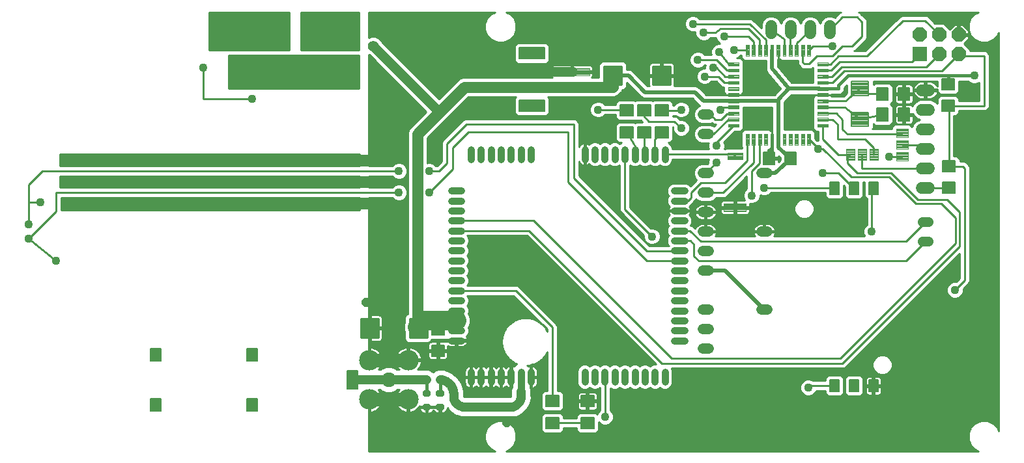
<source format=gbl>
G75*
G70*
%OFA0B0*%
%FSLAX24Y24*%
%IPPOS*%
%LPD*%
%AMOC8*
5,1,8,0,0,1.08239X$1,22.5*
%
%ADD10C,0.0354*%
%ADD11C,0.0059*%
%ADD12C,0.0750*%
%ADD13C,0.1050*%
%ADD14C,0.0283*%
%ADD15C,0.0051*%
%ADD16C,0.0063*%
%ADD17C,0.0039*%
%ADD18R,0.0740X0.0740*%
%ADD19OC8,0.0740*%
%ADD20C,0.0600*%
%ADD21C,0.0436*%
%ADD22C,0.0100*%
%ADD23C,0.0043*%
%ADD24C,0.0079*%
%ADD25C,0.0046*%
%ADD26C,0.0515*%
%ADD27C,0.0520*%
%ADD28C,0.0560*%
%ADD29C,0.0200*%
%ADD30C,0.0100*%
%ADD31C,0.0160*%
%ADD32C,0.0554*%
%ADD33C,0.0500*%
%ADD34C,0.1000*%
%ADD35C,0.0350*%
%ADD36C,0.0460*%
%ADD37C,0.0700*%
%ADD38OC8,0.0440*%
D10*
X023334Y006095D02*
X023846Y006095D01*
X023846Y006607D02*
X023334Y006607D01*
X023334Y007119D02*
X023846Y007119D01*
X023846Y007630D02*
X023334Y007630D01*
X023334Y008142D02*
X023846Y008142D01*
X023846Y008654D02*
X023334Y008654D01*
X023334Y009166D02*
X023846Y009166D01*
X023846Y009678D02*
X023334Y009678D01*
X023334Y010189D02*
X023846Y010189D01*
X023846Y010701D02*
X023334Y010701D01*
X023334Y011213D02*
X023846Y011213D01*
X023846Y011725D02*
X023334Y011725D01*
X023334Y012237D02*
X023846Y012237D01*
X023846Y012749D02*
X023334Y012749D01*
X023334Y013260D02*
X023846Y013260D01*
X023846Y013772D02*
X023334Y013772D01*
X024338Y015386D02*
X024338Y015898D01*
X024850Y015898D02*
X024850Y015386D01*
X025362Y015386D02*
X025362Y015898D01*
X025874Y015898D02*
X025874Y015386D01*
X026385Y015386D02*
X026385Y015898D01*
X026897Y015898D02*
X026897Y015386D01*
X027409Y015386D02*
X027409Y015898D01*
X030165Y015898D02*
X030165Y015386D01*
X030677Y015386D02*
X030677Y015898D01*
X031189Y015898D02*
X031189Y015386D01*
X031700Y015386D02*
X031700Y015898D01*
X032212Y015898D02*
X032212Y015386D01*
X032724Y015386D02*
X032724Y015898D01*
X033236Y015898D02*
X033236Y015386D01*
X033748Y015386D02*
X033748Y015898D01*
X034259Y015898D02*
X034259Y015386D01*
X034751Y013772D02*
X035263Y013772D01*
X035263Y013260D02*
X034751Y013260D01*
X034751Y012749D02*
X035263Y012749D01*
X035263Y012237D02*
X034751Y012237D01*
X034751Y011725D02*
X035263Y011725D01*
X035263Y011213D02*
X034751Y011213D01*
X034751Y010701D02*
X035263Y010701D01*
X035263Y010189D02*
X034751Y010189D01*
X034751Y009678D02*
X035263Y009678D01*
X035263Y009166D02*
X034751Y009166D01*
X034751Y008654D02*
X035263Y008654D01*
X035263Y008142D02*
X034751Y008142D01*
X034751Y007630D02*
X035263Y007630D01*
X035263Y007119D02*
X034751Y007119D01*
X034751Y006607D02*
X035263Y006607D01*
X035263Y006095D02*
X034751Y006095D01*
X034259Y004481D02*
X034259Y003969D01*
X033748Y003969D02*
X033748Y004481D01*
X033236Y004481D02*
X033236Y003969D01*
X032724Y003969D02*
X032724Y004481D01*
X032212Y004481D02*
X032212Y003969D01*
X031700Y003969D02*
X031700Y004481D01*
X031189Y004481D02*
X031189Y003969D01*
X030677Y003969D02*
X030677Y004481D01*
X030165Y004481D02*
X030165Y003969D01*
X027409Y003969D02*
X027409Y004481D01*
X026897Y004481D02*
X026897Y003969D01*
X026385Y003969D02*
X026385Y004481D01*
X025874Y004481D02*
X025874Y003969D01*
X025362Y003969D02*
X025362Y004481D01*
X024850Y004481D02*
X024850Y003969D01*
X024338Y003969D02*
X024338Y004481D01*
D11*
X007936Y003109D02*
X007936Y002479D01*
X007936Y003109D02*
X008468Y003109D01*
X008468Y002479D01*
X007936Y002479D01*
X007936Y002537D02*
X008468Y002537D01*
X008468Y002595D02*
X007936Y002595D01*
X007936Y002653D02*
X008468Y002653D01*
X008468Y002711D02*
X007936Y002711D01*
X007936Y002769D02*
X008468Y002769D01*
X008468Y002827D02*
X007936Y002827D01*
X007936Y002885D02*
X008468Y002885D01*
X008468Y002943D02*
X007936Y002943D01*
X007936Y003001D02*
X008468Y003001D01*
X008468Y003059D02*
X007936Y003059D01*
X007936Y005046D02*
X007936Y005676D01*
X008468Y005676D01*
X008468Y005046D01*
X007936Y005046D01*
X007936Y005104D02*
X008468Y005104D01*
X008468Y005162D02*
X007936Y005162D01*
X007936Y005220D02*
X008468Y005220D01*
X008468Y005278D02*
X007936Y005278D01*
X007936Y005336D02*
X008468Y005336D01*
X008468Y005394D02*
X007936Y005394D01*
X007936Y005452D02*
X008468Y005452D01*
X008468Y005510D02*
X007936Y005510D01*
X007936Y005568D02*
X008468Y005568D01*
X008468Y005626D02*
X007936Y005626D01*
X012880Y005676D02*
X012880Y005046D01*
X012880Y005676D02*
X013412Y005676D01*
X013412Y005046D01*
X012880Y005046D01*
X012880Y005104D02*
X013412Y005104D01*
X013412Y005162D02*
X012880Y005162D01*
X012880Y005220D02*
X013412Y005220D01*
X013412Y005278D02*
X012880Y005278D01*
X012880Y005336D02*
X013412Y005336D01*
X013412Y005394D02*
X012880Y005394D01*
X012880Y005452D02*
X013412Y005452D01*
X013412Y005510D02*
X012880Y005510D01*
X012880Y005568D02*
X013412Y005568D01*
X013412Y005626D02*
X012880Y005626D01*
X017995Y004544D02*
X017995Y003618D01*
X017995Y004544D02*
X018527Y004544D01*
X018527Y003618D01*
X017995Y003618D01*
X017995Y003676D02*
X018527Y003676D01*
X018527Y003734D02*
X017995Y003734D01*
X017995Y003792D02*
X018527Y003792D01*
X018527Y003850D02*
X017995Y003850D01*
X017995Y003908D02*
X018527Y003908D01*
X018527Y003966D02*
X017995Y003966D01*
X017995Y004024D02*
X018527Y004024D01*
X018527Y004082D02*
X017995Y004082D01*
X017995Y004140D02*
X018527Y004140D01*
X018527Y004198D02*
X017995Y004198D01*
X017995Y004256D02*
X018527Y004256D01*
X018527Y004314D02*
X017995Y004314D01*
X017995Y004372D02*
X018527Y004372D01*
X018527Y004430D02*
X017995Y004430D01*
X017995Y004488D02*
X018527Y004488D01*
X012880Y003109D02*
X012880Y002479D01*
X012880Y003109D02*
X013412Y003109D01*
X013412Y002479D01*
X012880Y002479D01*
X012880Y002537D02*
X013412Y002537D01*
X013412Y002595D02*
X012880Y002595D01*
X012880Y002653D02*
X013412Y002653D01*
X013412Y002711D02*
X012880Y002711D01*
X012880Y002769D02*
X013412Y002769D01*
X013412Y002827D02*
X012880Y002827D01*
X012880Y002885D02*
X013412Y002885D01*
X013412Y002943D02*
X012880Y002943D01*
X012880Y003001D02*
X013412Y003001D01*
X013412Y003059D02*
X012880Y003059D01*
D12*
X020127Y004086D03*
D13*
X019124Y003082D03*
X021131Y003082D03*
X021131Y005090D03*
X019124Y005090D03*
D14*
X022093Y004161D02*
X022093Y004011D01*
X022021Y004011D01*
X022021Y004161D01*
X022093Y004161D01*
X022793Y004161D02*
X022793Y004011D01*
X022721Y004011D01*
X022721Y004161D01*
X022793Y004161D01*
X022832Y003422D02*
X022832Y003350D01*
X022682Y003350D01*
X022682Y003422D01*
X022832Y003422D01*
X022152Y003422D02*
X022152Y003350D01*
X022002Y003350D01*
X022002Y003422D01*
X022152Y003422D01*
X022152Y002722D02*
X022152Y002650D01*
X022002Y002650D01*
X022002Y002722D01*
X022152Y002722D01*
X022832Y002722D02*
X022832Y002650D01*
X022682Y002650D01*
X022682Y002722D01*
X022832Y002722D01*
D15*
X043166Y003469D02*
X043166Y004087D01*
X043166Y003469D02*
X042704Y003469D01*
X042704Y004087D01*
X043166Y004087D01*
X043166Y003519D02*
X042704Y003519D01*
X042704Y003569D02*
X043166Y003569D01*
X043166Y003619D02*
X042704Y003619D01*
X042704Y003669D02*
X043166Y003669D01*
X043166Y003719D02*
X042704Y003719D01*
X042704Y003769D02*
X043166Y003769D01*
X043166Y003819D02*
X042704Y003819D01*
X042704Y003869D02*
X043166Y003869D01*
X043166Y003919D02*
X042704Y003919D01*
X042704Y003969D02*
X043166Y003969D01*
X043166Y004019D02*
X042704Y004019D01*
X042704Y004069D02*
X043166Y004069D01*
X044166Y004087D02*
X044166Y003469D01*
X043704Y003469D01*
X043704Y004087D01*
X044166Y004087D01*
X044166Y003519D02*
X043704Y003519D01*
X043704Y003569D02*
X044166Y003569D01*
X044166Y003619D02*
X043704Y003619D01*
X043704Y003669D02*
X044166Y003669D01*
X044166Y003719D02*
X043704Y003719D01*
X043704Y003769D02*
X044166Y003769D01*
X044166Y003819D02*
X043704Y003819D01*
X043704Y003869D02*
X044166Y003869D01*
X044166Y003919D02*
X043704Y003919D01*
X043704Y003969D02*
X044166Y003969D01*
X044166Y004019D02*
X043704Y004019D01*
X043704Y004069D02*
X044166Y004069D01*
X045166Y004087D02*
X045166Y003469D01*
X044704Y003469D01*
X044704Y004087D01*
X045166Y004087D01*
X045166Y003519D02*
X044704Y003519D01*
X044704Y003569D02*
X045166Y003569D01*
X045166Y003619D02*
X044704Y003619D01*
X044704Y003669D02*
X045166Y003669D01*
X045166Y003719D02*
X044704Y003719D01*
X044704Y003769D02*
X045166Y003769D01*
X045166Y003819D02*
X044704Y003819D01*
X044704Y003869D02*
X045166Y003869D01*
X045166Y003919D02*
X044704Y003919D01*
X044704Y003969D02*
X045166Y003969D01*
X045166Y004019D02*
X044704Y004019D01*
X044704Y004069D02*
X045166Y004069D01*
X044704Y013588D02*
X044704Y014206D01*
X045166Y014206D01*
X045166Y013588D01*
X044704Y013588D01*
X044704Y013638D02*
X045166Y013638D01*
X045166Y013688D02*
X044704Y013688D01*
X044704Y013738D02*
X045166Y013738D01*
X045166Y013788D02*
X044704Y013788D01*
X044704Y013838D02*
X045166Y013838D01*
X045166Y013888D02*
X044704Y013888D01*
X044704Y013938D02*
X045166Y013938D01*
X045166Y013988D02*
X044704Y013988D01*
X044704Y014038D02*
X045166Y014038D01*
X045166Y014088D02*
X044704Y014088D01*
X044704Y014138D02*
X045166Y014138D01*
X045166Y014188D02*
X044704Y014188D01*
X043704Y014206D02*
X043704Y013588D01*
X043704Y014206D02*
X044166Y014206D01*
X044166Y013588D01*
X043704Y013588D01*
X043704Y013638D02*
X044166Y013638D01*
X044166Y013688D02*
X043704Y013688D01*
X043704Y013738D02*
X044166Y013738D01*
X044166Y013788D02*
X043704Y013788D01*
X043704Y013838D02*
X044166Y013838D01*
X044166Y013888D02*
X043704Y013888D01*
X043704Y013938D02*
X044166Y013938D01*
X044166Y013988D02*
X043704Y013988D01*
X043704Y014038D02*
X044166Y014038D01*
X044166Y014088D02*
X043704Y014088D01*
X043704Y014138D02*
X044166Y014138D01*
X044166Y014188D02*
X043704Y014188D01*
X042704Y014206D02*
X042704Y013588D01*
X042704Y014206D02*
X043166Y014206D01*
X043166Y013588D01*
X042704Y013588D01*
X042704Y013638D02*
X043166Y013638D01*
X043166Y013688D02*
X042704Y013688D01*
X042704Y013738D02*
X043166Y013738D01*
X043166Y013788D02*
X042704Y013788D01*
X042704Y013838D02*
X043166Y013838D01*
X043166Y013888D02*
X042704Y013888D01*
X042704Y013938D02*
X043166Y013938D01*
X043166Y013988D02*
X042704Y013988D01*
X042704Y014038D02*
X043166Y014038D01*
X043166Y014088D02*
X042704Y014088D01*
X042704Y014138D02*
X043166Y014138D01*
X043166Y014188D02*
X042704Y014188D01*
D16*
X040985Y015753D02*
X040417Y015753D01*
X040985Y015753D02*
X040985Y015107D01*
X040417Y015107D01*
X040417Y015753D01*
X040417Y015169D02*
X040985Y015169D01*
X040985Y015231D02*
X040417Y015231D01*
X040417Y015293D02*
X040985Y015293D01*
X040985Y015355D02*
X040417Y015355D01*
X040417Y015417D02*
X040985Y015417D01*
X040985Y015479D02*
X040417Y015479D01*
X040417Y015541D02*
X040985Y015541D01*
X040985Y015603D02*
X040417Y015603D01*
X040417Y015665D02*
X040985Y015665D01*
X040985Y015727D02*
X040417Y015727D01*
X039883Y015753D02*
X039315Y015753D01*
X039883Y015753D02*
X039883Y015107D01*
X039315Y015107D01*
X039315Y015753D01*
X039315Y015169D02*
X039883Y015169D01*
X039883Y015231D02*
X039315Y015231D01*
X039315Y015293D02*
X039883Y015293D01*
X039883Y015355D02*
X039315Y015355D01*
X039315Y015417D02*
X039883Y015417D01*
X039883Y015479D02*
X039315Y015479D01*
X039315Y015541D02*
X039883Y015541D01*
X039883Y015603D02*
X039315Y015603D01*
X039315Y015665D02*
X039883Y015665D01*
X039883Y015727D02*
X039315Y015727D01*
X034424Y016486D02*
X034424Y017054D01*
X034424Y016486D02*
X033776Y016486D01*
X033776Y017054D01*
X034424Y017054D01*
X034424Y016548D02*
X033776Y016548D01*
X033776Y016610D02*
X034424Y016610D01*
X034424Y016672D02*
X033776Y016672D01*
X033776Y016734D02*
X034424Y016734D01*
X034424Y016796D02*
X033776Y016796D01*
X033776Y016858D02*
X034424Y016858D01*
X034424Y016920D02*
X033776Y016920D01*
X033776Y016982D02*
X034424Y016982D01*
X034424Y017044D02*
X033776Y017044D01*
X033524Y017054D02*
X033524Y016486D01*
X032876Y016486D01*
X032876Y017054D01*
X033524Y017054D01*
X033524Y016548D02*
X032876Y016548D01*
X032876Y016610D02*
X033524Y016610D01*
X033524Y016672D02*
X032876Y016672D01*
X032876Y016734D02*
X033524Y016734D01*
X033524Y016796D02*
X032876Y016796D01*
X032876Y016858D02*
X033524Y016858D01*
X033524Y016920D02*
X032876Y016920D01*
X032876Y016982D02*
X033524Y016982D01*
X033524Y017044D02*
X032876Y017044D01*
X032624Y017054D02*
X032624Y016486D01*
X031976Y016486D01*
X031976Y017054D01*
X032624Y017054D01*
X032624Y016548D02*
X031976Y016548D01*
X031976Y016610D02*
X032624Y016610D01*
X032624Y016672D02*
X031976Y016672D01*
X031976Y016734D02*
X032624Y016734D01*
X032624Y016796D02*
X031976Y016796D01*
X031976Y016858D02*
X032624Y016858D01*
X032624Y016920D02*
X031976Y016920D01*
X031976Y016982D02*
X032624Y016982D01*
X032624Y017044D02*
X031976Y017044D01*
X032624Y017606D02*
X032624Y018174D01*
X032624Y017606D02*
X031976Y017606D01*
X031976Y018174D01*
X032624Y018174D01*
X032624Y017668D02*
X031976Y017668D01*
X031976Y017730D02*
X032624Y017730D01*
X032624Y017792D02*
X031976Y017792D01*
X031976Y017854D02*
X032624Y017854D01*
X032624Y017916D02*
X031976Y017916D01*
X031976Y017978D02*
X032624Y017978D01*
X032624Y018040D02*
X031976Y018040D01*
X031976Y018102D02*
X032624Y018102D01*
X032624Y018164D02*
X031976Y018164D01*
X033524Y018174D02*
X033524Y017606D01*
X032876Y017606D01*
X032876Y018174D01*
X033524Y018174D01*
X033524Y017668D02*
X032876Y017668D01*
X032876Y017730D02*
X033524Y017730D01*
X033524Y017792D02*
X032876Y017792D01*
X032876Y017854D02*
X033524Y017854D01*
X033524Y017916D02*
X032876Y017916D01*
X032876Y017978D02*
X033524Y017978D01*
X033524Y018040D02*
X032876Y018040D01*
X032876Y018102D02*
X033524Y018102D01*
X033524Y018164D02*
X032876Y018164D01*
X034424Y018174D02*
X034424Y017606D01*
X033776Y017606D01*
X033776Y018174D01*
X034424Y018174D01*
X034424Y017668D02*
X033776Y017668D01*
X033776Y017730D02*
X034424Y017730D01*
X034424Y017792D02*
X033776Y017792D01*
X033776Y017854D02*
X034424Y017854D01*
X034424Y017916D02*
X033776Y017916D01*
X033776Y017978D02*
X034424Y017978D01*
X034424Y018040D02*
X033776Y018040D01*
X033776Y018102D02*
X034424Y018102D01*
X034424Y018164D02*
X033776Y018164D01*
X028097Y018425D02*
X026821Y018425D01*
X028097Y018425D02*
X028097Y017857D01*
X026821Y017857D01*
X026821Y018425D01*
X026821Y017919D02*
X028097Y017919D01*
X028097Y017981D02*
X026821Y017981D01*
X026821Y018043D02*
X028097Y018043D01*
X028097Y018105D02*
X026821Y018105D01*
X026821Y018167D02*
X028097Y018167D01*
X028097Y018229D02*
X026821Y018229D01*
X026821Y018291D02*
X028097Y018291D01*
X028097Y018353D02*
X026821Y018353D01*
X026821Y018415D02*
X028097Y018415D01*
X028097Y021103D02*
X026821Y021103D01*
X028097Y021103D02*
X028097Y020535D01*
X026821Y020535D01*
X026821Y021103D01*
X026821Y020597D02*
X028097Y020597D01*
X028097Y020659D02*
X026821Y020659D01*
X026821Y020721D02*
X028097Y020721D01*
X028097Y020783D02*
X026821Y020783D01*
X026821Y020845D02*
X028097Y020845D01*
X028097Y020907D02*
X026821Y020907D01*
X026821Y020969D02*
X028097Y020969D01*
X028097Y021031D02*
X026821Y021031D01*
X026821Y021093D02*
X028097Y021093D01*
X045115Y018407D02*
X045683Y018407D01*
X045115Y018407D02*
X045115Y019053D01*
X045683Y019053D01*
X045683Y018407D01*
X045683Y018469D02*
X045115Y018469D01*
X045115Y018531D02*
X045683Y018531D01*
X045683Y018593D02*
X045115Y018593D01*
X045115Y018655D02*
X045683Y018655D01*
X045683Y018717D02*
X045115Y018717D01*
X045115Y018779D02*
X045683Y018779D01*
X045683Y018841D02*
X045115Y018841D01*
X045115Y018903D02*
X045683Y018903D01*
X045683Y018965D02*
X045115Y018965D01*
X045115Y019027D02*
X045683Y019027D01*
X046217Y018407D02*
X046785Y018407D01*
X046217Y018407D02*
X046217Y019053D01*
X046785Y019053D01*
X046785Y018407D01*
X046785Y018469D02*
X046217Y018469D01*
X046217Y018531D02*
X046785Y018531D01*
X046785Y018593D02*
X046217Y018593D01*
X046217Y018655D02*
X046785Y018655D01*
X046785Y018717D02*
X046217Y018717D01*
X046217Y018779D02*
X046785Y018779D01*
X046785Y018841D02*
X046217Y018841D01*
X046217Y018903D02*
X046785Y018903D01*
X046785Y018965D02*
X046217Y018965D01*
X046217Y019027D02*
X046785Y019027D01*
X049081Y018962D02*
X049081Y019530D01*
X049081Y018962D02*
X048433Y018962D01*
X048433Y019530D01*
X049081Y019530D01*
X049081Y019024D02*
X048433Y019024D01*
X048433Y019086D02*
X049081Y019086D01*
X049081Y019148D02*
X048433Y019148D01*
X048433Y019210D02*
X049081Y019210D01*
X049081Y019272D02*
X048433Y019272D01*
X048433Y019334D02*
X049081Y019334D01*
X049081Y019396D02*
X048433Y019396D01*
X048433Y019458D02*
X049081Y019458D01*
X049081Y019520D02*
X048433Y019520D01*
X049081Y018410D02*
X049081Y017842D01*
X048433Y017842D01*
X048433Y018410D01*
X049081Y018410D01*
X049081Y017904D02*
X048433Y017904D01*
X048433Y017966D02*
X049081Y017966D01*
X049081Y018028D02*
X048433Y018028D01*
X048433Y018090D02*
X049081Y018090D01*
X049081Y018152D02*
X048433Y018152D01*
X048433Y018214D02*
X049081Y018214D01*
X049081Y018276D02*
X048433Y018276D01*
X048433Y018338D02*
X049081Y018338D01*
X049081Y018400D02*
X048433Y018400D01*
X046785Y017357D02*
X046217Y017357D01*
X046217Y018003D01*
X046785Y018003D01*
X046785Y017357D01*
X046785Y017419D02*
X046217Y017419D01*
X046217Y017481D02*
X046785Y017481D01*
X046785Y017543D02*
X046217Y017543D01*
X046217Y017605D02*
X046785Y017605D01*
X046785Y017667D02*
X046217Y017667D01*
X046217Y017729D02*
X046785Y017729D01*
X046785Y017791D02*
X046217Y017791D01*
X046217Y017853D02*
X046785Y017853D01*
X046785Y017915D02*
X046217Y017915D01*
X046217Y017977D02*
X046785Y017977D01*
X045683Y017357D02*
X045115Y017357D01*
X045115Y018003D01*
X045683Y018003D01*
X045683Y017357D01*
X045683Y017419D02*
X045115Y017419D01*
X045115Y017481D02*
X045683Y017481D01*
X045683Y017543D02*
X045115Y017543D01*
X045115Y017605D02*
X045683Y017605D01*
X045683Y017667D02*
X045115Y017667D01*
X045115Y017729D02*
X045683Y017729D01*
X045683Y017791D02*
X045115Y017791D01*
X045115Y017853D02*
X045683Y017853D01*
X045683Y017915D02*
X045115Y017915D01*
X045115Y017977D02*
X045683Y017977D01*
X049116Y015309D02*
X049116Y014741D01*
X048470Y014741D01*
X048470Y015309D01*
X049116Y015309D01*
X049116Y014803D02*
X048470Y014803D01*
X048470Y014865D02*
X049116Y014865D01*
X049116Y014927D02*
X048470Y014927D01*
X048470Y014989D02*
X049116Y014989D01*
X049116Y015051D02*
X048470Y015051D01*
X048470Y015113D02*
X049116Y015113D01*
X049116Y015175D02*
X048470Y015175D01*
X048470Y015237D02*
X049116Y015237D01*
X049116Y015299D02*
X048470Y015299D01*
X049116Y014207D02*
X049116Y013639D01*
X048470Y013639D01*
X048470Y014207D01*
X049116Y014207D01*
X049116Y013701D02*
X048470Y013701D01*
X048470Y013763D02*
X049116Y013763D01*
X049116Y013825D02*
X048470Y013825D01*
X048470Y013887D02*
X049116Y013887D01*
X049116Y013949D02*
X048470Y013949D01*
X048470Y014011D02*
X049116Y014011D01*
X049116Y014073D02*
X048470Y014073D01*
X048470Y014135D02*
X049116Y014135D01*
X049116Y014197D02*
X048470Y014197D01*
X030624Y003274D02*
X030624Y002706D01*
X029976Y002706D01*
X029976Y003274D01*
X030624Y003274D01*
X030624Y002768D02*
X029976Y002768D01*
X029976Y002830D02*
X030624Y002830D01*
X030624Y002892D02*
X029976Y002892D01*
X029976Y002954D02*
X030624Y002954D01*
X030624Y003016D02*
X029976Y003016D01*
X029976Y003078D02*
X030624Y003078D01*
X030624Y003140D02*
X029976Y003140D01*
X029976Y003202D02*
X030624Y003202D01*
X030624Y003264D02*
X029976Y003264D01*
X028176Y003274D02*
X028176Y002706D01*
X028176Y003274D02*
X028824Y003274D01*
X028824Y002706D01*
X028176Y002706D01*
X028176Y002768D02*
X028824Y002768D01*
X028824Y002830D02*
X028176Y002830D01*
X028176Y002892D02*
X028824Y002892D01*
X028824Y002954D02*
X028176Y002954D01*
X028176Y003016D02*
X028824Y003016D01*
X028824Y003078D02*
X028176Y003078D01*
X028176Y003140D02*
X028824Y003140D01*
X028824Y003202D02*
X028176Y003202D01*
X028176Y003264D02*
X028824Y003264D01*
X028176Y002154D02*
X028176Y001586D01*
X028176Y002154D02*
X028824Y002154D01*
X028824Y001586D01*
X028176Y001586D01*
X028176Y001648D02*
X028824Y001648D01*
X028824Y001710D02*
X028176Y001710D01*
X028176Y001772D02*
X028824Y001772D01*
X028824Y001834D02*
X028176Y001834D01*
X028176Y001896D02*
X028824Y001896D01*
X028824Y001958D02*
X028176Y001958D01*
X028176Y002020D02*
X028824Y002020D01*
X028824Y002082D02*
X028176Y002082D01*
X028176Y002144D02*
X028824Y002144D01*
X030624Y002154D02*
X030624Y001586D01*
X029976Y001586D01*
X029976Y002154D01*
X030624Y002154D01*
X030624Y001648D02*
X029976Y001648D01*
X029976Y001710D02*
X030624Y001710D01*
X030624Y001772D02*
X029976Y001772D01*
X029976Y001834D02*
X030624Y001834D01*
X030624Y001896D02*
X029976Y001896D01*
X029976Y001958D02*
X030624Y001958D01*
X030624Y002020D02*
X029976Y002020D01*
X029976Y002082D02*
X030624Y002082D01*
X030624Y002144D02*
X029976Y002144D01*
X022327Y005295D02*
X022327Y005863D01*
X022973Y005863D01*
X022973Y005295D01*
X022327Y005295D01*
X022327Y005357D02*
X022973Y005357D01*
X022973Y005419D02*
X022327Y005419D01*
X022327Y005481D02*
X022973Y005481D01*
X022973Y005543D02*
X022327Y005543D01*
X022327Y005605D02*
X022973Y005605D01*
X022973Y005667D02*
X022327Y005667D01*
X022327Y005729D02*
X022973Y005729D01*
X022973Y005791D02*
X022327Y005791D01*
X022327Y005853D02*
X022973Y005853D01*
X022327Y006397D02*
X022327Y006965D01*
X022973Y006965D01*
X022973Y006397D01*
X022327Y006397D01*
X022327Y006459D02*
X022973Y006459D01*
X022973Y006521D02*
X022327Y006521D01*
X022327Y006583D02*
X022973Y006583D01*
X022973Y006645D02*
X022327Y006645D01*
X022327Y006707D02*
X022973Y006707D01*
X022973Y006769D02*
X022327Y006769D01*
X022327Y006831D02*
X022973Y006831D01*
X022973Y006893D02*
X022327Y006893D01*
X022327Y006955D02*
X022973Y006955D01*
D17*
X037476Y015371D02*
X037476Y015727D01*
X038224Y015727D01*
X038224Y015371D01*
X037476Y015371D01*
X037476Y015409D02*
X038224Y015409D01*
X038224Y015447D02*
X037476Y015447D01*
X037476Y015485D02*
X038224Y015485D01*
X038224Y015523D02*
X037476Y015523D01*
X037476Y015561D02*
X038224Y015561D01*
X038224Y015599D02*
X037476Y015599D01*
X037476Y015637D02*
X038224Y015637D01*
X038224Y015675D02*
X037476Y015675D01*
X037476Y015713D02*
X038224Y015713D01*
X038404Y016679D02*
X038562Y016679D01*
X038562Y016127D01*
X038404Y016127D01*
X038404Y016679D01*
X038404Y016165D02*
X038562Y016165D01*
X038562Y016203D02*
X038404Y016203D01*
X038404Y016241D02*
X038562Y016241D01*
X038562Y016279D02*
X038404Y016279D01*
X038404Y016317D02*
X038562Y016317D01*
X038562Y016355D02*
X038404Y016355D01*
X038404Y016393D02*
X038562Y016393D01*
X038562Y016431D02*
X038404Y016431D01*
X038404Y016469D02*
X038562Y016469D01*
X038562Y016507D02*
X038404Y016507D01*
X038404Y016545D02*
X038562Y016545D01*
X038562Y016583D02*
X038404Y016583D01*
X038404Y016621D02*
X038562Y016621D01*
X038562Y016659D02*
X038404Y016659D01*
X038719Y016679D02*
X038877Y016679D01*
X038877Y016127D01*
X038719Y016127D01*
X038719Y016679D01*
X038719Y016165D02*
X038877Y016165D01*
X038877Y016203D02*
X038719Y016203D01*
X038719Y016241D02*
X038877Y016241D01*
X038877Y016279D02*
X038719Y016279D01*
X038719Y016317D02*
X038877Y016317D01*
X038877Y016355D02*
X038719Y016355D01*
X038719Y016393D02*
X038877Y016393D01*
X038877Y016431D02*
X038719Y016431D01*
X038719Y016469D02*
X038877Y016469D01*
X038877Y016507D02*
X038719Y016507D01*
X038719Y016545D02*
X038877Y016545D01*
X038877Y016583D02*
X038719Y016583D01*
X038719Y016621D02*
X038877Y016621D01*
X038877Y016659D02*
X038719Y016659D01*
X039034Y016679D02*
X039192Y016679D01*
X039192Y016127D01*
X039034Y016127D01*
X039034Y016679D01*
X039034Y016165D02*
X039192Y016165D01*
X039192Y016203D02*
X039034Y016203D01*
X039034Y016241D02*
X039192Y016241D01*
X039192Y016279D02*
X039034Y016279D01*
X039034Y016317D02*
X039192Y016317D01*
X039192Y016355D02*
X039034Y016355D01*
X039034Y016393D02*
X039192Y016393D01*
X039192Y016431D02*
X039034Y016431D01*
X039034Y016469D02*
X039192Y016469D01*
X039192Y016507D02*
X039034Y016507D01*
X039034Y016545D02*
X039192Y016545D01*
X039192Y016583D02*
X039034Y016583D01*
X039034Y016621D02*
X039192Y016621D01*
X039192Y016659D02*
X039034Y016659D01*
X039349Y016679D02*
X039507Y016679D01*
X039507Y016127D01*
X039349Y016127D01*
X039349Y016679D01*
X039349Y016165D02*
X039507Y016165D01*
X039507Y016203D02*
X039349Y016203D01*
X039349Y016241D02*
X039507Y016241D01*
X039507Y016279D02*
X039349Y016279D01*
X039349Y016317D02*
X039507Y016317D01*
X039507Y016355D02*
X039349Y016355D01*
X039349Y016393D02*
X039507Y016393D01*
X039507Y016431D02*
X039349Y016431D01*
X039349Y016469D02*
X039507Y016469D01*
X039507Y016507D02*
X039349Y016507D01*
X039349Y016545D02*
X039507Y016545D01*
X039507Y016583D02*
X039349Y016583D01*
X039349Y016621D02*
X039507Y016621D01*
X039507Y016659D02*
X039349Y016659D01*
X039664Y016679D02*
X039822Y016679D01*
X039822Y016127D01*
X039664Y016127D01*
X039664Y016679D01*
X039664Y016165D02*
X039822Y016165D01*
X039822Y016203D02*
X039664Y016203D01*
X039664Y016241D02*
X039822Y016241D01*
X039822Y016279D02*
X039664Y016279D01*
X039664Y016317D02*
X039822Y016317D01*
X039822Y016355D02*
X039664Y016355D01*
X039664Y016393D02*
X039822Y016393D01*
X039822Y016431D02*
X039664Y016431D01*
X039664Y016469D02*
X039822Y016469D01*
X039822Y016507D02*
X039664Y016507D01*
X039664Y016545D02*
X039822Y016545D01*
X039822Y016583D02*
X039664Y016583D01*
X039664Y016621D02*
X039822Y016621D01*
X039822Y016659D02*
X039664Y016659D01*
X039978Y016679D02*
X040136Y016679D01*
X040136Y016127D01*
X039978Y016127D01*
X039978Y016679D01*
X039978Y016165D02*
X040136Y016165D01*
X040136Y016203D02*
X039978Y016203D01*
X039978Y016241D02*
X040136Y016241D01*
X040136Y016279D02*
X039978Y016279D01*
X039978Y016317D02*
X040136Y016317D01*
X040136Y016355D02*
X039978Y016355D01*
X039978Y016393D02*
X040136Y016393D01*
X040136Y016431D02*
X039978Y016431D01*
X039978Y016469D02*
X040136Y016469D01*
X040136Y016507D02*
X039978Y016507D01*
X039978Y016545D02*
X040136Y016545D01*
X040136Y016583D02*
X039978Y016583D01*
X039978Y016621D02*
X040136Y016621D01*
X040136Y016659D02*
X039978Y016659D01*
X040293Y016679D02*
X040451Y016679D01*
X040451Y016127D01*
X040293Y016127D01*
X040293Y016679D01*
X040293Y016165D02*
X040451Y016165D01*
X040451Y016203D02*
X040293Y016203D01*
X040293Y016241D02*
X040451Y016241D01*
X040451Y016279D02*
X040293Y016279D01*
X040293Y016317D02*
X040451Y016317D01*
X040451Y016355D02*
X040293Y016355D01*
X040293Y016393D02*
X040451Y016393D01*
X040451Y016431D02*
X040293Y016431D01*
X040293Y016469D02*
X040451Y016469D01*
X040451Y016507D02*
X040293Y016507D01*
X040293Y016545D02*
X040451Y016545D01*
X040451Y016583D02*
X040293Y016583D01*
X040293Y016621D02*
X040451Y016621D01*
X040451Y016659D02*
X040293Y016659D01*
X040608Y016679D02*
X040766Y016679D01*
X040766Y016127D01*
X040608Y016127D01*
X040608Y016679D01*
X040608Y016165D02*
X040766Y016165D01*
X040766Y016203D02*
X040608Y016203D01*
X040608Y016241D02*
X040766Y016241D01*
X040766Y016279D02*
X040608Y016279D01*
X040608Y016317D02*
X040766Y016317D01*
X040766Y016355D02*
X040608Y016355D01*
X040608Y016393D02*
X040766Y016393D01*
X040766Y016431D02*
X040608Y016431D01*
X040608Y016469D02*
X040766Y016469D01*
X040766Y016507D02*
X040608Y016507D01*
X040608Y016545D02*
X040766Y016545D01*
X040766Y016583D02*
X040608Y016583D01*
X040608Y016621D02*
X040766Y016621D01*
X040766Y016659D02*
X040608Y016659D01*
X040923Y016679D02*
X041081Y016679D01*
X041081Y016127D01*
X040923Y016127D01*
X040923Y016679D01*
X040923Y016165D02*
X041081Y016165D01*
X041081Y016203D02*
X040923Y016203D01*
X040923Y016241D02*
X041081Y016241D01*
X041081Y016279D02*
X040923Y016279D01*
X040923Y016317D02*
X041081Y016317D01*
X041081Y016355D02*
X040923Y016355D01*
X040923Y016393D02*
X041081Y016393D01*
X041081Y016431D02*
X040923Y016431D01*
X040923Y016469D02*
X041081Y016469D01*
X041081Y016507D02*
X040923Y016507D01*
X040923Y016545D02*
X041081Y016545D01*
X041081Y016583D02*
X040923Y016583D01*
X040923Y016621D02*
X041081Y016621D01*
X041081Y016659D02*
X040923Y016659D01*
X041238Y016679D02*
X041396Y016679D01*
X041396Y016127D01*
X041238Y016127D01*
X041238Y016679D01*
X041238Y016165D02*
X041396Y016165D01*
X041396Y016203D02*
X041238Y016203D01*
X041238Y016241D02*
X041396Y016241D01*
X041396Y016279D02*
X041238Y016279D01*
X041238Y016317D02*
X041396Y016317D01*
X041396Y016355D02*
X041238Y016355D01*
X041238Y016393D02*
X041396Y016393D01*
X041396Y016431D02*
X041238Y016431D01*
X041238Y016469D02*
X041396Y016469D01*
X041396Y016507D02*
X041238Y016507D01*
X041238Y016545D02*
X041396Y016545D01*
X041396Y016583D02*
X041238Y016583D01*
X041238Y016621D02*
X041396Y016621D01*
X041396Y016659D02*
X041238Y016659D01*
X041553Y016679D02*
X041711Y016679D01*
X041711Y016127D01*
X041553Y016127D01*
X041553Y016679D01*
X041553Y016165D02*
X041711Y016165D01*
X041711Y016203D02*
X041553Y016203D01*
X041553Y016241D02*
X041711Y016241D01*
X041711Y016279D02*
X041553Y016279D01*
X041553Y016317D02*
X041711Y016317D01*
X041711Y016355D02*
X041553Y016355D01*
X041553Y016393D02*
X041711Y016393D01*
X041711Y016431D02*
X041553Y016431D01*
X041553Y016469D02*
X041711Y016469D01*
X041711Y016507D02*
X041553Y016507D01*
X041553Y016545D02*
X041711Y016545D01*
X041711Y016583D02*
X041553Y016583D01*
X041553Y016621D02*
X041711Y016621D01*
X041711Y016659D02*
X041553Y016659D01*
X042065Y017190D02*
X042617Y017190D01*
X042617Y017032D01*
X042065Y017032D01*
X042065Y017190D01*
X042065Y017070D02*
X042617Y017070D01*
X042617Y017108D02*
X042065Y017108D01*
X042065Y017146D02*
X042617Y017146D01*
X042617Y017184D02*
X042065Y017184D01*
X042065Y017505D02*
X042617Y017505D01*
X042617Y017347D01*
X042065Y017347D01*
X042065Y017505D01*
X042065Y017385D02*
X042617Y017385D01*
X042617Y017423D02*
X042065Y017423D01*
X042065Y017461D02*
X042617Y017461D01*
X042617Y017499D02*
X042065Y017499D01*
X042065Y017820D02*
X042617Y017820D01*
X042617Y017662D01*
X042065Y017662D01*
X042065Y017820D01*
X042065Y017700D02*
X042617Y017700D01*
X042617Y017738D02*
X042065Y017738D01*
X042065Y017776D02*
X042617Y017776D01*
X042617Y017814D02*
X042065Y017814D01*
X042065Y018135D02*
X042617Y018135D01*
X042617Y017977D01*
X042065Y017977D01*
X042065Y018135D01*
X042065Y018015D02*
X042617Y018015D01*
X042617Y018053D02*
X042065Y018053D01*
X042065Y018091D02*
X042617Y018091D01*
X042617Y018129D02*
X042065Y018129D01*
X042065Y018450D02*
X042617Y018450D01*
X042617Y018292D01*
X042065Y018292D01*
X042065Y018450D01*
X042065Y018330D02*
X042617Y018330D01*
X042617Y018368D02*
X042065Y018368D01*
X042065Y018406D02*
X042617Y018406D01*
X042617Y018444D02*
X042065Y018444D01*
X042065Y018765D02*
X042617Y018765D01*
X042617Y018607D01*
X042065Y018607D01*
X042065Y018765D01*
X042065Y018645D02*
X042617Y018645D01*
X042617Y018683D02*
X042065Y018683D01*
X042065Y018721D02*
X042617Y018721D01*
X042617Y018759D02*
X042065Y018759D01*
X042065Y019080D02*
X042617Y019080D01*
X042617Y018922D01*
X042065Y018922D01*
X042065Y019080D01*
X042065Y018960D02*
X042617Y018960D01*
X042617Y018998D02*
X042065Y018998D01*
X042065Y019036D02*
X042617Y019036D01*
X042617Y019074D02*
X042065Y019074D01*
X042065Y019395D02*
X042617Y019395D01*
X042617Y019237D01*
X042065Y019237D01*
X042065Y019395D01*
X042065Y019275D02*
X042617Y019275D01*
X042617Y019313D02*
X042065Y019313D01*
X042065Y019351D02*
X042617Y019351D01*
X042617Y019389D02*
X042065Y019389D01*
X042065Y019710D02*
X042617Y019710D01*
X042617Y019552D01*
X042065Y019552D01*
X042065Y019710D01*
X042065Y019590D02*
X042617Y019590D01*
X042617Y019628D02*
X042065Y019628D01*
X042065Y019666D02*
X042617Y019666D01*
X042617Y019704D02*
X042065Y019704D01*
X042065Y020025D02*
X042617Y020025D01*
X042617Y019867D01*
X042065Y019867D01*
X042065Y020025D01*
X042065Y019905D02*
X042617Y019905D01*
X042617Y019943D02*
X042065Y019943D01*
X042065Y019981D02*
X042617Y019981D01*
X042617Y020019D02*
X042065Y020019D01*
X042065Y020340D02*
X042617Y020340D01*
X042617Y020182D01*
X042065Y020182D01*
X042065Y020340D01*
X042065Y020220D02*
X042617Y020220D01*
X042617Y020258D02*
X042065Y020258D01*
X042065Y020296D02*
X042617Y020296D01*
X042617Y020334D02*
X042065Y020334D01*
X041711Y021246D02*
X041553Y021246D01*
X041711Y021246D02*
X041711Y020694D01*
X041553Y020694D01*
X041553Y021246D01*
X041553Y020732D02*
X041711Y020732D01*
X041711Y020770D02*
X041553Y020770D01*
X041553Y020808D02*
X041711Y020808D01*
X041711Y020846D02*
X041553Y020846D01*
X041553Y020884D02*
X041711Y020884D01*
X041711Y020922D02*
X041553Y020922D01*
X041553Y020960D02*
X041711Y020960D01*
X041711Y020998D02*
X041553Y020998D01*
X041553Y021036D02*
X041711Y021036D01*
X041711Y021074D02*
X041553Y021074D01*
X041553Y021112D02*
X041711Y021112D01*
X041711Y021150D02*
X041553Y021150D01*
X041553Y021188D02*
X041711Y021188D01*
X041711Y021226D02*
X041553Y021226D01*
X041396Y021246D02*
X041238Y021246D01*
X041396Y021246D02*
X041396Y020694D01*
X041238Y020694D01*
X041238Y021246D01*
X041238Y020732D02*
X041396Y020732D01*
X041396Y020770D02*
X041238Y020770D01*
X041238Y020808D02*
X041396Y020808D01*
X041396Y020846D02*
X041238Y020846D01*
X041238Y020884D02*
X041396Y020884D01*
X041396Y020922D02*
X041238Y020922D01*
X041238Y020960D02*
X041396Y020960D01*
X041396Y020998D02*
X041238Y020998D01*
X041238Y021036D02*
X041396Y021036D01*
X041396Y021074D02*
X041238Y021074D01*
X041238Y021112D02*
X041396Y021112D01*
X041396Y021150D02*
X041238Y021150D01*
X041238Y021188D02*
X041396Y021188D01*
X041396Y021226D02*
X041238Y021226D01*
X041081Y021246D02*
X040923Y021246D01*
X041081Y021246D02*
X041081Y020694D01*
X040923Y020694D01*
X040923Y021246D01*
X040923Y020732D02*
X041081Y020732D01*
X041081Y020770D02*
X040923Y020770D01*
X040923Y020808D02*
X041081Y020808D01*
X041081Y020846D02*
X040923Y020846D01*
X040923Y020884D02*
X041081Y020884D01*
X041081Y020922D02*
X040923Y020922D01*
X040923Y020960D02*
X041081Y020960D01*
X041081Y020998D02*
X040923Y020998D01*
X040923Y021036D02*
X041081Y021036D01*
X041081Y021074D02*
X040923Y021074D01*
X040923Y021112D02*
X041081Y021112D01*
X041081Y021150D02*
X040923Y021150D01*
X040923Y021188D02*
X041081Y021188D01*
X041081Y021226D02*
X040923Y021226D01*
X040766Y021246D02*
X040608Y021246D01*
X040766Y021246D02*
X040766Y020694D01*
X040608Y020694D01*
X040608Y021246D01*
X040608Y020732D02*
X040766Y020732D01*
X040766Y020770D02*
X040608Y020770D01*
X040608Y020808D02*
X040766Y020808D01*
X040766Y020846D02*
X040608Y020846D01*
X040608Y020884D02*
X040766Y020884D01*
X040766Y020922D02*
X040608Y020922D01*
X040608Y020960D02*
X040766Y020960D01*
X040766Y020998D02*
X040608Y020998D01*
X040608Y021036D02*
X040766Y021036D01*
X040766Y021074D02*
X040608Y021074D01*
X040608Y021112D02*
X040766Y021112D01*
X040766Y021150D02*
X040608Y021150D01*
X040608Y021188D02*
X040766Y021188D01*
X040766Y021226D02*
X040608Y021226D01*
X040451Y021246D02*
X040293Y021246D01*
X040451Y021246D02*
X040451Y020694D01*
X040293Y020694D01*
X040293Y021246D01*
X040293Y020732D02*
X040451Y020732D01*
X040451Y020770D02*
X040293Y020770D01*
X040293Y020808D02*
X040451Y020808D01*
X040451Y020846D02*
X040293Y020846D01*
X040293Y020884D02*
X040451Y020884D01*
X040451Y020922D02*
X040293Y020922D01*
X040293Y020960D02*
X040451Y020960D01*
X040451Y020998D02*
X040293Y020998D01*
X040293Y021036D02*
X040451Y021036D01*
X040451Y021074D02*
X040293Y021074D01*
X040293Y021112D02*
X040451Y021112D01*
X040451Y021150D02*
X040293Y021150D01*
X040293Y021188D02*
X040451Y021188D01*
X040451Y021226D02*
X040293Y021226D01*
X040136Y021246D02*
X039978Y021246D01*
X040136Y021246D02*
X040136Y020694D01*
X039978Y020694D01*
X039978Y021246D01*
X039978Y020732D02*
X040136Y020732D01*
X040136Y020770D02*
X039978Y020770D01*
X039978Y020808D02*
X040136Y020808D01*
X040136Y020846D02*
X039978Y020846D01*
X039978Y020884D02*
X040136Y020884D01*
X040136Y020922D02*
X039978Y020922D01*
X039978Y020960D02*
X040136Y020960D01*
X040136Y020998D02*
X039978Y020998D01*
X039978Y021036D02*
X040136Y021036D01*
X040136Y021074D02*
X039978Y021074D01*
X039978Y021112D02*
X040136Y021112D01*
X040136Y021150D02*
X039978Y021150D01*
X039978Y021188D02*
X040136Y021188D01*
X040136Y021226D02*
X039978Y021226D01*
X039822Y021246D02*
X039664Y021246D01*
X039822Y021246D02*
X039822Y020694D01*
X039664Y020694D01*
X039664Y021246D01*
X039664Y020732D02*
X039822Y020732D01*
X039822Y020770D02*
X039664Y020770D01*
X039664Y020808D02*
X039822Y020808D01*
X039822Y020846D02*
X039664Y020846D01*
X039664Y020884D02*
X039822Y020884D01*
X039822Y020922D02*
X039664Y020922D01*
X039664Y020960D02*
X039822Y020960D01*
X039822Y020998D02*
X039664Y020998D01*
X039664Y021036D02*
X039822Y021036D01*
X039822Y021074D02*
X039664Y021074D01*
X039664Y021112D02*
X039822Y021112D01*
X039822Y021150D02*
X039664Y021150D01*
X039664Y021188D02*
X039822Y021188D01*
X039822Y021226D02*
X039664Y021226D01*
X039507Y021246D02*
X039349Y021246D01*
X039507Y021246D02*
X039507Y020694D01*
X039349Y020694D01*
X039349Y021246D01*
X039349Y020732D02*
X039507Y020732D01*
X039507Y020770D02*
X039349Y020770D01*
X039349Y020808D02*
X039507Y020808D01*
X039507Y020846D02*
X039349Y020846D01*
X039349Y020884D02*
X039507Y020884D01*
X039507Y020922D02*
X039349Y020922D01*
X039349Y020960D02*
X039507Y020960D01*
X039507Y020998D02*
X039349Y020998D01*
X039349Y021036D02*
X039507Y021036D01*
X039507Y021074D02*
X039349Y021074D01*
X039349Y021112D02*
X039507Y021112D01*
X039507Y021150D02*
X039349Y021150D01*
X039349Y021188D02*
X039507Y021188D01*
X039507Y021226D02*
X039349Y021226D01*
X039192Y021246D02*
X039034Y021246D01*
X039192Y021246D02*
X039192Y020694D01*
X039034Y020694D01*
X039034Y021246D01*
X039034Y020732D02*
X039192Y020732D01*
X039192Y020770D02*
X039034Y020770D01*
X039034Y020808D02*
X039192Y020808D01*
X039192Y020846D02*
X039034Y020846D01*
X039034Y020884D02*
X039192Y020884D01*
X039192Y020922D02*
X039034Y020922D01*
X039034Y020960D02*
X039192Y020960D01*
X039192Y020998D02*
X039034Y020998D01*
X039034Y021036D02*
X039192Y021036D01*
X039192Y021074D02*
X039034Y021074D01*
X039034Y021112D02*
X039192Y021112D01*
X039192Y021150D02*
X039034Y021150D01*
X039034Y021188D02*
X039192Y021188D01*
X039192Y021226D02*
X039034Y021226D01*
X038877Y021246D02*
X038719Y021246D01*
X038877Y021246D02*
X038877Y020694D01*
X038719Y020694D01*
X038719Y021246D01*
X038719Y020732D02*
X038877Y020732D01*
X038877Y020770D02*
X038719Y020770D01*
X038719Y020808D02*
X038877Y020808D01*
X038877Y020846D02*
X038719Y020846D01*
X038719Y020884D02*
X038877Y020884D01*
X038877Y020922D02*
X038719Y020922D01*
X038719Y020960D02*
X038877Y020960D01*
X038877Y020998D02*
X038719Y020998D01*
X038719Y021036D02*
X038877Y021036D01*
X038877Y021074D02*
X038719Y021074D01*
X038719Y021112D02*
X038877Y021112D01*
X038877Y021150D02*
X038719Y021150D01*
X038719Y021188D02*
X038877Y021188D01*
X038877Y021226D02*
X038719Y021226D01*
X038562Y021246D02*
X038404Y021246D01*
X038562Y021246D02*
X038562Y020694D01*
X038404Y020694D01*
X038404Y021246D01*
X038404Y020732D02*
X038562Y020732D01*
X038562Y020770D02*
X038404Y020770D01*
X038404Y020808D02*
X038562Y020808D01*
X038562Y020846D02*
X038404Y020846D01*
X038404Y020884D02*
X038562Y020884D01*
X038562Y020922D02*
X038404Y020922D01*
X038404Y020960D02*
X038562Y020960D01*
X038562Y020998D02*
X038404Y020998D01*
X038404Y021036D02*
X038562Y021036D01*
X038562Y021074D02*
X038404Y021074D01*
X038404Y021112D02*
X038562Y021112D01*
X038562Y021150D02*
X038404Y021150D01*
X038404Y021188D02*
X038562Y021188D01*
X038562Y021226D02*
X038404Y021226D01*
X038050Y020340D02*
X037498Y020340D01*
X038050Y020340D02*
X038050Y020182D01*
X037498Y020182D01*
X037498Y020340D01*
X037498Y020220D02*
X038050Y020220D01*
X038050Y020258D02*
X037498Y020258D01*
X037498Y020296D02*
X038050Y020296D01*
X038050Y020334D02*
X037498Y020334D01*
X037498Y020025D02*
X038050Y020025D01*
X038050Y019867D01*
X037498Y019867D01*
X037498Y020025D01*
X037498Y019905D02*
X038050Y019905D01*
X038050Y019943D02*
X037498Y019943D01*
X037498Y019981D02*
X038050Y019981D01*
X038050Y020019D02*
X037498Y020019D01*
X037498Y019710D02*
X038050Y019710D01*
X038050Y019552D01*
X037498Y019552D01*
X037498Y019710D01*
X037498Y019590D02*
X038050Y019590D01*
X038050Y019628D02*
X037498Y019628D01*
X037498Y019666D02*
X038050Y019666D01*
X038050Y019704D02*
X037498Y019704D01*
X037498Y019395D02*
X038050Y019395D01*
X038050Y019237D01*
X037498Y019237D01*
X037498Y019395D01*
X037498Y019275D02*
X038050Y019275D01*
X038050Y019313D02*
X037498Y019313D01*
X037498Y019351D02*
X038050Y019351D01*
X038050Y019389D02*
X037498Y019389D01*
X037498Y019080D02*
X038050Y019080D01*
X038050Y018922D01*
X037498Y018922D01*
X037498Y019080D01*
X037498Y018960D02*
X038050Y018960D01*
X038050Y018998D02*
X037498Y018998D01*
X037498Y019036D02*
X038050Y019036D01*
X038050Y019074D02*
X037498Y019074D01*
X037498Y018765D02*
X038050Y018765D01*
X038050Y018607D01*
X037498Y018607D01*
X037498Y018765D01*
X037498Y018645D02*
X038050Y018645D01*
X038050Y018683D02*
X037498Y018683D01*
X037498Y018721D02*
X038050Y018721D01*
X038050Y018759D02*
X037498Y018759D01*
X037498Y018450D02*
X038050Y018450D01*
X038050Y018292D01*
X037498Y018292D01*
X037498Y018450D01*
X037498Y018330D02*
X038050Y018330D01*
X038050Y018368D02*
X037498Y018368D01*
X037498Y018406D02*
X038050Y018406D01*
X038050Y018444D02*
X037498Y018444D01*
X037498Y018135D02*
X038050Y018135D01*
X038050Y017977D01*
X037498Y017977D01*
X037498Y018135D01*
X037498Y018015D02*
X038050Y018015D01*
X038050Y018053D02*
X037498Y018053D01*
X037498Y018091D02*
X038050Y018091D01*
X038050Y018129D02*
X037498Y018129D01*
X037498Y017820D02*
X038050Y017820D01*
X038050Y017662D01*
X037498Y017662D01*
X037498Y017820D01*
X037498Y017700D02*
X038050Y017700D01*
X038050Y017738D02*
X037498Y017738D01*
X037498Y017776D02*
X038050Y017776D01*
X038050Y017814D02*
X037498Y017814D01*
X037498Y017505D02*
X038050Y017505D01*
X038050Y017347D01*
X037498Y017347D01*
X037498Y017505D01*
X037498Y017385D02*
X038050Y017385D01*
X038050Y017423D02*
X037498Y017423D01*
X037498Y017461D02*
X038050Y017461D01*
X038050Y017499D02*
X037498Y017499D01*
X037498Y017190D02*
X038050Y017190D01*
X038050Y017032D01*
X037498Y017032D01*
X037498Y017190D01*
X037498Y017070D02*
X038050Y017070D01*
X038050Y017108D02*
X037498Y017108D01*
X037498Y017146D02*
X038050Y017146D01*
X038050Y017184D02*
X037498Y017184D01*
X028621Y018908D02*
X028621Y019264D01*
X030393Y019264D01*
X030393Y018908D01*
X028621Y018908D01*
X028621Y018946D02*
X030393Y018946D01*
X030393Y018984D02*
X028621Y018984D01*
X028621Y019022D02*
X030393Y019022D01*
X030393Y019060D02*
X028621Y019060D01*
X028621Y019098D02*
X030393Y019098D01*
X030393Y019136D02*
X028621Y019136D01*
X028621Y019174D02*
X030393Y019174D01*
X030393Y019212D02*
X028621Y019212D01*
X028621Y019250D02*
X030393Y019250D01*
X028621Y019696D02*
X028621Y020052D01*
X030393Y020052D01*
X030393Y019696D01*
X028621Y019696D01*
X028621Y019734D02*
X030393Y019734D01*
X030393Y019772D02*
X028621Y019772D01*
X028621Y019810D02*
X030393Y019810D01*
X030393Y019848D02*
X028621Y019848D01*
X028621Y019886D02*
X030393Y019886D01*
X030393Y019924D02*
X028621Y019924D01*
X028621Y019962D02*
X030393Y019962D01*
X030393Y020000D02*
X028621Y020000D01*
X028621Y020038D02*
X030393Y020038D01*
D18*
X047293Y020774D03*
D19*
X048293Y020774D03*
X049293Y020774D03*
X049293Y021774D03*
X048293Y021774D03*
X047293Y021774D03*
D20*
X042700Y021850D02*
X042700Y022210D01*
X041700Y022210D02*
X041700Y021850D01*
X040700Y021850D02*
X040700Y022210D01*
X039700Y022210D02*
X039700Y021850D01*
X047420Y018930D02*
X047780Y018930D01*
X047780Y017930D02*
X047420Y017930D01*
X047420Y016930D02*
X047780Y016930D01*
X047780Y015930D02*
X047420Y015930D01*
X047420Y014930D02*
X047780Y014930D01*
X047780Y013930D02*
X047420Y013930D01*
X019250Y014230D02*
X018500Y014230D01*
X018500Y013130D02*
X019250Y013130D01*
X019150Y015330D02*
X018600Y015330D01*
D21*
X020650Y014780D03*
X022200Y014780D03*
X022200Y013680D03*
X020650Y013680D03*
X013150Y018480D03*
X013100Y019430D03*
X013200Y020180D03*
X013850Y020280D03*
X013600Y021680D03*
X014600Y021680D03*
X016100Y021930D03*
X017100Y021930D03*
X018100Y021930D03*
X018100Y022680D03*
X017100Y022680D03*
X016100Y022680D03*
X014600Y022680D03*
X013600Y022680D03*
X012100Y022680D03*
X011850Y021930D03*
X010650Y020080D03*
X016850Y020130D03*
X016850Y019430D03*
X017600Y019430D03*
X030850Y017930D03*
X035100Y017930D03*
X035100Y016980D03*
X036900Y016080D03*
X036900Y015230D03*
X039350Y013930D03*
X038700Y013530D03*
X042350Y014680D03*
X042100Y015930D03*
X045750Y015530D03*
X041100Y017930D03*
X039100Y017680D03*
X037100Y017930D03*
X036300Y019630D03*
X036750Y020080D03*
X035950Y020480D03*
X037050Y020880D03*
X037800Y020980D03*
X037300Y021680D03*
X036250Y021880D03*
X035700Y022330D03*
X040850Y019930D03*
X042850Y021180D03*
X050100Y019680D03*
X033350Y013430D03*
X033600Y011430D03*
X044850Y011680D03*
X049100Y008680D03*
X041600Y003680D03*
X031200Y002180D03*
X003100Y010180D03*
X001706Y011306D03*
X001706Y012054D03*
X002300Y013180D03*
D22*
X018698Y006249D02*
X019602Y006249D01*
X018698Y006249D02*
X018698Y007211D01*
X019602Y007211D01*
X019602Y006249D01*
X019602Y006348D02*
X018698Y006348D01*
X018698Y006447D02*
X019602Y006447D01*
X019602Y006546D02*
X018698Y006546D01*
X018698Y006645D02*
X019602Y006645D01*
X019602Y006744D02*
X018698Y006744D01*
X018698Y006843D02*
X019602Y006843D01*
X019602Y006942D02*
X018698Y006942D01*
X018698Y007041D02*
X019602Y007041D01*
X019602Y007140D02*
X018698Y007140D01*
X021198Y006249D02*
X022102Y006249D01*
X021198Y006249D02*
X021198Y007211D01*
X022102Y007211D01*
X022102Y006249D01*
X022102Y006348D02*
X021198Y006348D01*
X021198Y006447D02*
X022102Y006447D01*
X022102Y006546D02*
X021198Y006546D01*
X021198Y006645D02*
X022102Y006645D01*
X022102Y006744D02*
X021198Y006744D01*
X021198Y006843D02*
X022102Y006843D01*
X022102Y006942D02*
X021198Y006942D01*
X021198Y007041D02*
X022102Y007041D01*
X022102Y007140D02*
X021198Y007140D01*
X031148Y020161D02*
X032052Y020161D01*
X032052Y019199D01*
X031148Y019199D01*
X031148Y020161D01*
X031148Y019298D02*
X032052Y019298D01*
X032052Y019397D02*
X031148Y019397D01*
X031148Y019496D02*
X032052Y019496D01*
X032052Y019595D02*
X031148Y019595D01*
X031148Y019694D02*
X032052Y019694D01*
X032052Y019793D02*
X031148Y019793D01*
X031148Y019892D02*
X032052Y019892D01*
X032052Y019991D02*
X031148Y019991D01*
X031148Y020090D02*
X032052Y020090D01*
X033648Y020161D02*
X034552Y020161D01*
X034552Y019199D01*
X033648Y019199D01*
X033648Y020161D01*
X033648Y019298D02*
X034552Y019298D01*
X034552Y019397D02*
X033648Y019397D01*
X033648Y019496D02*
X034552Y019496D01*
X034552Y019595D02*
X033648Y019595D01*
X033648Y019694D02*
X034552Y019694D01*
X034552Y019793D02*
X033648Y019793D01*
X033648Y019892D02*
X034552Y019892D01*
X034552Y019991D02*
X033648Y019991D01*
X033648Y020090D02*
X034552Y020090D01*
D23*
X037281Y013106D02*
X037281Y012716D01*
X037281Y013106D02*
X038419Y013106D01*
X038419Y012716D01*
X037281Y012716D01*
X037281Y012758D02*
X038419Y012758D01*
X038419Y012800D02*
X037281Y012800D01*
X037281Y012842D02*
X038419Y012842D01*
X038419Y012884D02*
X037281Y012884D01*
X037281Y012926D02*
X038419Y012926D01*
X038419Y012968D02*
X037281Y012968D01*
X037281Y013010D02*
X038419Y013010D01*
X038419Y013052D02*
X037281Y013052D01*
X037281Y013094D02*
X038419Y013094D01*
D24*
X044683Y017089D02*
X044683Y017797D01*
X044683Y017089D02*
X043817Y017089D01*
X043817Y017797D01*
X044683Y017797D01*
X044683Y017167D02*
X043817Y017167D01*
X043817Y017245D02*
X044683Y017245D01*
X044683Y017323D02*
X043817Y017323D01*
X043817Y017401D02*
X044683Y017401D01*
X044683Y017479D02*
X043817Y017479D01*
X043817Y017557D02*
X044683Y017557D01*
X044683Y017635D02*
X043817Y017635D01*
X043817Y017713D02*
X044683Y017713D01*
X044683Y017791D02*
X043817Y017791D01*
X044683Y018663D02*
X044683Y019371D01*
X044683Y018663D02*
X043817Y018663D01*
X043817Y019371D01*
X044683Y019371D01*
X044683Y018741D02*
X043817Y018741D01*
X043817Y018819D02*
X044683Y018819D01*
X044683Y018897D02*
X043817Y018897D01*
X043817Y018975D02*
X044683Y018975D01*
X044683Y019053D02*
X043817Y019053D01*
X043817Y019131D02*
X044683Y019131D01*
X044683Y019209D02*
X043817Y019209D01*
X043817Y019287D02*
X044683Y019287D01*
X044683Y019365D02*
X043817Y019365D01*
D25*
X046108Y016937D02*
X046108Y016523D01*
X046108Y016937D02*
X046692Y016937D01*
X046692Y016523D01*
X046108Y016523D01*
X046108Y016568D02*
X046692Y016568D01*
X046692Y016613D02*
X046108Y016613D01*
X046108Y016658D02*
X046692Y016658D01*
X046692Y016703D02*
X046108Y016703D01*
X046108Y016748D02*
X046692Y016748D01*
X046692Y016793D02*
X046108Y016793D01*
X046108Y016838D02*
X046692Y016838D01*
X046692Y016883D02*
X046108Y016883D01*
X046108Y016928D02*
X046692Y016928D01*
X046108Y016337D02*
X046108Y015923D01*
X046108Y016337D02*
X046692Y016337D01*
X046692Y015923D01*
X046108Y015923D01*
X046108Y015968D02*
X046692Y015968D01*
X046692Y016013D02*
X046108Y016013D01*
X046108Y016058D02*
X046692Y016058D01*
X046692Y016103D02*
X046108Y016103D01*
X046108Y016148D02*
X046692Y016148D01*
X046692Y016193D02*
X046108Y016193D01*
X046108Y016238D02*
X046692Y016238D01*
X046692Y016283D02*
X046108Y016283D01*
X046108Y016328D02*
X046692Y016328D01*
X046108Y015737D02*
X046108Y015323D01*
X046108Y015737D02*
X046692Y015737D01*
X046692Y015323D01*
X046108Y015323D01*
X046108Y015368D02*
X046692Y015368D01*
X046692Y015413D02*
X046108Y015413D01*
X046108Y015458D02*
X046692Y015458D01*
X046692Y015503D02*
X046108Y015503D01*
X046108Y015548D02*
X046692Y015548D01*
X046692Y015593D02*
X046108Y015593D01*
X046108Y015638D02*
X046692Y015638D01*
X046692Y015683D02*
X046108Y015683D01*
X046108Y015728D02*
X046692Y015728D01*
X045157Y015922D02*
X044743Y015922D01*
X045157Y015922D02*
X045157Y015338D01*
X044743Y015338D01*
X044743Y015922D01*
X044743Y015383D02*
X045157Y015383D01*
X045157Y015428D02*
X044743Y015428D01*
X044743Y015473D02*
X045157Y015473D01*
X045157Y015518D02*
X044743Y015518D01*
X044743Y015563D02*
X045157Y015563D01*
X045157Y015608D02*
X044743Y015608D01*
X044743Y015653D02*
X045157Y015653D01*
X045157Y015698D02*
X044743Y015698D01*
X044743Y015743D02*
X045157Y015743D01*
X045157Y015788D02*
X044743Y015788D01*
X044743Y015833D02*
X045157Y015833D01*
X045157Y015878D02*
X044743Y015878D01*
X044557Y015922D02*
X044143Y015922D01*
X044557Y015922D02*
X044557Y015338D01*
X044143Y015338D01*
X044143Y015922D01*
X044143Y015383D02*
X044557Y015383D01*
X044557Y015428D02*
X044143Y015428D01*
X044143Y015473D02*
X044557Y015473D01*
X044557Y015518D02*
X044143Y015518D01*
X044143Y015563D02*
X044557Y015563D01*
X044557Y015608D02*
X044143Y015608D01*
X044143Y015653D02*
X044557Y015653D01*
X044557Y015698D02*
X044143Y015698D01*
X044143Y015743D02*
X044557Y015743D01*
X044557Y015788D02*
X044143Y015788D01*
X044143Y015833D02*
X044557Y015833D01*
X044557Y015878D02*
X044143Y015878D01*
X043957Y015922D02*
X043543Y015922D01*
X043957Y015922D02*
X043957Y015338D01*
X043543Y015338D01*
X043543Y015922D01*
X043543Y015383D02*
X043957Y015383D01*
X043957Y015428D02*
X043543Y015428D01*
X043543Y015473D02*
X043957Y015473D01*
X043957Y015518D02*
X043543Y015518D01*
X043543Y015563D02*
X043957Y015563D01*
X043957Y015608D02*
X043543Y015608D01*
X043543Y015653D02*
X043957Y015653D01*
X043957Y015698D02*
X043543Y015698D01*
X043543Y015743D02*
X043957Y015743D01*
X043957Y015788D02*
X043543Y015788D01*
X043543Y015833D02*
X043957Y015833D01*
X043957Y015878D02*
X043543Y015878D01*
D26*
X047446Y012180D02*
X047754Y012180D01*
X047754Y011180D02*
X047446Y011180D01*
D27*
X039506Y011680D02*
X039194Y011680D01*
X036506Y011680D02*
X036194Y011680D01*
X036194Y010680D02*
X036506Y010680D01*
X036506Y009680D02*
X036194Y009680D01*
X036194Y007680D02*
X036506Y007680D01*
X036506Y006680D02*
X036194Y006680D01*
X036194Y005680D02*
X036506Y005680D01*
X039194Y007680D02*
X039506Y007680D01*
X036506Y012680D02*
X036194Y012680D01*
X036194Y013680D02*
X036506Y013680D01*
X036506Y014680D02*
X036194Y014680D01*
X039194Y014680D02*
X039506Y014680D01*
X036506Y016680D02*
X036194Y016680D01*
X036194Y017680D02*
X036506Y017680D01*
D28*
X031606Y019086D02*
X031600Y019680D01*
X031606Y019086D02*
X029507Y019086D01*
X024006Y019086D01*
X021600Y016680D01*
X021600Y006780D01*
X021650Y006730D01*
X022650Y006681D02*
X023087Y007119D01*
X023590Y007119D01*
D29*
X036350Y009680D02*
X037350Y009680D01*
X039350Y007680D01*
X039350Y014680D02*
X039901Y014680D01*
X040701Y015430D01*
X040057Y015974D01*
X040057Y016403D01*
X040057Y018370D01*
X037815Y018370D01*
X037765Y018370D02*
X036249Y018370D01*
X035799Y018830D01*
X033250Y018830D01*
X032400Y019680D01*
X031600Y019680D01*
X039743Y020037D02*
X040600Y019000D01*
X040057Y018437D01*
X040600Y019000D02*
X042162Y019000D01*
X039743Y020037D02*
X039743Y020970D01*
D30*
X040057Y020970D02*
X040057Y020970D01*
X040057Y020524D01*
X040053Y020524D01*
X040053Y020149D01*
X040746Y019310D01*
X041836Y019310D01*
X041836Y020087D01*
X041836Y020098D01*
X041797Y020060D01*
X041702Y020020D01*
X041348Y020020D01*
X041253Y020060D01*
X041180Y020133D01*
X041097Y020215D01*
X041057Y020311D01*
X041057Y020464D01*
X040199Y020464D01*
X040139Y020524D01*
X040057Y020524D01*
X040057Y020970D01*
X040057Y020964D02*
X040057Y020964D01*
X040057Y020865D02*
X040057Y020865D01*
X040057Y020767D02*
X040057Y020767D01*
X040057Y020668D02*
X040057Y020668D01*
X040057Y020570D02*
X040057Y020570D01*
X040053Y020471D02*
X040192Y020471D01*
X040053Y020373D02*
X041057Y020373D01*
X041073Y020274D02*
X040053Y020274D01*
X040053Y020176D02*
X041137Y020176D01*
X041235Y020077D02*
X040112Y020077D01*
X040193Y019979D02*
X041836Y019979D01*
X041836Y020077D02*
X041815Y020077D01*
X041836Y019880D02*
X040275Y019880D01*
X040356Y019782D02*
X041836Y019782D01*
X041836Y019683D02*
X040438Y019683D01*
X040519Y019585D02*
X041836Y019585D01*
X041836Y019486D02*
X040600Y019486D01*
X040682Y019388D02*
X041836Y019388D01*
X042341Y019316D02*
X042836Y019316D01*
X043450Y019930D01*
X048449Y019930D01*
X049293Y020774D01*
X049293Y020680D01*
X050600Y020680D01*
X050600Y018126D01*
X048757Y018126D01*
X048793Y018091D01*
X048793Y015025D01*
X049505Y015025D01*
X049600Y014930D01*
X049600Y009180D01*
X049100Y008680D01*
X048706Y008848D02*
X047636Y008848D01*
X047734Y008947D02*
X048761Y008947D01*
X048737Y008923D02*
X048857Y009043D01*
X049015Y009108D01*
X049160Y009108D01*
X049340Y009288D01*
X049340Y010552D01*
X043497Y004710D01*
X043402Y004670D01*
X034600Y004670D01*
X034647Y004558D01*
X034647Y003892D01*
X034588Y003750D01*
X034479Y003641D01*
X034336Y003582D01*
X034182Y003582D01*
X034040Y003641D01*
X034004Y003677D01*
X033967Y003641D01*
X033825Y003582D01*
X033671Y003582D01*
X033528Y003641D01*
X033492Y003677D01*
X033455Y003641D01*
X033313Y003582D01*
X033159Y003582D01*
X033017Y003641D01*
X032980Y003677D01*
X032943Y003641D01*
X032801Y003582D01*
X032647Y003582D01*
X032505Y003641D01*
X032468Y003677D01*
X032432Y003641D01*
X032289Y003582D01*
X032135Y003582D01*
X031993Y003641D01*
X031956Y003677D01*
X031920Y003641D01*
X031777Y003582D01*
X031623Y003582D01*
X031481Y003641D01*
X031460Y003662D01*
X031460Y002525D01*
X031563Y002423D01*
X031628Y002265D01*
X031628Y002095D01*
X031563Y001937D01*
X031443Y001817D01*
X031285Y001752D01*
X031115Y001752D01*
X030957Y001817D01*
X030865Y001910D01*
X030865Y001539D01*
X030828Y001450D01*
X030760Y001382D01*
X030671Y001345D01*
X029929Y001345D01*
X029840Y001382D01*
X029772Y001450D01*
X029735Y001539D01*
X029735Y001610D01*
X029065Y001610D01*
X029065Y001539D01*
X029028Y001450D01*
X028960Y001382D01*
X028871Y001345D01*
X028129Y001345D01*
X028040Y001382D01*
X027972Y001450D01*
X027935Y001539D01*
X027935Y002202D01*
X027972Y002290D01*
X028040Y002358D01*
X028129Y002395D01*
X028871Y002395D01*
X028960Y002358D01*
X029028Y002290D01*
X029065Y002202D01*
X029065Y002130D01*
X029735Y002130D01*
X029735Y002202D01*
X029772Y002290D01*
X029840Y002358D01*
X029929Y002395D01*
X030671Y002395D01*
X030760Y002358D01*
X030796Y002323D01*
X030837Y002423D01*
X030940Y002525D01*
X030940Y003670D01*
X030933Y003677D01*
X030896Y003641D01*
X030754Y003582D01*
X030600Y003582D01*
X030457Y003641D01*
X030421Y003677D01*
X030384Y003641D01*
X030242Y003582D01*
X030088Y003582D01*
X029946Y003641D01*
X029837Y003750D01*
X029778Y003892D01*
X029778Y004558D01*
X029837Y004700D01*
X029946Y004809D01*
X030088Y004868D01*
X030242Y004868D01*
X030384Y004809D01*
X030421Y004772D01*
X030457Y004809D01*
X030600Y004868D01*
X030754Y004868D01*
X030896Y004809D01*
X030933Y004772D01*
X030969Y004809D01*
X031112Y004868D01*
X031266Y004868D01*
X031408Y004809D01*
X031444Y004772D01*
X031481Y004809D01*
X031623Y004868D01*
X031777Y004868D01*
X031920Y004809D01*
X031956Y004772D01*
X031993Y004809D01*
X032135Y004868D01*
X032289Y004868D01*
X032432Y004809D01*
X032468Y004772D01*
X032505Y004809D01*
X032647Y004868D01*
X032801Y004868D01*
X032943Y004809D01*
X032980Y004772D01*
X033017Y004809D01*
X033159Y004868D01*
X033313Y004868D01*
X033455Y004809D01*
X033492Y004772D01*
X033528Y004809D01*
X033671Y004868D01*
X033794Y004868D01*
X027197Y011465D01*
X024142Y011465D01*
X024174Y011432D01*
X024233Y011290D01*
X024233Y011136D01*
X024174Y010994D01*
X024138Y010957D01*
X024174Y010921D01*
X024233Y010778D01*
X024233Y010624D01*
X024174Y010482D01*
X024138Y010445D01*
X024174Y010409D01*
X024233Y010266D01*
X024233Y010112D01*
X024174Y009970D01*
X024138Y009934D01*
X024174Y009897D01*
X024233Y009755D01*
X024233Y009601D01*
X024174Y009458D01*
X024138Y009422D01*
X024174Y009385D01*
X024233Y009243D01*
X024233Y009089D01*
X024174Y008947D01*
X029716Y008947D01*
X029617Y009045D02*
X024215Y009045D01*
X024233Y009144D02*
X029519Y009144D01*
X029420Y009242D02*
X024233Y009242D01*
X024193Y009341D02*
X029322Y009341D01*
X029223Y009439D02*
X024155Y009439D01*
X024207Y009538D02*
X029125Y009538D01*
X029026Y009636D02*
X024233Y009636D01*
X024233Y009735D02*
X028928Y009735D01*
X028829Y009833D02*
X024201Y009833D01*
X024140Y009932D02*
X028731Y009932D01*
X028632Y010030D02*
X024199Y010030D01*
X024233Y010129D02*
X028534Y010129D01*
X028435Y010227D02*
X024233Y010227D01*
X024209Y010326D02*
X028337Y010326D01*
X028238Y010424D02*
X024159Y010424D01*
X024191Y010523D02*
X028140Y010523D01*
X028041Y010621D02*
X024232Y010621D01*
X024233Y010720D02*
X027943Y010720D01*
X027844Y010818D02*
X024217Y010818D01*
X024176Y010917D02*
X027746Y010917D01*
X027647Y011015D02*
X024183Y011015D01*
X024224Y011114D02*
X027549Y011114D01*
X027450Y011212D02*
X024233Y011212D01*
X024225Y011311D02*
X027352Y011311D01*
X027253Y011409D02*
X024184Y011409D01*
X023590Y011725D02*
X027305Y011725D01*
X034100Y004930D01*
X043350Y004930D01*
X049350Y010930D01*
X049350Y012680D01*
X048700Y013330D01*
X047200Y013330D01*
X045850Y014680D01*
X044100Y014680D01*
X043600Y015180D01*
X043600Y015480D01*
X043750Y015630D01*
X043150Y015630D01*
X042350Y016430D01*
X042350Y017102D01*
X042341Y017111D01*
X042090Y016803D02*
X042090Y016378D01*
X042098Y016358D01*
X042045Y016358D01*
X041941Y016462D01*
X041941Y016774D01*
X041806Y016908D01*
X040367Y016908D01*
X040367Y018312D01*
X040732Y018690D01*
X041896Y018690D01*
X041896Y018686D01*
X041896Y018605D01*
X041836Y018545D01*
X041836Y016938D01*
X041970Y016803D01*
X042090Y016803D01*
X042090Y016728D02*
X041941Y016728D01*
X041941Y016630D02*
X042090Y016630D01*
X042090Y016531D02*
X041941Y016531D01*
X041970Y016433D02*
X042090Y016433D01*
X041632Y016403D02*
X042100Y015935D01*
X042100Y015930D01*
X042350Y015930D01*
X043800Y014480D01*
X045750Y014480D01*
X047100Y013130D01*
X048400Y013130D01*
X049150Y012380D01*
X049150Y011080D01*
X043250Y005180D01*
X034600Y005180D01*
X027543Y012237D01*
X023590Y012237D01*
X021110Y012197D02*
X019100Y012197D01*
X019100Y012099D02*
X021110Y012099D01*
X021110Y012000D02*
X019100Y012000D01*
X019100Y011902D02*
X021110Y011902D01*
X021110Y011803D02*
X019100Y011803D01*
X019100Y011705D02*
X021110Y011705D01*
X021110Y011606D02*
X019100Y011606D01*
X019100Y011508D02*
X021110Y011508D01*
X021110Y011409D02*
X019100Y011409D01*
X019100Y011311D02*
X021110Y011311D01*
X021110Y011212D02*
X019100Y011212D01*
X019100Y011114D02*
X021110Y011114D01*
X021110Y011015D02*
X019100Y011015D01*
X019100Y010917D02*
X021110Y010917D01*
X021110Y010818D02*
X019100Y010818D01*
X019100Y010720D02*
X021110Y010720D01*
X021110Y010621D02*
X019100Y010621D01*
X019100Y010523D02*
X021110Y010523D01*
X021110Y010424D02*
X019100Y010424D01*
X019100Y010326D02*
X021110Y010326D01*
X021110Y010227D02*
X019100Y010227D01*
X019100Y010129D02*
X021110Y010129D01*
X021110Y010030D02*
X019100Y010030D01*
X019100Y009932D02*
X021110Y009932D01*
X021110Y009833D02*
X019100Y009833D01*
X019100Y009735D02*
X021110Y009735D01*
X021110Y009636D02*
X019100Y009636D01*
X019100Y009538D02*
X021110Y009538D01*
X021110Y009439D02*
X019100Y009439D01*
X019100Y009341D02*
X021110Y009341D01*
X021110Y009242D02*
X019100Y009242D01*
X019100Y009144D02*
X021110Y009144D01*
X021110Y009045D02*
X019100Y009045D01*
X019100Y008947D02*
X021110Y008947D01*
X021110Y008848D02*
X019100Y008848D01*
X019100Y008750D02*
X021110Y008750D01*
X021110Y008651D02*
X019100Y008651D01*
X019100Y008553D02*
X021110Y008553D01*
X021110Y008454D02*
X019100Y008454D01*
X019100Y008356D02*
X021110Y008356D01*
X021110Y008257D02*
X019100Y008257D01*
X019100Y008159D02*
X021110Y008159D01*
X021110Y008060D02*
X019100Y008060D01*
X019100Y007962D02*
X021110Y007962D01*
X021110Y007863D02*
X019100Y007863D01*
X019100Y007765D02*
X021110Y007765D01*
X021110Y007666D02*
X019100Y007666D01*
X019100Y007568D02*
X021110Y007568D01*
X021110Y007469D02*
X019100Y007469D01*
X019100Y007411D02*
X019100Y013420D01*
X020305Y013420D01*
X020407Y013317D01*
X020565Y013252D01*
X020735Y013252D01*
X020893Y013317D01*
X021013Y013437D01*
X021078Y013595D01*
X021078Y013765D01*
X021013Y013923D01*
X020893Y014043D01*
X020735Y014108D01*
X020565Y014108D01*
X020407Y014043D01*
X020305Y013940D01*
X019100Y013940D01*
X019100Y014520D01*
X020305Y014520D01*
X020407Y014417D01*
X020565Y014352D01*
X020735Y014352D01*
X020893Y014417D01*
X021013Y014537D01*
X021078Y014695D01*
X021078Y014865D01*
X021013Y015023D01*
X020893Y015143D01*
X020735Y015208D01*
X020565Y015208D01*
X020407Y015143D01*
X020305Y015040D01*
X019100Y015040D01*
X019100Y020756D01*
X019140Y020740D01*
X022053Y017826D01*
X021322Y017095D01*
X021185Y016958D01*
X021110Y016777D01*
X021110Y007456D01*
X021051Y007432D01*
X020978Y007359D01*
X020938Y007263D01*
X020938Y007037D01*
X020890Y006921D01*
X020890Y006639D01*
X020938Y006523D01*
X020938Y006197D01*
X020978Y006101D01*
X021051Y006028D01*
X021146Y005989D01*
X022154Y005989D01*
X022249Y006028D01*
X022322Y006101D01*
X022345Y006156D01*
X023013Y006156D01*
X023008Y006134D01*
X023552Y006134D01*
X023552Y006056D01*
X023629Y006056D01*
X023629Y005768D01*
X023878Y005768D01*
X023941Y005780D01*
X024001Y005805D01*
X024055Y005841D01*
X024100Y005886D01*
X024136Y005940D01*
X024161Y006000D01*
X024172Y006056D01*
X023629Y006056D01*
X023629Y006134D01*
X024172Y006134D01*
X024161Y006190D01*
X024136Y006250D01*
X024100Y006304D01*
X024095Y006308D01*
X024174Y006387D01*
X024233Y006530D01*
X024233Y006684D01*
X024206Y006750D01*
X024300Y006977D01*
X024300Y007260D01*
X024206Y007487D01*
X024233Y007553D01*
X024233Y007707D01*
X024174Y007850D01*
X024138Y007886D01*
X024174Y007923D01*
X024233Y008065D01*
X024233Y008219D01*
X024174Y008362D01*
X024142Y008394D01*
X026518Y008394D01*
X028240Y006672D01*
X028240Y006561D01*
X028219Y006618D01*
X028211Y006622D01*
X028212Y006631D01*
X028164Y006695D01*
X028125Y006766D01*
X028116Y006769D01*
X028116Y006778D01*
X028059Y006835D01*
X028011Y006899D01*
X028002Y006901D01*
X028001Y006910D01*
X027936Y006958D01*
X027879Y007015D01*
X027870Y007015D01*
X027868Y007024D01*
X027797Y007062D01*
X027732Y007110D01*
X027723Y007109D01*
X027720Y007117D01*
X027644Y007146D01*
X027573Y007184D01*
X027565Y007182D01*
X027560Y007189D01*
X027481Y007206D01*
X027406Y007234D01*
X027397Y007231D01*
X027391Y007238D01*
X027311Y007243D01*
X027232Y007260D01*
X027225Y007256D01*
X027218Y007262D01*
X027137Y007256D01*
X027057Y007262D01*
X027050Y007256D01*
X027042Y007260D01*
X026964Y007243D01*
X026883Y007238D01*
X026877Y007231D01*
X026869Y007234D01*
X026794Y007206D01*
X026715Y007189D01*
X026710Y007182D01*
X026701Y007184D01*
X026631Y007146D01*
X026555Y007117D01*
X026551Y007109D01*
X026542Y007110D01*
X026478Y007062D01*
X026407Y007024D01*
X026405Y007015D01*
X026396Y007015D01*
X026339Y006958D01*
X026274Y006910D01*
X026273Y006901D01*
X026264Y006899D01*
X026215Y006835D01*
X026159Y006778D01*
X026159Y006769D01*
X026150Y006766D01*
X026111Y006695D01*
X026063Y006631D01*
X026064Y006622D01*
X026056Y006618D01*
X026028Y006543D01*
X025989Y006472D01*
X025992Y006463D01*
X025984Y006458D01*
X025967Y006380D01*
X025939Y006304D01*
X025943Y006296D01*
X025936Y006290D01*
X025930Y006210D01*
X025913Y006131D01*
X025918Y006123D01*
X025912Y006116D01*
X025918Y006036D01*
X025912Y005956D01*
X025918Y005949D01*
X025913Y005941D01*
X025930Y005862D01*
X025936Y005782D01*
X025943Y005776D01*
X025939Y005768D01*
X025967Y005692D01*
X025984Y005614D01*
X025992Y005609D01*
X025989Y005600D01*
X026028Y005529D01*
X026056Y005454D01*
X026064Y005450D01*
X026063Y005441D01*
X026111Y005376D01*
X026150Y005306D01*
X026159Y005303D01*
X026159Y005294D01*
X026215Y005237D01*
X026264Y005173D01*
X026273Y005171D01*
X026274Y005162D01*
X026339Y005114D01*
X026396Y005057D01*
X026405Y005057D01*
X026407Y005048D01*
X026478Y005010D01*
X026542Y004961D01*
X026551Y004963D01*
X026555Y004954D01*
X026631Y004926D01*
X026683Y004898D01*
X026633Y004877D01*
X026531Y004775D01*
X026481Y004795D01*
X026424Y004807D01*
X026424Y004263D01*
X026347Y004263D01*
X026347Y004186D01*
X026424Y004186D01*
X026424Y003703D01*
X026377Y003590D01*
X026377Y003352D01*
X026368Y003315D01*
X026377Y003249D01*
X026377Y003206D01*
X024007Y003206D01*
X024003Y003207D01*
X023994Y003210D01*
X023986Y003215D01*
X023981Y003223D01*
X023978Y003232D01*
X023977Y003236D01*
X023977Y003327D01*
X023984Y003516D01*
X023875Y003895D01*
X023654Y004222D01*
X023343Y004464D01*
X022973Y004599D01*
X022973Y004599D01*
X022775Y004606D01*
X022672Y004610D01*
X022478Y004537D01*
X022408Y004471D01*
X022352Y004527D01*
X022161Y004606D01*
X021602Y004606D01*
X021640Y004644D01*
X021694Y004714D01*
X021738Y004791D01*
X021772Y004873D01*
X021795Y004958D01*
X021806Y005040D01*
X021181Y005040D01*
X021181Y005140D01*
X021081Y005140D01*
X021081Y005040D01*
X020457Y005040D01*
X020468Y004958D01*
X020491Y004873D01*
X020525Y004791D01*
X020569Y004714D01*
X020623Y004644D01*
X020661Y004606D01*
X020548Y004606D01*
X020504Y004650D01*
X020260Y004751D01*
X019995Y004751D01*
X019751Y004650D01*
X019707Y004606D01*
X019594Y004606D01*
X019632Y004644D01*
X019686Y004714D01*
X019730Y004791D01*
X019764Y004873D01*
X019787Y004958D01*
X019798Y005040D01*
X019174Y005040D01*
X019174Y005140D01*
X019798Y005140D01*
X019787Y005222D01*
X019764Y005308D01*
X019730Y005389D01*
X019686Y005466D01*
X019632Y005536D01*
X019570Y005599D01*
X019499Y005653D01*
X019423Y005697D01*
X019341Y005731D01*
X019256Y005754D01*
X019174Y005764D01*
X019174Y005140D01*
X019100Y005140D01*
X019100Y006049D01*
X019100Y006680D01*
X019200Y006680D01*
X019200Y006780D01*
X019100Y006780D01*
X019100Y007411D01*
X019100Y007411D01*
X019100Y007371D02*
X019200Y007371D01*
X019200Y007411D02*
X019200Y006780D01*
X019802Y006780D01*
X019802Y007238D01*
X019788Y007289D01*
X019762Y007334D01*
X019725Y007371D01*
X019679Y007398D01*
X019628Y007411D01*
X019200Y007411D01*
X019200Y007272D02*
X019100Y007272D01*
X019100Y007174D02*
X019200Y007174D01*
X019200Y007075D02*
X019100Y007075D01*
X019100Y006977D02*
X019200Y006977D01*
X019200Y006878D02*
X019100Y006878D01*
X019200Y006780D02*
X020890Y006780D01*
X020890Y006878D02*
X019802Y006878D01*
X019802Y006977D02*
X020913Y006977D01*
X020938Y007075D02*
X019802Y007075D01*
X019802Y007174D02*
X020938Y007174D01*
X020942Y007272D02*
X019793Y007272D01*
X019726Y007371D02*
X020989Y007371D01*
X020890Y006681D02*
X019200Y006681D01*
X019200Y006680D02*
X019802Y006680D01*
X019802Y006222D01*
X019788Y006171D01*
X019762Y006126D01*
X019725Y006089D01*
X019679Y006062D01*
X019628Y006049D01*
X019200Y006049D01*
X019200Y006680D01*
X019200Y006583D02*
X019100Y006583D01*
X019100Y006484D02*
X019200Y006484D01*
X019200Y006386D02*
X019100Y006386D01*
X019100Y006287D02*
X019200Y006287D01*
X019200Y006189D02*
X019100Y006189D01*
X019100Y006090D02*
X019200Y006090D01*
X019100Y006049D02*
X019100Y006049D01*
X019100Y005992D02*
X021139Y005992D01*
X020989Y006090D02*
X019726Y006090D01*
X019793Y006189D02*
X020942Y006189D01*
X020938Y006287D02*
X019802Y006287D01*
X019802Y006386D02*
X020938Y006386D01*
X020938Y006484D02*
X019802Y006484D01*
X019802Y006583D02*
X020913Y006583D01*
X022161Y005992D02*
X022200Y005992D01*
X022216Y006008D02*
X022182Y005974D01*
X022158Y005932D01*
X022146Y005886D01*
X022146Y005629D01*
X022600Y005629D01*
X022600Y006044D01*
X022303Y006044D01*
X022257Y006031D01*
X022216Y006008D01*
X022311Y006090D02*
X023552Y006090D01*
X023552Y006056D02*
X023008Y006056D01*
X023012Y006040D01*
X022997Y006044D01*
X022700Y006044D01*
X022700Y005629D01*
X022600Y005629D01*
X022600Y005529D01*
X022146Y005529D01*
X022146Y005271D01*
X022158Y005225D01*
X022182Y005184D01*
X022216Y005150D01*
X022257Y005126D01*
X022303Y005114D01*
X022600Y005114D01*
X022600Y005529D01*
X022700Y005529D01*
X022700Y005629D01*
X023154Y005629D01*
X023154Y005822D01*
X023179Y005805D01*
X023239Y005780D01*
X023302Y005768D01*
X023552Y005768D01*
X023552Y006056D01*
X023552Y005992D02*
X023629Y005992D01*
X023629Y006090D02*
X025914Y006090D01*
X025914Y005992D02*
X024157Y005992D01*
X024105Y005893D02*
X025923Y005893D01*
X025935Y005795D02*
X023976Y005795D01*
X023629Y005795D02*
X023552Y005795D01*
X023552Y005893D02*
X023629Y005893D01*
X023205Y005795D02*
X023154Y005795D01*
X023154Y005696D02*
X025966Y005696D01*
X025990Y005598D02*
X022700Y005598D01*
X022700Y005529D02*
X023154Y005529D01*
X023154Y005271D01*
X023142Y005225D01*
X023118Y005184D01*
X023084Y005150D01*
X023043Y005126D01*
X022997Y005114D01*
X022700Y005114D01*
X022700Y005529D01*
X022700Y005499D02*
X022600Y005499D01*
X022600Y005401D02*
X022700Y005401D01*
X022700Y005302D02*
X022600Y005302D01*
X022600Y005204D02*
X022700Y005204D01*
X022600Y005598D02*
X021579Y005598D01*
X021577Y005599D02*
X021507Y005653D01*
X021431Y005697D01*
X021349Y005731D01*
X021263Y005754D01*
X021181Y005764D01*
X021181Y005140D01*
X021806Y005140D01*
X021795Y005222D01*
X021772Y005308D01*
X021738Y005389D01*
X021694Y005466D01*
X021640Y005536D01*
X021577Y005599D01*
X021669Y005499D02*
X022146Y005499D01*
X022146Y005401D02*
X021732Y005401D01*
X021773Y005302D02*
X022146Y005302D01*
X022171Y005204D02*
X021797Y005204D01*
X021801Y005007D02*
X026482Y005007D01*
X026348Y005105D02*
X021181Y005105D01*
X021181Y005204D02*
X021081Y005204D01*
X021081Y005140D02*
X021081Y005764D01*
X020999Y005754D01*
X020914Y005731D01*
X020832Y005697D01*
X020756Y005653D01*
X020685Y005599D01*
X020623Y005536D01*
X020569Y005466D01*
X020525Y005389D01*
X020491Y005308D01*
X020468Y005222D01*
X020457Y005140D01*
X021081Y005140D01*
X021081Y005105D02*
X019174Y005105D01*
X019174Y005204D02*
X019100Y005204D01*
X019100Y005302D02*
X019174Y005302D01*
X019174Y005401D02*
X019100Y005401D01*
X019100Y005499D02*
X019174Y005499D01*
X019174Y005598D02*
X019100Y005598D01*
X019100Y005696D02*
X019174Y005696D01*
X019100Y005795D02*
X022146Y005795D01*
X022148Y005893D02*
X019100Y005893D01*
X019424Y005696D02*
X020831Y005696D01*
X020684Y005598D02*
X019571Y005598D01*
X019661Y005499D02*
X020594Y005499D01*
X020531Y005401D02*
X019724Y005401D01*
X019766Y005302D02*
X020489Y005302D01*
X020465Y005204D02*
X019789Y005204D01*
X019793Y005007D02*
X020462Y005007D01*
X020481Y004908D02*
X019774Y004908D01*
X019738Y004810D02*
X020517Y004810D01*
X020572Y004711D02*
X020357Y004711D01*
X020542Y004613D02*
X020654Y004613D01*
X019898Y004711D02*
X019683Y004711D01*
X019713Y004613D02*
X019600Y004613D01*
X021081Y005302D02*
X021181Y005302D01*
X021181Y005401D02*
X021081Y005401D01*
X021081Y005499D02*
X021181Y005499D01*
X021181Y005598D02*
X021081Y005598D01*
X021081Y005696D02*
X021181Y005696D01*
X021432Y005696D02*
X022146Y005696D01*
X022600Y005696D02*
X022700Y005696D01*
X022700Y005795D02*
X022600Y005795D01*
X022600Y005893D02*
X022700Y005893D01*
X022700Y005992D02*
X022600Y005992D01*
X023154Y005499D02*
X026039Y005499D01*
X026093Y005401D02*
X023154Y005401D01*
X023154Y005302D02*
X026159Y005302D01*
X026241Y005204D02*
X023129Y005204D01*
X024084Y004689D02*
X024130Y004735D01*
X024183Y004771D01*
X024243Y004795D01*
X024300Y004807D01*
X024300Y004263D01*
X024300Y004186D01*
X024377Y004186D01*
X024377Y003643D01*
X024434Y003654D01*
X024493Y003679D01*
X024547Y003715D01*
X024592Y003760D01*
X024594Y003763D01*
X024596Y003760D01*
X024641Y003715D01*
X024695Y003679D01*
X024755Y003654D01*
X024811Y003643D01*
X024811Y004186D01*
X024377Y004186D01*
X024377Y004263D01*
X024665Y004263D01*
X024811Y004263D01*
X024811Y004186D01*
X024889Y004186D01*
X024889Y004263D01*
X025177Y004263D01*
X025323Y004263D01*
X025323Y004186D01*
X025400Y004186D01*
X025400Y003643D01*
X025457Y003654D01*
X025517Y003679D01*
X025570Y003715D01*
X025616Y003760D01*
X025618Y003763D01*
X025619Y003760D01*
X025665Y003715D01*
X025719Y003679D01*
X025778Y003654D01*
X025835Y003643D01*
X025835Y004186D01*
X025912Y004186D01*
X025912Y003643D01*
X025969Y003654D01*
X026029Y003679D01*
X026082Y003715D01*
X026128Y003760D01*
X026130Y003763D01*
X026131Y003760D01*
X026177Y003715D01*
X026230Y003679D01*
X026290Y003654D01*
X026347Y003643D01*
X026347Y004186D01*
X025912Y004186D01*
X025912Y004263D01*
X026201Y004263D01*
X026347Y004263D01*
X026347Y004807D01*
X026290Y004795D01*
X026230Y004771D01*
X026177Y004735D01*
X026131Y004689D01*
X026130Y004687D01*
X026128Y004689D01*
X026082Y004735D01*
X026029Y004771D01*
X025969Y004795D01*
X025912Y004807D01*
X025912Y004263D01*
X025835Y004263D01*
X025835Y004186D01*
X025400Y004186D01*
X025400Y004263D01*
X025323Y004263D01*
X025323Y004807D01*
X025266Y004795D01*
X025207Y004771D01*
X025153Y004735D01*
X025108Y004689D01*
X025106Y004687D01*
X025104Y004689D01*
X025059Y004735D01*
X025005Y004771D01*
X024945Y004795D01*
X024889Y004807D01*
X024889Y004263D01*
X024811Y004263D01*
X024811Y004807D01*
X024755Y004795D01*
X024695Y004771D01*
X024641Y004735D01*
X024596Y004689D01*
X024594Y004687D01*
X024592Y004689D01*
X024547Y004735D01*
X024493Y004771D01*
X024434Y004795D01*
X024377Y004807D01*
X024377Y004263D01*
X024300Y004263D01*
X024011Y004263D01*
X024011Y004513D01*
X024024Y004576D01*
X024048Y004636D01*
X024084Y004689D01*
X024106Y004711D02*
X021691Y004711D01*
X021746Y004810D02*
X026565Y004810D01*
X026664Y004908D02*
X021781Y004908D01*
X021608Y004613D02*
X024039Y004613D01*
X024011Y004514D02*
X023207Y004514D01*
X023343Y004464D02*
X023343Y004464D01*
X023406Y004416D02*
X024011Y004416D01*
X024011Y004317D02*
X023532Y004317D01*
X023654Y004222D02*
X023654Y004222D01*
X023656Y004219D02*
X024300Y004219D01*
X024300Y004186D02*
X024011Y004186D01*
X024011Y003937D01*
X024024Y003874D01*
X024048Y003814D01*
X024084Y003760D01*
X024130Y003715D01*
X024183Y003679D01*
X024243Y003654D01*
X024300Y003643D01*
X024300Y004186D01*
X024300Y004120D02*
X024377Y004120D01*
X024377Y004022D02*
X024300Y004022D01*
X024300Y003923D02*
X024377Y003923D01*
X024377Y003825D02*
X024300Y003825D01*
X024300Y003726D02*
X024377Y003726D01*
X024558Y003726D02*
X024630Y003726D01*
X024811Y003726D02*
X024889Y003726D01*
X024889Y003643D02*
X024945Y003654D01*
X025005Y003679D01*
X025059Y003715D01*
X025104Y003760D01*
X025106Y003763D01*
X025108Y003760D01*
X025153Y003715D01*
X025207Y003679D01*
X025266Y003654D01*
X025323Y003643D01*
X025323Y004186D01*
X024889Y004186D01*
X024889Y003643D01*
X024889Y003825D02*
X024811Y003825D01*
X024811Y003923D02*
X024889Y003923D01*
X024889Y004022D02*
X024811Y004022D01*
X024811Y004120D02*
X024889Y004120D01*
X024889Y004219D02*
X025323Y004219D01*
X025400Y004219D02*
X025835Y004219D01*
X025835Y004263D02*
X025546Y004263D01*
X025400Y004263D01*
X025400Y004807D01*
X025457Y004795D01*
X025517Y004771D01*
X025570Y004735D01*
X025616Y004689D01*
X025618Y004687D01*
X025619Y004689D01*
X025665Y004735D01*
X025719Y004771D01*
X025778Y004795D01*
X025835Y004807D01*
X025835Y004263D01*
X025835Y004317D02*
X025912Y004317D01*
X025912Y004219D02*
X026347Y004219D01*
X026347Y004317D02*
X026424Y004317D01*
X026424Y004416D02*
X026347Y004416D01*
X026347Y004514D02*
X026424Y004514D01*
X026424Y004613D02*
X026347Y004613D01*
X026347Y004711D02*
X026424Y004711D01*
X026153Y004711D02*
X026106Y004711D01*
X025912Y004711D02*
X025835Y004711D01*
X025835Y004613D02*
X025912Y004613D01*
X025912Y004514D02*
X025835Y004514D01*
X025835Y004416D02*
X025912Y004416D01*
X025912Y004120D02*
X025835Y004120D01*
X025835Y004022D02*
X025912Y004022D01*
X025912Y003923D02*
X025835Y003923D01*
X025835Y003825D02*
X025912Y003825D01*
X025912Y003726D02*
X025835Y003726D01*
X025654Y003726D02*
X025582Y003726D01*
X025400Y003726D02*
X025323Y003726D01*
X025323Y003825D02*
X025400Y003825D01*
X025400Y003923D02*
X025323Y003923D01*
X025323Y004022D02*
X025400Y004022D01*
X025400Y004120D02*
X025323Y004120D01*
X025323Y004317D02*
X025400Y004317D01*
X025400Y004416D02*
X025323Y004416D01*
X025323Y004514D02*
X025400Y004514D01*
X025400Y004613D02*
X025323Y004613D01*
X025323Y004711D02*
X025400Y004711D01*
X025594Y004711D02*
X025641Y004711D01*
X025129Y004711D02*
X025082Y004711D01*
X024889Y004711D02*
X024811Y004711D01*
X024811Y004613D02*
X024889Y004613D01*
X024889Y004514D02*
X024811Y004514D01*
X024811Y004416D02*
X024889Y004416D01*
X024889Y004317D02*
X024811Y004317D01*
X024811Y004219D02*
X024377Y004219D01*
X024377Y004317D02*
X024300Y004317D01*
X024300Y004416D02*
X024377Y004416D01*
X024377Y004514D02*
X024300Y004514D01*
X024300Y004613D02*
X024377Y004613D01*
X024377Y004711D02*
X024300Y004711D01*
X024571Y004711D02*
X024618Y004711D01*
X024011Y004120D02*
X023723Y004120D01*
X023789Y004022D02*
X024011Y004022D01*
X024014Y003923D02*
X023856Y003923D01*
X023875Y003895D02*
X023875Y003895D01*
X023895Y003825D02*
X024044Y003825D01*
X024118Y003726D02*
X023924Y003726D01*
X023952Y003628D02*
X026393Y003628D01*
X026377Y003529D02*
X023980Y003529D01*
X023984Y003516D02*
X023984Y003516D01*
X023981Y003431D02*
X026377Y003431D01*
X026372Y003332D02*
X023978Y003332D01*
X023978Y003234D02*
X026377Y003234D01*
X026347Y003726D02*
X026424Y003726D01*
X026424Y003825D02*
X026347Y003825D01*
X026347Y003923D02*
X026424Y003923D01*
X026424Y004022D02*
X026347Y004022D01*
X026347Y004120D02*
X026424Y004120D01*
X026166Y003726D02*
X026093Y003726D01*
X025142Y003726D02*
X025070Y003726D01*
X024003Y003207D02*
X024003Y003207D01*
X023124Y002632D02*
X023241Y002470D01*
X023241Y002470D01*
X023241Y002470D01*
X023516Y002271D01*
X023838Y002166D01*
X026382Y002166D01*
X026418Y002157D01*
X026484Y002166D01*
X026551Y002166D01*
X026586Y002181D01*
X026685Y002195D01*
X026685Y002195D01*
X026984Y002342D01*
X027223Y002573D01*
X027223Y002573D01*
X027379Y002867D01*
X027436Y003195D01*
X027417Y003323D01*
X027417Y003590D01*
X027370Y003703D01*
X027370Y004186D01*
X027448Y004186D01*
X027448Y004263D01*
X027736Y004263D01*
X027736Y004513D01*
X027724Y004576D01*
X027699Y004636D01*
X027663Y004689D01*
X027618Y004735D01*
X027564Y004771D01*
X027504Y004795D01*
X027448Y004807D01*
X027448Y004263D01*
X027370Y004263D01*
X027370Y004807D01*
X027314Y004795D01*
X027264Y004775D01*
X027223Y004815D01*
X027225Y004816D01*
X027232Y004811D01*
X027311Y004828D01*
X027391Y004834D01*
X027397Y004841D01*
X027406Y004837D01*
X027481Y004865D01*
X027560Y004883D01*
X027565Y004890D01*
X027573Y004888D01*
X027644Y004926D01*
X027720Y004954D01*
X027723Y004963D01*
X027732Y004961D01*
X027797Y005010D01*
X027868Y005048D01*
X027870Y005057D01*
X027879Y005057D01*
X027936Y005114D01*
X028001Y005162D01*
X028002Y005171D01*
X028011Y005173D01*
X028059Y005237D01*
X028116Y005294D01*
X028116Y005303D01*
X028125Y005306D01*
X028164Y005376D01*
X028212Y005441D01*
X028211Y005450D01*
X028219Y005454D01*
X028240Y005510D01*
X028240Y003515D01*
X028129Y003515D01*
X028040Y003478D01*
X027972Y003410D01*
X027935Y003321D01*
X027935Y002658D01*
X027972Y002570D01*
X028040Y002502D01*
X028129Y002465D01*
X028871Y002465D01*
X028960Y002502D01*
X029028Y002570D01*
X029065Y002658D01*
X029065Y003321D01*
X029028Y003410D01*
X028960Y003478D01*
X028871Y003515D01*
X028760Y003515D01*
X028760Y006832D01*
X028720Y006927D01*
X028647Y007000D01*
X026773Y008874D01*
X026678Y008914D01*
X024142Y008914D01*
X024174Y008947D01*
X023590Y008654D02*
X026626Y008654D01*
X028500Y006780D01*
X028500Y002990D01*
X029065Y003037D02*
X030250Y003037D01*
X030250Y003040D02*
X030250Y002940D01*
X029795Y002940D01*
X029795Y002682D01*
X029807Y002636D01*
X029831Y002595D01*
X029865Y002561D01*
X029907Y002537D01*
X029953Y002525D01*
X030250Y002525D01*
X030250Y002940D01*
X030350Y002940D01*
X030350Y003040D01*
X030250Y003040D01*
X030250Y003455D01*
X029953Y003455D01*
X029907Y003442D01*
X029865Y003419D01*
X029831Y003385D01*
X029807Y003343D01*
X029795Y003297D01*
X029795Y003040D01*
X030250Y003040D01*
X030250Y003135D02*
X030350Y003135D01*
X030350Y003040D02*
X030350Y003455D01*
X030647Y003455D01*
X030693Y003442D01*
X030735Y003419D01*
X030769Y003385D01*
X030793Y003343D01*
X030805Y003297D01*
X030805Y003040D01*
X030350Y003040D01*
X030350Y003037D02*
X030940Y003037D01*
X030940Y003135D02*
X030805Y003135D01*
X030805Y003234D02*
X030940Y003234D01*
X030940Y003332D02*
X030796Y003332D01*
X030714Y003431D02*
X030940Y003431D01*
X030940Y003529D02*
X028760Y003529D01*
X028760Y003628D02*
X029978Y003628D01*
X029860Y003726D02*
X028760Y003726D01*
X028760Y003825D02*
X029806Y003825D01*
X029778Y003923D02*
X028760Y003923D01*
X028760Y004022D02*
X029778Y004022D01*
X029778Y004120D02*
X028760Y004120D01*
X028760Y004219D02*
X029778Y004219D01*
X029778Y004317D02*
X028760Y004317D01*
X028760Y004416D02*
X029778Y004416D01*
X029778Y004514D02*
X028760Y004514D01*
X028760Y004613D02*
X029800Y004613D01*
X029848Y004711D02*
X028760Y004711D01*
X028760Y004810D02*
X029947Y004810D01*
X030383Y004810D02*
X030459Y004810D01*
X030895Y004810D02*
X030970Y004810D01*
X031407Y004810D02*
X031482Y004810D01*
X031918Y004810D02*
X031994Y004810D01*
X032430Y004810D02*
X032506Y004810D01*
X032942Y004810D02*
X033018Y004810D01*
X033454Y004810D02*
X033530Y004810D01*
X033656Y005007D02*
X028760Y005007D01*
X028760Y005105D02*
X033557Y005105D01*
X033459Y005204D02*
X028760Y005204D01*
X028760Y005302D02*
X033360Y005302D01*
X033262Y005401D02*
X028760Y005401D01*
X028760Y005499D02*
X033163Y005499D01*
X033065Y005598D02*
X028760Y005598D01*
X028760Y005696D02*
X032966Y005696D01*
X032868Y005795D02*
X028760Y005795D01*
X028760Y005893D02*
X032769Y005893D01*
X032671Y005992D02*
X028760Y005992D01*
X028760Y006090D02*
X032572Y006090D01*
X032474Y006189D02*
X028760Y006189D01*
X028760Y006287D02*
X032375Y006287D01*
X032277Y006386D02*
X028760Y006386D01*
X028760Y006484D02*
X032178Y006484D01*
X032080Y006583D02*
X028760Y006583D01*
X028760Y006681D02*
X031981Y006681D01*
X031883Y006780D02*
X028760Y006780D01*
X028741Y006878D02*
X031784Y006878D01*
X031686Y006977D02*
X028671Y006977D01*
X028573Y007075D02*
X031587Y007075D01*
X031489Y007174D02*
X028474Y007174D01*
X028376Y007272D02*
X031390Y007272D01*
X031292Y007371D02*
X028277Y007371D01*
X028179Y007469D02*
X031193Y007469D01*
X031095Y007568D02*
X028080Y007568D01*
X027982Y007666D02*
X030996Y007666D01*
X030898Y007765D02*
X027883Y007765D01*
X027785Y007863D02*
X030799Y007863D01*
X030701Y007962D02*
X027686Y007962D01*
X027588Y008060D02*
X030602Y008060D01*
X030504Y008159D02*
X027489Y008159D01*
X027391Y008257D02*
X030405Y008257D01*
X030307Y008356D02*
X027292Y008356D01*
X027194Y008454D02*
X030208Y008454D01*
X030110Y008553D02*
X027095Y008553D01*
X026997Y008651D02*
X030011Y008651D01*
X029913Y008750D02*
X026898Y008750D01*
X026800Y008848D02*
X029814Y008848D01*
X027345Y007568D02*
X024233Y007568D01*
X024233Y007666D02*
X027246Y007666D01*
X027148Y007765D02*
X024210Y007765D01*
X024161Y007863D02*
X027049Y007863D01*
X026951Y007962D02*
X024190Y007962D01*
X024231Y008060D02*
X026852Y008060D01*
X026754Y008159D02*
X024233Y008159D01*
X024218Y008257D02*
X026655Y008257D01*
X026557Y008356D02*
X024177Y008356D01*
X024214Y007469D02*
X027443Y007469D01*
X027542Y007371D02*
X024254Y007371D01*
X024295Y007272D02*
X027640Y007272D01*
X027593Y007174D02*
X027739Y007174D01*
X027780Y007075D02*
X027837Y007075D01*
X027918Y006977D02*
X027936Y006977D01*
X028027Y006878D02*
X028034Y006878D01*
X028115Y006780D02*
X028133Y006780D01*
X028174Y006681D02*
X028231Y006681D01*
X028232Y006583D02*
X028240Y006583D01*
X026682Y007174D02*
X024300Y007174D01*
X024300Y007075D02*
X026495Y007075D01*
X026357Y006977D02*
X024300Y006977D01*
X024259Y006878D02*
X026248Y006878D01*
X026160Y006780D02*
X024218Y006780D01*
X024233Y006681D02*
X026100Y006681D01*
X026043Y006583D02*
X024233Y006583D01*
X024214Y006484D02*
X025996Y006484D01*
X025968Y006386D02*
X024172Y006386D01*
X024111Y006287D02*
X025936Y006287D01*
X025925Y006189D02*
X024161Y006189D01*
X027229Y004810D02*
X028240Y004810D01*
X028240Y004908D02*
X027611Y004908D01*
X027642Y004711D02*
X028240Y004711D01*
X028240Y004613D02*
X027709Y004613D01*
X027736Y004514D02*
X028240Y004514D01*
X028240Y004416D02*
X027736Y004416D01*
X027736Y004317D02*
X028240Y004317D01*
X028240Y004219D02*
X027448Y004219D01*
X027448Y004186D02*
X027736Y004186D01*
X027736Y003937D01*
X027724Y003874D01*
X027699Y003814D01*
X027663Y003760D01*
X027618Y003715D01*
X027564Y003679D01*
X027504Y003654D01*
X027448Y003643D01*
X027448Y004186D01*
X027448Y004120D02*
X027370Y004120D01*
X027370Y004022D02*
X027448Y004022D01*
X027448Y003923D02*
X027370Y003923D01*
X027370Y003825D02*
X027448Y003825D01*
X027448Y003726D02*
X027370Y003726D01*
X027402Y003628D02*
X028240Y003628D01*
X028240Y003726D02*
X027629Y003726D01*
X027703Y003825D02*
X028240Y003825D01*
X028240Y003923D02*
X027733Y003923D01*
X027736Y004022D02*
X028240Y004022D01*
X028240Y004120D02*
X027736Y004120D01*
X027448Y004317D02*
X027370Y004317D01*
X027370Y004416D02*
X027448Y004416D01*
X027448Y004514D02*
X027370Y004514D01*
X027370Y004613D02*
X027448Y004613D01*
X027448Y004711D02*
X027370Y004711D01*
X027793Y005007D02*
X028240Y005007D01*
X028240Y005105D02*
X027927Y005105D01*
X028034Y005204D02*
X028240Y005204D01*
X028240Y005302D02*
X028116Y005302D01*
X028182Y005401D02*
X028240Y005401D01*
X028236Y005499D02*
X028240Y005499D01*
X028760Y004908D02*
X033754Y004908D01*
X034624Y004613D02*
X044939Y004613D01*
X044965Y004551D02*
X045107Y004409D01*
X045293Y004332D01*
X045494Y004332D01*
X045680Y004409D01*
X045823Y004551D01*
X045900Y004737D01*
X045900Y004938D01*
X045823Y005124D01*
X045680Y005266D01*
X045494Y005343D01*
X045293Y005343D01*
X045107Y005266D01*
X044965Y005124D01*
X044888Y004938D01*
X044888Y004737D01*
X044965Y004551D01*
X045002Y004514D02*
X034647Y004514D01*
X034647Y004416D02*
X045100Y004416D01*
X045188Y004263D02*
X044985Y004263D01*
X044985Y003828D01*
X045341Y003828D01*
X045341Y004111D01*
X045329Y004155D01*
X045306Y004195D01*
X045273Y004228D01*
X045233Y004251D01*
X045188Y004263D01*
X045283Y004219D02*
X051350Y004219D01*
X051350Y004317D02*
X044269Y004317D01*
X044263Y004323D02*
X044401Y004185D01*
X044401Y003372D01*
X044263Y003234D01*
X043607Y003234D01*
X043469Y003372D01*
X043469Y004185D01*
X043607Y004323D01*
X044263Y004323D01*
X044367Y004219D02*
X044587Y004219D01*
X044597Y004228D02*
X044564Y004195D01*
X044541Y004155D01*
X044529Y004111D01*
X044529Y003828D01*
X044885Y003828D01*
X044885Y003728D01*
X044985Y003728D01*
X044985Y003294D01*
X045188Y003294D01*
X045233Y003306D01*
X045273Y003329D01*
X045306Y003362D01*
X045329Y003402D01*
X045341Y003446D01*
X045341Y003728D01*
X044985Y003728D01*
X044985Y003828D01*
X044885Y003828D01*
X044885Y004263D01*
X044682Y004263D01*
X044637Y004251D01*
X044597Y004228D01*
X044532Y004120D02*
X044401Y004120D01*
X044401Y004022D02*
X044529Y004022D01*
X044529Y003923D02*
X044401Y003923D01*
X044401Y003825D02*
X044885Y003825D01*
X044885Y003728D02*
X044529Y003728D01*
X044529Y003446D01*
X044541Y003402D01*
X044564Y003362D01*
X044597Y003329D01*
X044637Y003306D01*
X044682Y003294D01*
X044885Y003294D01*
X044885Y003728D01*
X044885Y003726D02*
X044985Y003726D01*
X044985Y003628D02*
X044885Y003628D01*
X044885Y003529D02*
X044985Y003529D01*
X044985Y003431D02*
X044885Y003431D01*
X044885Y003332D02*
X044985Y003332D01*
X045276Y003332D02*
X051350Y003332D01*
X051350Y003234D02*
X031460Y003234D01*
X031460Y003332D02*
X041343Y003332D01*
X041357Y003317D02*
X041515Y003252D01*
X041685Y003252D01*
X041843Y003317D01*
X041963Y003437D01*
X041996Y003518D01*
X042469Y003518D01*
X042469Y003372D01*
X042607Y003234D01*
X043263Y003234D01*
X043401Y003372D01*
X043401Y004185D01*
X043263Y004323D01*
X042607Y004323D01*
X042469Y004185D01*
X042469Y004038D01*
X041847Y004038D01*
X041843Y004043D01*
X041685Y004108D01*
X041515Y004108D01*
X041357Y004043D01*
X041237Y003923D01*
X041172Y003765D01*
X041172Y003595D01*
X041237Y003437D01*
X041357Y003317D01*
X041244Y003431D02*
X031460Y003431D01*
X031460Y003529D02*
X041199Y003529D01*
X041172Y003628D02*
X034447Y003628D01*
X034564Y003726D02*
X041172Y003726D01*
X041196Y003825D02*
X034619Y003825D01*
X034647Y003923D02*
X041238Y003923D01*
X041336Y004022D02*
X034647Y004022D01*
X034647Y004120D02*
X042469Y004120D01*
X042503Y004219D02*
X034647Y004219D01*
X034647Y004317D02*
X042601Y004317D01*
X042935Y003778D02*
X041698Y003778D01*
X041600Y003680D01*
X041857Y003332D02*
X042509Y003332D01*
X042469Y003431D02*
X041956Y003431D01*
X043361Y003332D02*
X043509Y003332D01*
X043469Y003431D02*
X043401Y003431D01*
X043401Y003529D02*
X043469Y003529D01*
X043469Y003628D02*
X043401Y003628D01*
X043401Y003726D02*
X043469Y003726D01*
X043469Y003825D02*
X043401Y003825D01*
X043401Y003923D02*
X043469Y003923D01*
X043469Y004022D02*
X043401Y004022D01*
X043401Y004120D02*
X043469Y004120D01*
X043503Y004219D02*
X043367Y004219D01*
X043269Y004317D02*
X043601Y004317D01*
X043499Y004711D02*
X044898Y004711D01*
X044888Y004810D02*
X043597Y004810D01*
X043696Y004908D02*
X044888Y004908D01*
X044916Y005007D02*
X043794Y005007D01*
X043893Y005105D02*
X044957Y005105D01*
X045044Y005204D02*
X043991Y005204D01*
X044090Y005302D02*
X045193Y005302D01*
X045594Y005302D02*
X051350Y005302D01*
X051350Y005204D02*
X045743Y005204D01*
X045830Y005105D02*
X051350Y005105D01*
X051350Y005007D02*
X045871Y005007D01*
X045900Y004908D02*
X051350Y004908D01*
X051350Y004810D02*
X045900Y004810D01*
X045889Y004711D02*
X051350Y004711D01*
X051350Y004613D02*
X045848Y004613D01*
X045786Y004514D02*
X051350Y004514D01*
X051350Y004416D02*
X045687Y004416D01*
X045338Y004120D02*
X051350Y004120D01*
X051350Y004022D02*
X045341Y004022D01*
X045341Y003923D02*
X051350Y003923D01*
X051350Y003825D02*
X044985Y003825D01*
X044985Y003923D02*
X044885Y003923D01*
X044885Y004022D02*
X044985Y004022D01*
X044985Y004120D02*
X044885Y004120D01*
X044885Y004219D02*
X044985Y004219D01*
X045341Y003726D02*
X051350Y003726D01*
X051350Y003628D02*
X045341Y003628D01*
X045341Y003529D02*
X051350Y003529D01*
X051350Y003431D02*
X045337Y003431D01*
X044594Y003332D02*
X044361Y003332D01*
X044401Y003431D02*
X044533Y003431D01*
X044529Y003529D02*
X044401Y003529D01*
X044401Y003628D02*
X044529Y003628D01*
X044529Y003726D02*
X044401Y003726D01*
X044188Y005401D02*
X051350Y005401D01*
X051350Y005499D02*
X044287Y005499D01*
X044385Y005598D02*
X051350Y005598D01*
X051350Y005696D02*
X044484Y005696D01*
X044582Y005795D02*
X051350Y005795D01*
X051350Y005893D02*
X044681Y005893D01*
X044779Y005992D02*
X051350Y005992D01*
X051350Y006090D02*
X044878Y006090D01*
X044976Y006189D02*
X051350Y006189D01*
X051350Y006287D02*
X045075Y006287D01*
X045173Y006386D02*
X051350Y006386D01*
X051350Y006484D02*
X045272Y006484D01*
X045370Y006583D02*
X051350Y006583D01*
X051350Y006681D02*
X045469Y006681D01*
X045567Y006780D02*
X051350Y006780D01*
X051350Y006878D02*
X045666Y006878D01*
X045764Y006977D02*
X051350Y006977D01*
X051350Y007075D02*
X045863Y007075D01*
X045961Y007174D02*
X051350Y007174D01*
X051350Y007272D02*
X046060Y007272D01*
X046158Y007371D02*
X051350Y007371D01*
X051350Y007469D02*
X046257Y007469D01*
X046355Y007568D02*
X051350Y007568D01*
X051350Y007666D02*
X046454Y007666D01*
X046552Y007765D02*
X051350Y007765D01*
X051350Y007863D02*
X046651Y007863D01*
X046749Y007962D02*
X051350Y007962D01*
X051350Y008060D02*
X046848Y008060D01*
X046946Y008159D02*
X051350Y008159D01*
X051350Y008257D02*
X049198Y008257D01*
X049185Y008252D02*
X049343Y008317D01*
X049463Y008437D01*
X049528Y008595D01*
X049528Y008740D01*
X049747Y008960D01*
X049820Y009033D01*
X049860Y009128D01*
X049860Y014982D01*
X049820Y015077D01*
X049726Y015172D01*
X049652Y015245D01*
X049557Y015285D01*
X049357Y015285D01*
X049357Y015356D01*
X049320Y015445D01*
X049252Y015513D01*
X049163Y015550D01*
X049053Y015550D01*
X049053Y017601D01*
X049129Y017601D01*
X049218Y017638D01*
X049286Y017706D01*
X049322Y017795D01*
X049322Y017866D01*
X050652Y017866D01*
X050747Y017906D01*
X050820Y017979D01*
X050860Y018075D01*
X050860Y020732D01*
X050820Y020827D01*
X050747Y020900D01*
X050652Y020940D01*
X049873Y020940D01*
X049873Y021014D01*
X049570Y021316D01*
X049813Y021558D01*
X049813Y021724D01*
X049343Y021724D01*
X049343Y021824D01*
X049813Y021824D01*
X049813Y021988D01*
X049921Y021726D01*
X050146Y021501D01*
X050441Y021379D01*
X050759Y021379D01*
X051054Y021501D01*
X051279Y021726D01*
X051350Y021897D01*
X051350Y001463D01*
X051279Y001634D01*
X051054Y001859D01*
X050759Y001981D01*
X050441Y001981D01*
X050146Y001859D01*
X049921Y001634D01*
X049799Y001339D01*
X049799Y001021D01*
X049921Y000726D01*
X050146Y000501D01*
X050317Y000430D01*
X026133Y000430D01*
X026304Y000501D01*
X026529Y000726D01*
X026651Y001021D01*
X026651Y001339D01*
X026529Y001634D01*
X026304Y001859D01*
X026009Y001981D01*
X025691Y001981D01*
X025396Y001859D01*
X025171Y001634D01*
X025049Y001339D01*
X025049Y001021D01*
X025171Y000726D01*
X025396Y000501D01*
X025567Y000430D01*
X019100Y000430D01*
X019100Y003032D01*
X019174Y003032D01*
X019174Y003132D01*
X019798Y003132D01*
X019787Y003214D01*
X019764Y003300D01*
X019730Y003382D01*
X019686Y003458D01*
X019632Y003528D01*
X019594Y003566D01*
X019707Y003566D01*
X019751Y003523D01*
X019995Y003421D01*
X020260Y003421D01*
X020504Y003523D01*
X020548Y003566D01*
X020661Y003566D01*
X020623Y003528D01*
X020569Y003458D01*
X020525Y003382D01*
X020491Y003300D01*
X020468Y003214D01*
X020457Y003132D01*
X021081Y003132D01*
X021081Y003032D01*
X021181Y003032D01*
X021181Y002408D01*
X021263Y002419D01*
X021349Y002442D01*
X021431Y002476D01*
X021507Y002520D01*
X021577Y002574D01*
X021640Y002636D01*
X021694Y002707D01*
X021711Y002736D01*
X021711Y002725D01*
X022039Y002725D01*
X022039Y002648D01*
X021711Y002648D01*
X021711Y002622D01*
X021722Y002566D01*
X021744Y002513D01*
X021776Y002465D01*
X021817Y002425D01*
X021864Y002393D01*
X021917Y002371D01*
X021974Y002359D01*
X022039Y002359D01*
X022039Y002648D01*
X022116Y002648D01*
X022116Y002725D01*
X022719Y002725D01*
X022719Y002648D01*
X022391Y002648D01*
X022116Y002648D01*
X022116Y002359D01*
X022181Y002359D01*
X022238Y002371D01*
X022291Y002393D01*
X022338Y002425D01*
X022379Y002465D01*
X022411Y002513D01*
X022417Y002529D01*
X022424Y002513D01*
X022456Y002465D01*
X022497Y002425D01*
X022544Y002393D01*
X022597Y002371D01*
X022654Y002359D01*
X022719Y002359D01*
X022719Y002648D01*
X022796Y002648D01*
X022796Y002359D01*
X022861Y002359D01*
X022918Y002371D01*
X022971Y002393D01*
X023018Y002425D01*
X023059Y002465D01*
X023091Y002513D01*
X023113Y002566D01*
X023124Y002622D01*
X023124Y002632D01*
X023104Y002544D02*
X023188Y002544D01*
X023276Y002446D02*
X023039Y002446D01*
X022796Y002446D02*
X022719Y002446D01*
X022719Y002544D02*
X022796Y002544D01*
X022796Y002643D02*
X022719Y002643D01*
X022476Y002446D02*
X022359Y002446D01*
X022116Y002446D02*
X022039Y002446D01*
X022039Y002544D02*
X022116Y002544D01*
X022116Y002643D02*
X022039Y002643D01*
X021796Y002446D02*
X021358Y002446D01*
X021181Y002446D02*
X021081Y002446D01*
X021081Y002408D02*
X021081Y003032D01*
X020457Y003032D01*
X020468Y002950D01*
X020491Y002865D01*
X020525Y002783D01*
X020569Y002707D01*
X020623Y002636D01*
X020685Y002574D01*
X020756Y002520D01*
X020832Y002476D01*
X020914Y002442D01*
X020999Y002419D01*
X021081Y002408D01*
X021081Y002544D02*
X021181Y002544D01*
X021181Y002643D02*
X021081Y002643D01*
X021081Y002741D02*
X021181Y002741D01*
X021181Y002840D02*
X021081Y002840D01*
X021081Y002938D02*
X021181Y002938D01*
X021081Y003037D02*
X019174Y003037D01*
X019174Y003032D02*
X019798Y003032D01*
X019787Y002950D01*
X019764Y002865D01*
X019730Y002783D01*
X019686Y002707D01*
X019632Y002636D01*
X019570Y002574D01*
X019499Y002520D01*
X019423Y002476D01*
X019341Y002442D01*
X019256Y002419D01*
X019174Y002408D01*
X019174Y003032D01*
X019174Y002938D02*
X019100Y002938D01*
X019100Y002840D02*
X019174Y002840D01*
X019174Y002741D02*
X019100Y002741D01*
X019100Y002643D02*
X019174Y002643D01*
X019174Y002544D02*
X019100Y002544D01*
X019100Y002446D02*
X019174Y002446D01*
X019100Y002347D02*
X023411Y002347D01*
X023516Y002271D02*
X023516Y002271D01*
X023585Y002249D02*
X019100Y002249D01*
X019100Y002150D02*
X027935Y002150D01*
X027935Y002052D02*
X019100Y002052D01*
X019100Y001953D02*
X025623Y001953D01*
X025391Y001855D02*
X019100Y001855D01*
X019100Y001756D02*
X025293Y001756D01*
X025194Y001658D02*
X019100Y001658D01*
X019100Y001559D02*
X025140Y001559D01*
X025099Y001461D02*
X019100Y001461D01*
X019100Y001362D02*
X025058Y001362D01*
X025049Y001264D02*
X019100Y001264D01*
X019100Y001165D02*
X025049Y001165D01*
X025049Y001067D02*
X019100Y001067D01*
X019100Y000968D02*
X025071Y000968D01*
X025111Y000870D02*
X019100Y000870D01*
X019100Y000771D02*
X025152Y000771D01*
X025224Y000673D02*
X019100Y000673D01*
X019100Y000574D02*
X025323Y000574D01*
X025457Y000476D02*
X019100Y000476D01*
X019350Y002446D02*
X020905Y002446D01*
X020724Y002544D02*
X019531Y002544D01*
X019637Y002643D02*
X020618Y002643D01*
X020549Y002741D02*
X019706Y002741D01*
X019754Y002840D02*
X020501Y002840D01*
X020471Y002938D02*
X019784Y002938D01*
X019797Y003135D02*
X020457Y003135D01*
X020473Y003234D02*
X019782Y003234D01*
X019751Y003332D02*
X020504Y003332D01*
X020553Y003431D02*
X020282Y003431D01*
X020511Y003529D02*
X020623Y003529D01*
X019973Y003431D02*
X019702Y003431D01*
X019744Y003529D02*
X019632Y003529D01*
X021645Y002643D02*
X021711Y002643D01*
X021731Y002544D02*
X021539Y002544D01*
X022365Y004514D02*
X022454Y004514D01*
X027417Y003529D02*
X028240Y003529D01*
X027992Y003431D02*
X027417Y003431D01*
X027417Y003332D02*
X027939Y003332D01*
X027935Y003234D02*
X027430Y003234D01*
X027436Y003195D02*
X027436Y003195D01*
X027425Y003135D02*
X027935Y003135D01*
X027935Y003037D02*
X027408Y003037D01*
X027391Y002938D02*
X027935Y002938D01*
X027935Y002840D02*
X027364Y002840D01*
X027379Y002867D02*
X027379Y002867D01*
X027312Y002741D02*
X027935Y002741D01*
X027942Y002643D02*
X027260Y002643D01*
X027193Y002544D02*
X027997Y002544D01*
X028028Y002347D02*
X026990Y002347D01*
X026984Y002342D02*
X026984Y002342D01*
X027091Y002446D02*
X030860Y002446D01*
X030806Y002347D02*
X030772Y002347D01*
X030693Y002537D02*
X030735Y002561D01*
X030769Y002595D01*
X030793Y002636D01*
X030805Y002682D01*
X030805Y002940D01*
X030350Y002940D01*
X030350Y002525D01*
X030647Y002525D01*
X030693Y002537D01*
X030705Y002544D02*
X030940Y002544D01*
X030940Y002643D02*
X030794Y002643D01*
X030805Y002741D02*
X030940Y002741D01*
X030940Y002840D02*
X030805Y002840D01*
X030805Y002938D02*
X030940Y002938D01*
X031460Y002938D02*
X051350Y002938D01*
X051350Y002840D02*
X031460Y002840D01*
X031460Y002741D02*
X051350Y002741D01*
X051350Y002643D02*
X031460Y002643D01*
X031460Y002544D02*
X051350Y002544D01*
X051350Y002446D02*
X031540Y002446D01*
X031594Y002347D02*
X051350Y002347D01*
X051350Y002249D02*
X031628Y002249D01*
X031628Y002150D02*
X051350Y002150D01*
X051350Y002052D02*
X031610Y002052D01*
X031569Y001953D02*
X050373Y001953D01*
X050141Y001855D02*
X031480Y001855D01*
X031295Y001756D02*
X050043Y001756D01*
X049944Y001658D02*
X030865Y001658D01*
X030865Y001756D02*
X031105Y001756D01*
X030920Y001855D02*
X030865Y001855D01*
X030865Y001559D02*
X049890Y001559D01*
X049849Y001461D02*
X030833Y001461D01*
X030712Y001362D02*
X049808Y001362D01*
X049799Y001264D02*
X026651Y001264D01*
X026642Y001362D02*
X028088Y001362D01*
X027967Y001461D02*
X026601Y001461D01*
X026560Y001559D02*
X027935Y001559D01*
X027935Y001658D02*
X026506Y001658D01*
X026407Y001756D02*
X027935Y001756D01*
X027935Y001855D02*
X026309Y001855D01*
X026077Y001953D02*
X027935Y001953D01*
X027954Y002249D02*
X026794Y002249D01*
X028500Y001870D02*
X030300Y001870D01*
X029735Y001559D02*
X029065Y001559D01*
X029033Y001461D02*
X029767Y001461D01*
X029888Y001362D02*
X028912Y001362D01*
X029065Y002150D02*
X029735Y002150D01*
X029754Y002249D02*
X029046Y002249D01*
X028972Y002347D02*
X029828Y002347D01*
X029895Y002544D02*
X029003Y002544D01*
X029058Y002643D02*
X029806Y002643D01*
X029795Y002741D02*
X029065Y002741D01*
X029065Y002840D02*
X029795Y002840D01*
X029795Y002938D02*
X029065Y002938D01*
X029065Y003135D02*
X029795Y003135D01*
X029795Y003234D02*
X029065Y003234D01*
X029061Y003332D02*
X029804Y003332D01*
X029886Y003431D02*
X029008Y003431D01*
X030250Y003431D02*
X030350Y003431D01*
X030350Y003332D02*
X030250Y003332D01*
X030250Y003234D02*
X030350Y003234D01*
X030350Y002938D02*
X030250Y002938D01*
X030250Y002840D02*
X030350Y002840D01*
X030350Y002741D02*
X030250Y002741D01*
X030250Y002643D02*
X030350Y002643D01*
X030350Y002544D02*
X030250Y002544D01*
X031200Y002180D02*
X031200Y004225D01*
X031189Y004225D01*
X030940Y003628D02*
X030864Y003628D01*
X030489Y003628D02*
X030352Y003628D01*
X031460Y003628D02*
X031513Y003628D01*
X031888Y003628D02*
X032025Y003628D01*
X032400Y003628D02*
X032537Y003628D01*
X032911Y003628D02*
X033048Y003628D01*
X033423Y003628D02*
X033560Y003628D01*
X033935Y003628D02*
X034072Y003628D01*
X031460Y003135D02*
X051350Y003135D01*
X051350Y003037D02*
X031460Y003037D01*
X026651Y001165D02*
X049799Y001165D01*
X049799Y001067D02*
X026651Y001067D01*
X026629Y000968D02*
X049821Y000968D01*
X049861Y000870D02*
X026589Y000870D01*
X026548Y000771D02*
X049902Y000771D01*
X049974Y000673D02*
X026476Y000673D01*
X026377Y000574D02*
X050073Y000574D01*
X050207Y000476D02*
X026243Y000476D01*
X047045Y008257D02*
X049002Y008257D01*
X049015Y008252D02*
X049185Y008252D01*
X049015Y008252D02*
X048857Y008317D01*
X048737Y008437D01*
X048672Y008595D01*
X048672Y008765D01*
X048737Y008923D01*
X048863Y009045D02*
X047833Y009045D01*
X047931Y009144D02*
X049196Y009144D01*
X049294Y009242D02*
X048030Y009242D01*
X048128Y009341D02*
X049340Y009341D01*
X049340Y009439D02*
X048227Y009439D01*
X048325Y009538D02*
X049340Y009538D01*
X049340Y009636D02*
X048424Y009636D01*
X048522Y009735D02*
X049340Y009735D01*
X049340Y009833D02*
X048621Y009833D01*
X048719Y009932D02*
X049340Y009932D01*
X049340Y010030D02*
X048818Y010030D01*
X048916Y010129D02*
X049340Y010129D01*
X049340Y010227D02*
X049015Y010227D01*
X049113Y010326D02*
X049340Y010326D01*
X049340Y010424D02*
X049212Y010424D01*
X049310Y010523D02*
X049340Y010523D01*
X049860Y010523D02*
X051350Y010523D01*
X051350Y010621D02*
X049860Y010621D01*
X049860Y010720D02*
X051350Y010720D01*
X051350Y010818D02*
X049860Y010818D01*
X049860Y010917D02*
X051350Y010917D01*
X051350Y011015D02*
X049860Y011015D01*
X049860Y011114D02*
X051350Y011114D01*
X051350Y011212D02*
X049860Y011212D01*
X049860Y011311D02*
X051350Y011311D01*
X051350Y011409D02*
X049860Y011409D01*
X049860Y011508D02*
X051350Y011508D01*
X051350Y011606D02*
X049860Y011606D01*
X049860Y011705D02*
X051350Y011705D01*
X051350Y011803D02*
X049860Y011803D01*
X049860Y011902D02*
X051350Y011902D01*
X051350Y012000D02*
X049860Y012000D01*
X049860Y012099D02*
X051350Y012099D01*
X051350Y012197D02*
X049860Y012197D01*
X049860Y012296D02*
X051350Y012296D01*
X051350Y012394D02*
X049860Y012394D01*
X049860Y012493D02*
X051350Y012493D01*
X051350Y012591D02*
X049860Y012591D01*
X049860Y012690D02*
X051350Y012690D01*
X051350Y012788D02*
X049860Y012788D01*
X049860Y012887D02*
X051350Y012887D01*
X051350Y012985D02*
X049860Y012985D01*
X049860Y013084D02*
X051350Y013084D01*
X051350Y013182D02*
X049860Y013182D01*
X049860Y013281D02*
X051350Y013281D01*
X051350Y013379D02*
X049860Y013379D01*
X049860Y013478D02*
X051350Y013478D01*
X051350Y013576D02*
X049860Y013576D01*
X049860Y013675D02*
X051350Y013675D01*
X051350Y013773D02*
X049860Y013773D01*
X049860Y013872D02*
X051350Y013872D01*
X051350Y013970D02*
X049860Y013970D01*
X049860Y014069D02*
X051350Y014069D01*
X051350Y014167D02*
X049860Y014167D01*
X049860Y014266D02*
X051350Y014266D01*
X051350Y014364D02*
X049860Y014364D01*
X049860Y014463D02*
X051350Y014463D01*
X051350Y014561D02*
X049860Y014561D01*
X049860Y014660D02*
X051350Y014660D01*
X051350Y014758D02*
X049860Y014758D01*
X049860Y014857D02*
X051350Y014857D01*
X051350Y014955D02*
X049860Y014955D01*
X049830Y015054D02*
X051350Y015054D01*
X051350Y015152D02*
X049746Y015152D01*
X049640Y015251D02*
X051350Y015251D01*
X051350Y015349D02*
X049357Y015349D01*
X049318Y015448D02*
X051350Y015448D01*
X051350Y015546D02*
X049173Y015546D01*
X049053Y015645D02*
X051350Y015645D01*
X051350Y015743D02*
X049053Y015743D01*
X049053Y015842D02*
X051350Y015842D01*
X051350Y015940D02*
X049053Y015940D01*
X049053Y016039D02*
X051350Y016039D01*
X051350Y016137D02*
X049053Y016137D01*
X049053Y016236D02*
X051350Y016236D01*
X051350Y016334D02*
X049053Y016334D01*
X049053Y016433D02*
X051350Y016433D01*
X051350Y016531D02*
X049053Y016531D01*
X049053Y016630D02*
X051350Y016630D01*
X051350Y016728D02*
X049053Y016728D01*
X049053Y016827D02*
X051350Y016827D01*
X051350Y016925D02*
X049053Y016925D01*
X049053Y017024D02*
X051350Y017024D01*
X051350Y017122D02*
X049053Y017122D01*
X049053Y017221D02*
X051350Y017221D01*
X051350Y017319D02*
X049053Y017319D01*
X049053Y017418D02*
X051350Y017418D01*
X051350Y017516D02*
X049053Y017516D01*
X049160Y017615D02*
X051350Y017615D01*
X051350Y017713D02*
X049288Y017713D01*
X049322Y017812D02*
X051350Y017812D01*
X051350Y017910D02*
X050751Y017910D01*
X050833Y018009D02*
X051350Y018009D01*
X051350Y018107D02*
X050860Y018107D01*
X050860Y018206D02*
X051350Y018206D01*
X051350Y018304D02*
X050860Y018304D01*
X050860Y018403D02*
X051350Y018403D01*
X051350Y018501D02*
X050860Y018501D01*
X050860Y018600D02*
X051350Y018600D01*
X051350Y018698D02*
X050860Y018698D01*
X050860Y018797D02*
X051350Y018797D01*
X051350Y018895D02*
X050860Y018895D01*
X050860Y018994D02*
X051350Y018994D01*
X051350Y019092D02*
X050860Y019092D01*
X050860Y019191D02*
X051350Y019191D01*
X051350Y019289D02*
X050860Y019289D01*
X050860Y019388D02*
X051350Y019388D01*
X051350Y019486D02*
X050860Y019486D01*
X050860Y019585D02*
X051350Y019585D01*
X051350Y019683D02*
X050860Y019683D01*
X050860Y019782D02*
X051350Y019782D01*
X051350Y019880D02*
X050860Y019880D01*
X050860Y019979D02*
X051350Y019979D01*
X051350Y020077D02*
X050860Y020077D01*
X050860Y020176D02*
X051350Y020176D01*
X051350Y020274D02*
X050860Y020274D01*
X050860Y020373D02*
X051350Y020373D01*
X051350Y020471D02*
X050860Y020471D01*
X050860Y020570D02*
X051350Y020570D01*
X051350Y020668D02*
X050860Y020668D01*
X050846Y020767D02*
X051350Y020767D01*
X051350Y020865D02*
X050783Y020865D01*
X051350Y020964D02*
X049873Y020964D01*
X049824Y021062D02*
X051350Y021062D01*
X051350Y021161D02*
X049726Y021161D01*
X049627Y021259D02*
X051350Y021259D01*
X051350Y021358D02*
X049612Y021358D01*
X049710Y021456D02*
X050254Y021456D01*
X050092Y021555D02*
X049809Y021555D01*
X049813Y021653D02*
X049994Y021653D01*
X049910Y021752D02*
X049343Y021752D01*
X049343Y021824D02*
X049243Y021824D01*
X049243Y022294D01*
X049077Y022294D01*
X048835Y022052D01*
X048533Y022354D01*
X048080Y022354D01*
X047733Y022700D01*
X047638Y022740D01*
X046452Y022740D01*
X046402Y022741D01*
X046400Y022740D01*
X046398Y022740D01*
X046352Y022721D01*
X046306Y022702D01*
X046304Y022701D01*
X046303Y022700D01*
X046267Y022665D01*
X044494Y020940D01*
X043950Y020940D01*
X043997Y020960D01*
X044497Y021460D01*
X044570Y021533D01*
X044610Y021628D01*
X044610Y022482D01*
X044570Y022577D01*
X044320Y022827D01*
X044247Y022900D01*
X044176Y022930D01*
X050317Y022930D01*
X050146Y022859D01*
X049921Y022634D01*
X049799Y022339D01*
X049799Y022021D01*
X049811Y021990D01*
X049508Y022294D01*
X049343Y022294D01*
X049343Y021824D01*
X049343Y021850D02*
X049243Y021850D01*
X049243Y021949D02*
X049343Y021949D01*
X049343Y022047D02*
X049243Y022047D01*
X049243Y022146D02*
X049343Y022146D01*
X049343Y022244D02*
X049243Y022244D01*
X049027Y022244D02*
X048642Y022244D01*
X048544Y022343D02*
X049800Y022343D01*
X049799Y022244D02*
X049558Y022244D01*
X049656Y022146D02*
X049799Y022146D01*
X049799Y022047D02*
X049755Y022047D01*
X049813Y021949D02*
X049829Y021949D01*
X049813Y021850D02*
X049869Y021850D01*
X048929Y022146D02*
X048741Y022146D01*
X047993Y022441D02*
X049841Y022441D01*
X049882Y022540D02*
X047894Y022540D01*
X047796Y022638D02*
X049925Y022638D01*
X050024Y022737D02*
X047646Y022737D01*
X047586Y022480D02*
X048293Y021774D01*
X047586Y022480D02*
X046450Y022480D01*
X044600Y020680D01*
X043150Y020680D01*
X042731Y020261D01*
X042341Y020261D01*
X042050Y020680D02*
X042850Y020680D01*
X043350Y021180D01*
X043850Y021180D01*
X044350Y021680D01*
X044350Y022430D01*
X044100Y022680D01*
X043350Y022680D01*
X042700Y022030D01*
X042200Y022336D02*
X042132Y022499D01*
X041989Y022642D01*
X041801Y022720D01*
X041599Y022720D01*
X041411Y022642D01*
X041268Y022499D01*
X041200Y022336D01*
X041132Y022499D01*
X040989Y022642D01*
X040801Y022720D01*
X040599Y022720D01*
X040411Y022642D01*
X040268Y022499D01*
X040200Y022336D01*
X040132Y022499D01*
X039989Y022642D01*
X039801Y022720D01*
X039599Y022720D01*
X039411Y022642D01*
X039268Y022499D01*
X039190Y022311D01*
X039190Y022108D01*
X038820Y022477D01*
X038747Y022550D01*
X038652Y022590D01*
X036045Y022590D01*
X035943Y022693D01*
X035785Y022758D01*
X035615Y022758D01*
X035457Y022693D01*
X035337Y022573D01*
X035272Y022415D01*
X035272Y022245D01*
X035337Y022087D01*
X035457Y021967D01*
X035615Y021902D01*
X035785Y021902D01*
X035822Y021917D01*
X035822Y021795D01*
X035887Y021637D01*
X036007Y021517D01*
X036165Y021452D01*
X036335Y021452D01*
X036493Y021517D01*
X036595Y021620D01*
X036836Y021620D01*
X036872Y021616D01*
X036872Y021595D01*
X036937Y021437D01*
X037057Y021317D01*
X037079Y021308D01*
X036965Y021308D01*
X036807Y021243D01*
X036687Y021123D01*
X036622Y020965D01*
X036622Y020795D01*
X036645Y020740D01*
X036295Y020740D01*
X036193Y020843D01*
X036035Y020908D01*
X035865Y020908D01*
X035707Y020843D01*
X035587Y020723D01*
X035522Y020565D01*
X035522Y020395D01*
X035587Y020237D01*
X035707Y020117D01*
X035865Y020052D01*
X036035Y020052D01*
X036193Y020117D01*
X036295Y020220D01*
X036345Y020220D01*
X036322Y020165D01*
X036322Y020058D01*
X036215Y020058D01*
X036057Y019993D01*
X035937Y019873D01*
X035872Y019715D01*
X035872Y019545D01*
X035937Y019387D01*
X036057Y019267D01*
X036215Y019202D01*
X036385Y019202D01*
X036543Y019267D01*
X036645Y019370D01*
X036892Y019370D01*
X037080Y019183D01*
X037153Y019110D01*
X037248Y019070D01*
X037269Y019070D01*
X037269Y018827D01*
X037329Y018767D01*
X037329Y018686D01*
X037329Y018680D01*
X036379Y018680D01*
X036062Y019004D01*
X036062Y019006D01*
X036019Y019048D01*
X035977Y019091D01*
X035976Y019092D01*
X035974Y019093D01*
X035919Y019116D01*
X035864Y019139D01*
X035862Y019139D01*
X035860Y019140D01*
X035801Y019140D01*
X035741Y019141D01*
X035739Y019140D01*
X034743Y019140D01*
X034752Y019172D01*
X034752Y019630D01*
X034150Y019630D01*
X034150Y019730D01*
X034050Y019730D01*
X034050Y020361D01*
X033622Y020361D01*
X033571Y020348D01*
X033525Y020321D01*
X033488Y020284D01*
X033462Y020239D01*
X033448Y020188D01*
X033448Y019730D01*
X034050Y019730D01*
X034050Y019630D01*
X033448Y019630D01*
X033448Y019172D01*
X033457Y019140D01*
X033378Y019140D01*
X032576Y019943D01*
X032462Y019990D01*
X032312Y019990D01*
X032312Y020213D01*
X032272Y020309D01*
X032199Y020382D01*
X032104Y020421D01*
X031096Y020421D01*
X031001Y020382D01*
X030928Y020309D01*
X030888Y020213D01*
X030888Y019576D01*
X030512Y019576D01*
X030528Y019592D01*
X030551Y019631D01*
X030562Y019674D01*
X030562Y019825D01*
X029555Y019825D01*
X029555Y019922D01*
X029458Y019922D01*
X029458Y019825D01*
X028451Y019825D01*
X028451Y019674D01*
X028463Y019631D01*
X028485Y019592D01*
X028501Y019576D01*
X023909Y019576D01*
X023729Y019502D01*
X022704Y018477D01*
X019790Y021390D01*
X019763Y021456D01*
X019626Y021593D01*
X019447Y021667D01*
X019253Y021667D01*
X019100Y021604D01*
X019100Y022930D01*
X025567Y022930D01*
X025396Y022859D01*
X025171Y022634D01*
X025049Y022339D01*
X025049Y022021D01*
X025171Y021726D01*
X025396Y021501D01*
X025691Y021379D01*
X026009Y021379D01*
X026304Y021501D01*
X026529Y021726D01*
X026651Y022021D01*
X026651Y022339D01*
X026529Y022634D01*
X026304Y022859D01*
X026133Y022930D01*
X043274Y022930D01*
X043203Y022900D01*
X042958Y022655D01*
X042801Y022720D01*
X042599Y022720D01*
X042411Y022642D01*
X042268Y022499D01*
X042200Y022336D01*
X042197Y022343D02*
X042203Y022343D01*
X042244Y022441D02*
X042156Y022441D01*
X042092Y022540D02*
X042308Y022540D01*
X042407Y022638D02*
X041993Y022638D01*
X041407Y022638D02*
X040993Y022638D01*
X041092Y022540D02*
X041308Y022540D01*
X041244Y022441D02*
X041156Y022441D01*
X041197Y022343D02*
X041203Y022343D01*
X041700Y022030D02*
X041002Y021332D01*
X041002Y020970D01*
X040687Y020970D02*
X040687Y021817D01*
X040700Y022030D01*
X040372Y021558D02*
X039700Y022030D01*
X039190Y022146D02*
X039152Y022146D01*
X039190Y022244D02*
X039054Y022244D01*
X038955Y022343D02*
X039203Y022343D01*
X039244Y022441D02*
X038857Y022441D01*
X038758Y022540D02*
X039308Y022540D01*
X039407Y022638D02*
X035997Y022638D01*
X035837Y022737D02*
X043039Y022737D01*
X043137Y022835D02*
X026328Y022835D01*
X026426Y022737D02*
X035563Y022737D01*
X035403Y022638D02*
X026525Y022638D01*
X026568Y022540D02*
X035323Y022540D01*
X035283Y022441D02*
X026609Y022441D01*
X026650Y022343D02*
X035272Y022343D01*
X035272Y022244D02*
X026651Y022244D01*
X026651Y022146D02*
X035313Y022146D01*
X035378Y022047D02*
X026651Y022047D01*
X026621Y021949D02*
X035502Y021949D01*
X035822Y021850D02*
X026581Y021850D01*
X026540Y021752D02*
X035840Y021752D01*
X035881Y021653D02*
X026456Y021653D01*
X026358Y021555D02*
X035970Y021555D01*
X036155Y021456D02*
X026196Y021456D01*
X026617Y021239D02*
X026580Y021150D01*
X026580Y020487D01*
X026617Y020398D01*
X026685Y020330D01*
X026774Y020294D01*
X028145Y020294D01*
X028234Y020330D01*
X028302Y020398D01*
X028339Y020487D01*
X028339Y021150D01*
X028302Y021239D01*
X028234Y021307D01*
X028145Y021344D01*
X026774Y021344D01*
X026685Y021307D01*
X026617Y021239D01*
X026637Y021259D02*
X019921Y021259D01*
X019823Y021358D02*
X037017Y021358D01*
X036929Y021456D02*
X036345Y021456D01*
X036530Y021555D02*
X036889Y021555D01*
X036846Y021259D02*
X028282Y021259D01*
X028334Y021161D02*
X036725Y021161D01*
X036662Y021062D02*
X028339Y021062D01*
X028339Y020964D02*
X036622Y020964D01*
X036622Y020865D02*
X036139Y020865D01*
X036269Y020767D02*
X036634Y020767D01*
X036900Y020480D02*
X035950Y020480D01*
X035522Y020471D02*
X028332Y020471D01*
X028339Y020570D02*
X035524Y020570D01*
X035565Y020668D02*
X028339Y020668D01*
X028339Y020767D02*
X035631Y020767D01*
X035761Y020865D02*
X028339Y020865D01*
X028276Y020373D02*
X030992Y020373D01*
X030913Y020274D02*
X020906Y020274D01*
X020808Y020373D02*
X026643Y020373D01*
X026587Y020471D02*
X020709Y020471D01*
X020611Y020570D02*
X026580Y020570D01*
X026580Y020668D02*
X020512Y020668D01*
X020414Y020767D02*
X026580Y020767D01*
X026580Y020865D02*
X020315Y020865D01*
X020217Y020964D02*
X026580Y020964D01*
X026580Y021062D02*
X020118Y021062D01*
X020020Y021161D02*
X026584Y021161D01*
X025504Y021456D02*
X019763Y021456D01*
X019664Y021555D02*
X025342Y021555D01*
X025244Y021653D02*
X019481Y021653D01*
X019219Y021653D02*
X019100Y021653D01*
X019100Y021752D02*
X025160Y021752D01*
X025119Y021850D02*
X019100Y021850D01*
X019100Y021949D02*
X025079Y021949D01*
X025049Y022047D02*
X019100Y022047D01*
X019100Y022146D02*
X025049Y022146D01*
X025049Y022244D02*
X019100Y022244D01*
X019100Y022343D02*
X025050Y022343D01*
X025091Y022441D02*
X019100Y022441D01*
X019100Y022540D02*
X025132Y022540D01*
X025175Y022638D02*
X019100Y022638D01*
X019100Y022737D02*
X025274Y022737D01*
X025372Y022835D02*
X019100Y022835D01*
X018600Y022835D02*
X015650Y022835D01*
X015650Y022930D02*
X018600Y022930D01*
X018600Y020980D01*
X015650Y020980D01*
X015650Y022930D01*
X015650Y022737D02*
X018600Y022737D01*
X018600Y022638D02*
X015650Y022638D01*
X015650Y022540D02*
X018600Y022540D01*
X018600Y022441D02*
X015650Y022441D01*
X015650Y022343D02*
X018600Y022343D01*
X018600Y022244D02*
X015650Y022244D01*
X015650Y022146D02*
X018600Y022146D01*
X018600Y022047D02*
X015650Y022047D01*
X015650Y021949D02*
X018600Y021949D01*
X018600Y021850D02*
X015650Y021850D01*
X015650Y021752D02*
X018600Y021752D01*
X018600Y021653D02*
X015650Y021653D01*
X015650Y021555D02*
X018600Y021555D01*
X018600Y021456D02*
X015650Y021456D01*
X015650Y021358D02*
X018600Y021358D01*
X018600Y021259D02*
X015650Y021259D01*
X015650Y021161D02*
X018600Y021161D01*
X018600Y021062D02*
X015650Y021062D01*
X015050Y021062D02*
X010950Y021062D01*
X010950Y020980D02*
X015050Y020980D01*
X015050Y022930D01*
X010950Y022930D01*
X010950Y020980D01*
X010950Y021161D02*
X015050Y021161D01*
X015050Y021259D02*
X010950Y021259D01*
X010950Y021358D02*
X015050Y021358D01*
X015050Y021456D02*
X010950Y021456D01*
X010950Y021555D02*
X015050Y021555D01*
X015050Y021653D02*
X010950Y021653D01*
X010950Y021752D02*
X015050Y021752D01*
X015050Y021850D02*
X010950Y021850D01*
X010950Y021949D02*
X015050Y021949D01*
X015050Y022047D02*
X010950Y022047D01*
X010950Y022146D02*
X015050Y022146D01*
X015050Y022244D02*
X010950Y022244D01*
X010950Y022343D02*
X015050Y022343D01*
X015050Y022441D02*
X010950Y022441D01*
X010950Y022540D02*
X015050Y022540D01*
X015050Y022638D02*
X010950Y022638D01*
X010950Y022737D02*
X015050Y022737D01*
X015050Y022835D02*
X010950Y022835D01*
X011950Y020730D02*
X018600Y020730D01*
X018600Y019030D01*
X011950Y019030D01*
X011950Y020730D01*
X011950Y020668D02*
X018600Y020668D01*
X018600Y020570D02*
X011950Y020570D01*
X011950Y020471D02*
X018600Y020471D01*
X018600Y020373D02*
X011950Y020373D01*
X011950Y020274D02*
X018600Y020274D01*
X018600Y020176D02*
X011950Y020176D01*
X011950Y020077D02*
X018600Y020077D01*
X018600Y019979D02*
X011950Y019979D01*
X011950Y019880D02*
X018600Y019880D01*
X018600Y019782D02*
X011950Y019782D01*
X011950Y019683D02*
X018600Y019683D01*
X018600Y019585D02*
X011950Y019585D01*
X011950Y019486D02*
X018600Y019486D01*
X018600Y019388D02*
X011950Y019388D01*
X011950Y019289D02*
X018600Y019289D01*
X018600Y019191D02*
X011950Y019191D01*
X011950Y019092D02*
X018600Y019092D01*
X019100Y019092D02*
X020787Y019092D01*
X020689Y019191D02*
X019100Y019191D01*
X019100Y019289D02*
X020590Y019289D01*
X020492Y019388D02*
X019100Y019388D01*
X019100Y019486D02*
X020393Y019486D01*
X020295Y019585D02*
X019100Y019585D01*
X019100Y019683D02*
X020196Y019683D01*
X020098Y019782D02*
X019100Y019782D01*
X019100Y019880D02*
X019999Y019880D01*
X019901Y019979D02*
X019100Y019979D01*
X019100Y020077D02*
X019802Y020077D01*
X019704Y020176D02*
X019100Y020176D01*
X019100Y020274D02*
X019605Y020274D01*
X019507Y020373D02*
X019100Y020373D01*
X019100Y020471D02*
X019408Y020471D01*
X019310Y020570D02*
X019100Y020570D01*
X019100Y020668D02*
X019211Y020668D01*
X021005Y020176D02*
X028506Y020176D01*
X028517Y020187D02*
X028485Y020155D01*
X028463Y020116D01*
X028451Y020073D01*
X028451Y019922D01*
X029458Y019922D01*
X029458Y020221D01*
X028599Y020221D01*
X028555Y020209D01*
X028517Y020187D01*
X028452Y020077D02*
X021103Y020077D01*
X021202Y019979D02*
X028451Y019979D01*
X028451Y019782D02*
X021399Y019782D01*
X021300Y019880D02*
X029458Y019880D01*
X029555Y019880D02*
X030888Y019880D01*
X030888Y019782D02*
X030562Y019782D01*
X030562Y019683D02*
X030888Y019683D01*
X030888Y019585D02*
X030521Y019585D01*
X030562Y019922D02*
X030562Y020073D01*
X030551Y020116D01*
X030528Y020155D01*
X030497Y020187D01*
X030458Y020209D01*
X030415Y020221D01*
X029555Y020221D01*
X029555Y019922D01*
X030562Y019922D01*
X030562Y019979D02*
X030888Y019979D01*
X030888Y020077D02*
X030561Y020077D01*
X030508Y020176D02*
X030888Y020176D01*
X032208Y020373D02*
X035531Y020373D01*
X035572Y020274D02*
X034718Y020274D01*
X034712Y020284D02*
X034675Y020321D01*
X034629Y020348D01*
X034578Y020361D01*
X034150Y020361D01*
X034150Y019730D01*
X034752Y019730D01*
X034752Y020188D01*
X034738Y020239D01*
X034712Y020284D01*
X034752Y020176D02*
X035649Y020176D01*
X035804Y020077D02*
X034752Y020077D01*
X034752Y019979D02*
X036043Y019979D01*
X036096Y020077D02*
X036322Y020077D01*
X036326Y020176D02*
X036251Y020176D01*
X035945Y019880D02*
X034752Y019880D01*
X034752Y019782D02*
X035899Y019782D01*
X035872Y019683D02*
X034150Y019683D01*
X034150Y019782D02*
X034050Y019782D01*
X034050Y019880D02*
X034150Y019880D01*
X034150Y019979D02*
X034050Y019979D01*
X034050Y020077D02*
X034150Y020077D01*
X034150Y020176D02*
X034050Y020176D01*
X034050Y020274D02*
X034150Y020274D01*
X033482Y020274D02*
X032287Y020274D01*
X032312Y020176D02*
X033448Y020176D01*
X033448Y020077D02*
X032312Y020077D01*
X032489Y019979D02*
X033448Y019979D01*
X033448Y019880D02*
X032638Y019880D01*
X032737Y019782D02*
X033448Y019782D01*
X033448Y019585D02*
X032934Y019585D01*
X032835Y019683D02*
X034050Y019683D01*
X033448Y019486D02*
X033032Y019486D01*
X033131Y019388D02*
X033448Y019388D01*
X033448Y019289D02*
X033229Y019289D01*
X033328Y019191D02*
X033448Y019191D01*
X032944Y018698D02*
X031912Y018698D01*
X031888Y018674D02*
X031955Y018742D01*
X032022Y018809D01*
X032023Y018811D01*
X032025Y018813D01*
X032060Y018901D01*
X032075Y018939D01*
X032104Y018939D01*
X032199Y018978D01*
X032272Y019051D01*
X032312Y019147D01*
X032312Y019330D01*
X032987Y018654D01*
X033074Y018567D01*
X033188Y018520D01*
X035668Y018520D01*
X035985Y018196D01*
X035986Y018194D01*
X036028Y018152D01*
X036051Y018129D01*
X035928Y018078D01*
X035796Y017946D01*
X035724Y017773D01*
X035724Y017587D01*
X035796Y017414D01*
X035928Y017282D01*
X036101Y017210D01*
X036599Y017210D01*
X036672Y017240D01*
X036703Y017210D01*
X036798Y017170D01*
X036872Y017170D01*
X036776Y017074D01*
X036772Y017078D01*
X036599Y017150D01*
X036101Y017150D01*
X035928Y017078D01*
X035796Y016946D01*
X035724Y016773D01*
X035724Y016587D01*
X035796Y016414D01*
X035928Y016282D01*
X036101Y016210D01*
X036490Y016210D01*
X036472Y016165D01*
X036472Y015995D01*
X036510Y015902D01*
X034647Y015902D01*
X034647Y015975D01*
X034588Y016117D01*
X034479Y016226D01*
X034433Y016245D01*
X034471Y016245D01*
X034560Y016282D01*
X034628Y016350D01*
X034665Y016439D01*
X034665Y017047D01*
X034672Y017040D01*
X034672Y016895D01*
X034737Y016737D01*
X034857Y016617D01*
X035015Y016552D01*
X035185Y016552D01*
X035343Y016617D01*
X035463Y016737D01*
X035528Y016895D01*
X035528Y017065D01*
X035463Y017223D01*
X035343Y017343D01*
X035185Y017408D01*
X035040Y017408D01*
X034897Y017550D01*
X034802Y017590D01*
X034665Y017590D01*
X034665Y017630D01*
X034795Y017630D01*
X034857Y017567D01*
X035015Y017502D01*
X035185Y017502D01*
X035343Y017567D01*
X035463Y017687D01*
X035528Y017845D01*
X035528Y018015D01*
X035463Y018173D01*
X035343Y018293D01*
X035185Y018358D01*
X035015Y018358D01*
X034857Y018293D01*
X034737Y018173D01*
X034728Y018150D01*
X034665Y018150D01*
X034665Y018221D01*
X034628Y018310D01*
X034560Y018378D01*
X034471Y018415D01*
X033729Y018415D01*
X033650Y018382D01*
X033571Y018415D01*
X032829Y018415D01*
X032750Y018382D01*
X032671Y018415D01*
X031929Y018415D01*
X031840Y018378D01*
X031772Y018310D01*
X031735Y018221D01*
X031735Y018190D01*
X031195Y018190D01*
X031093Y018293D01*
X030935Y018358D01*
X030765Y018358D01*
X030607Y018293D01*
X030487Y018173D01*
X030422Y018015D01*
X030422Y017845D01*
X030487Y017687D01*
X030607Y017567D01*
X030765Y017502D01*
X030935Y017502D01*
X031093Y017567D01*
X031195Y017670D01*
X031735Y017670D01*
X031735Y017558D01*
X031772Y017470D01*
X031840Y017402D01*
X031929Y017365D01*
X032671Y017365D01*
X032750Y017397D01*
X032829Y017365D01*
X033047Y017365D01*
X033117Y017295D01*
X032829Y017295D01*
X032750Y017263D01*
X032671Y017295D01*
X031929Y017295D01*
X031840Y017258D01*
X031772Y017190D01*
X031735Y017102D01*
X031735Y016439D01*
X031772Y016350D01*
X031840Y016282D01*
X031929Y016245D01*
X032038Y016245D01*
X031993Y016226D01*
X031956Y016190D01*
X031920Y016226D01*
X031777Y016285D01*
X031623Y016285D01*
X031481Y016226D01*
X031444Y016190D01*
X031408Y016226D01*
X031266Y016285D01*
X031112Y016285D01*
X030969Y016226D01*
X030933Y016190D01*
X030896Y016226D01*
X030754Y016285D01*
X030600Y016285D01*
X030457Y016226D01*
X030378Y016147D01*
X030374Y016152D01*
X030320Y016188D01*
X030260Y016213D01*
X030204Y016224D01*
X030204Y015681D01*
X030126Y015681D01*
X030126Y016224D01*
X030070Y016213D01*
X030010Y016188D01*
X029956Y016152D01*
X029911Y016107D01*
X029875Y016053D01*
X029860Y016017D01*
X029860Y017232D01*
X029820Y017327D01*
X029747Y017400D01*
X029652Y017440D01*
X024048Y017440D01*
X023953Y017400D01*
X022953Y016400D01*
X022880Y016327D01*
X022840Y016232D01*
X022840Y015288D01*
X022592Y015040D01*
X022545Y015040D01*
X022443Y015143D01*
X022285Y015208D01*
X022115Y015208D01*
X022090Y015198D01*
X022090Y016477D01*
X024209Y018596D01*
X026652Y018596D01*
X026617Y018562D01*
X026580Y018473D01*
X026580Y017810D01*
X026617Y017721D01*
X026685Y017653D01*
X026774Y017616D01*
X028145Y017616D01*
X028234Y017653D01*
X028302Y017721D01*
X028339Y017810D01*
X028339Y018473D01*
X028302Y018562D01*
X028267Y018596D01*
X031512Y018596D01*
X031514Y018595D01*
X031609Y018596D01*
X031704Y018596D01*
X031706Y018597D01*
X031709Y018597D01*
X031796Y018635D01*
X031884Y018671D01*
X031886Y018673D01*
X031888Y018674D01*
X032010Y018797D02*
X032845Y018797D01*
X032747Y018895D02*
X032058Y018895D01*
X032215Y018994D02*
X032648Y018994D01*
X032550Y019092D02*
X032289Y019092D01*
X032312Y019191D02*
X032451Y019191D01*
X032353Y019289D02*
X032312Y019289D01*
X031714Y018600D02*
X033042Y018600D01*
X032799Y018403D02*
X032701Y018403D01*
X031899Y018403D02*
X028339Y018403D01*
X028327Y018501D02*
X035687Y018501D01*
X035783Y018403D02*
X034501Y018403D01*
X034631Y018304D02*
X034884Y018304D01*
X034770Y018206D02*
X034665Y018206D01*
X035060Y017890D02*
X034100Y017890D01*
X034665Y017615D02*
X034810Y017615D01*
X034932Y017516D02*
X034981Y017516D01*
X035030Y017418D02*
X035794Y017418D01*
X035753Y017516D02*
X035219Y017516D01*
X035390Y017615D02*
X035724Y017615D01*
X035724Y017713D02*
X035474Y017713D01*
X035514Y017812D02*
X035740Y017812D01*
X035781Y017910D02*
X035528Y017910D01*
X035528Y018009D02*
X035858Y018009D01*
X035997Y018107D02*
X035490Y018107D01*
X035430Y018206D02*
X035976Y018206D01*
X035880Y018304D02*
X035316Y018304D01*
X035100Y017930D02*
X035060Y017890D01*
X036350Y017680D02*
X036600Y017680D01*
X036850Y017430D01*
X037150Y017430D01*
X037450Y017730D01*
X037763Y017730D01*
X037774Y017741D01*
X037770Y017430D02*
X037500Y017430D01*
X036750Y016680D01*
X036350Y016680D01*
X036039Y016236D02*
X034457Y016236D01*
X034568Y016137D02*
X036472Y016137D01*
X036472Y016039D02*
X034620Y016039D01*
X034647Y015940D02*
X036495Y015940D01*
X036900Y016080D02*
X036900Y016237D01*
X037774Y017111D01*
X037833Y016803D02*
X038145Y016803D01*
X038279Y016938D01*
X038279Y018060D01*
X039747Y018060D01*
X039747Y016848D01*
X039743Y016848D01*
X039743Y016403D01*
X039743Y016403D01*
X039743Y015958D01*
X039747Y015958D01*
X039747Y015934D01*
X039649Y015934D01*
X039649Y015480D01*
X040064Y015480D01*
X040064Y015563D01*
X040176Y015468D01*
X040176Y015363D01*
X040064Y015257D01*
X040064Y015380D01*
X039649Y015380D01*
X039649Y015480D01*
X039549Y015480D01*
X039549Y015898D01*
X039601Y015898D01*
X039661Y015958D01*
X039743Y015958D01*
X039743Y016403D01*
X039743Y016403D01*
X039743Y016848D01*
X039661Y016848D01*
X039601Y016908D01*
X038309Y016908D01*
X038174Y016774D01*
X038174Y016032D01*
X038223Y015984D01*
X038223Y015956D01*
X037381Y015956D01*
X037327Y015902D01*
X037290Y015902D01*
X037328Y015995D01*
X037328Y016165D01*
X037289Y016259D01*
X037833Y016803D01*
X037758Y016728D02*
X038174Y016728D01*
X038174Y016630D02*
X037660Y016630D01*
X037561Y016531D02*
X038174Y016531D01*
X038174Y016433D02*
X037463Y016433D01*
X037364Y016334D02*
X038174Y016334D01*
X038174Y016236D02*
X037299Y016236D01*
X037328Y016137D02*
X038174Y016137D01*
X038174Y016039D02*
X037328Y016039D01*
X037305Y015940D02*
X037365Y015940D01*
X037757Y015642D02*
X037850Y015549D01*
X037757Y015642D02*
X034259Y015642D01*
X034647Y015382D02*
X036500Y015382D01*
X036472Y015315D01*
X036472Y015170D01*
X036452Y015150D01*
X036101Y015150D01*
X035928Y015078D01*
X035796Y014946D01*
X035724Y014773D01*
X035724Y014587D01*
X035796Y014414D01*
X035881Y014329D01*
X035880Y014327D01*
X035568Y014015D01*
X035483Y014100D01*
X035340Y014159D01*
X034675Y014159D01*
X034532Y014100D01*
X034423Y013991D01*
X034364Y013849D01*
X034364Y013695D01*
X034423Y013553D01*
X034460Y013516D01*
X034423Y013480D01*
X034364Y013337D01*
X034364Y013183D01*
X034423Y013041D01*
X034502Y012962D01*
X034497Y012957D01*
X034462Y012903D01*
X034437Y012844D01*
X034426Y012787D01*
X034969Y012787D01*
X034969Y012710D01*
X034426Y012710D01*
X034437Y012653D01*
X034462Y012594D01*
X034497Y012540D01*
X034502Y012535D01*
X034423Y012456D01*
X034364Y012314D01*
X034364Y012160D01*
X034423Y012017D01*
X034460Y011981D01*
X034423Y011944D01*
X034364Y011802D01*
X034364Y011648D01*
X034423Y011506D01*
X034460Y011469D01*
X034423Y011432D01*
X034364Y011290D01*
X034364Y011136D01*
X034423Y010994D01*
X034460Y010957D01*
X034443Y010940D01*
X033458Y010940D01*
X029860Y014538D01*
X029860Y015268D01*
X029875Y015231D01*
X029911Y015178D01*
X029956Y015132D01*
X030010Y015096D01*
X030070Y015072D01*
X030126Y015060D01*
X030126Y015604D01*
X030204Y015604D01*
X030204Y015060D01*
X030260Y015072D01*
X030320Y015096D01*
X030374Y015132D01*
X030378Y015137D01*
X030457Y015058D01*
X030600Y014999D01*
X030754Y014999D01*
X030896Y015058D01*
X030933Y015095D01*
X030969Y015058D01*
X031112Y014999D01*
X031266Y014999D01*
X031408Y015058D01*
X031444Y015095D01*
X031481Y015058D01*
X031623Y014999D01*
X031777Y014999D01*
X031920Y015058D01*
X031952Y015091D01*
X031952Y012766D01*
X031992Y012671D01*
X033172Y011490D01*
X033172Y011345D01*
X033237Y011187D01*
X033357Y011067D01*
X033515Y011002D01*
X033685Y011002D01*
X033843Y011067D01*
X033963Y011187D01*
X034028Y011345D01*
X034028Y011515D01*
X033963Y011673D01*
X033843Y011793D01*
X033685Y011858D01*
X033540Y011858D01*
X032472Y012925D01*
X032472Y015091D01*
X032505Y015058D01*
X032647Y014999D01*
X032801Y014999D01*
X032943Y015058D01*
X032980Y015095D01*
X033017Y015058D01*
X033159Y014999D01*
X033313Y014999D01*
X033455Y015058D01*
X033492Y015095D01*
X033528Y015058D01*
X033671Y014999D01*
X033825Y014999D01*
X033967Y015058D01*
X034004Y015095D01*
X034040Y015058D01*
X034182Y014999D01*
X034336Y014999D01*
X034479Y015058D01*
X034588Y015167D01*
X034647Y015309D01*
X034647Y015382D01*
X034647Y015349D02*
X036486Y015349D01*
X036472Y015251D02*
X034622Y015251D01*
X034573Y015152D02*
X036454Y015152D01*
X036900Y015230D02*
X036350Y014680D01*
X035845Y014364D02*
X032472Y014364D01*
X032472Y014266D02*
X035818Y014266D01*
X035719Y014167D02*
X032472Y014167D01*
X032472Y014069D02*
X034500Y014069D01*
X034414Y013970D02*
X032472Y013970D01*
X032472Y013872D02*
X034374Y013872D01*
X034364Y013773D02*
X032472Y013773D01*
X032472Y013675D02*
X034373Y013675D01*
X034414Y013576D02*
X032472Y013576D01*
X032472Y013478D02*
X034422Y013478D01*
X034382Y013379D02*
X032472Y013379D01*
X032472Y013281D02*
X034364Y013281D01*
X034365Y013182D02*
X032472Y013182D01*
X032472Y013084D02*
X034406Y013084D01*
X034479Y012985D02*
X032472Y012985D01*
X032511Y012887D02*
X034455Y012887D01*
X034426Y012788D02*
X032610Y012788D01*
X032708Y012690D02*
X034430Y012690D01*
X034463Y012591D02*
X032807Y012591D01*
X032905Y012493D02*
X034460Y012493D01*
X034398Y012394D02*
X033004Y012394D01*
X033102Y012296D02*
X034364Y012296D01*
X034364Y012197D02*
X033201Y012197D01*
X033299Y012099D02*
X034390Y012099D01*
X034441Y012000D02*
X033398Y012000D01*
X033496Y011902D02*
X034406Y011902D01*
X034365Y011803D02*
X033818Y011803D01*
X033931Y011705D02*
X034364Y011705D01*
X034382Y011606D02*
X033990Y011606D01*
X034028Y011508D02*
X034423Y011508D01*
X034414Y011409D02*
X034028Y011409D01*
X034014Y011311D02*
X034373Y011311D01*
X034364Y011212D02*
X033973Y011212D01*
X033889Y011114D02*
X034374Y011114D01*
X034415Y011015D02*
X033717Y011015D01*
X033483Y011015D02*
X033383Y011015D01*
X033311Y011114D02*
X033284Y011114D01*
X033227Y011212D02*
X033186Y011212D01*
X033186Y011311D02*
X033087Y011311D01*
X033172Y011409D02*
X032989Y011409D01*
X032890Y011508D02*
X033155Y011508D01*
X033056Y011606D02*
X032792Y011606D01*
X032693Y011705D02*
X032958Y011705D01*
X032859Y011803D02*
X032595Y011803D01*
X032496Y011902D02*
X032761Y011902D01*
X032662Y012000D02*
X032398Y012000D01*
X032299Y012099D02*
X032564Y012099D01*
X032465Y012197D02*
X032201Y012197D01*
X032102Y012296D02*
X032367Y012296D01*
X032268Y012394D02*
X032004Y012394D01*
X031905Y012493D02*
X032170Y012493D01*
X032071Y012591D02*
X031807Y012591D01*
X031708Y012690D02*
X031984Y012690D01*
X031952Y012788D02*
X031610Y012788D01*
X031511Y012887D02*
X031952Y012887D01*
X031952Y012985D02*
X031413Y012985D01*
X031314Y013084D02*
X031952Y013084D01*
X031952Y013182D02*
X031216Y013182D01*
X031117Y013281D02*
X031952Y013281D01*
X031952Y013379D02*
X031019Y013379D01*
X030920Y013478D02*
X031952Y013478D01*
X031952Y013576D02*
X030822Y013576D01*
X030723Y013675D02*
X031952Y013675D01*
X031952Y013773D02*
X030625Y013773D01*
X030526Y013872D02*
X031952Y013872D01*
X031952Y013970D02*
X030428Y013970D01*
X030329Y014069D02*
X031952Y014069D01*
X031952Y014167D02*
X030231Y014167D01*
X030132Y014266D02*
X031952Y014266D01*
X031952Y014364D02*
X030034Y014364D01*
X029935Y014463D02*
X031952Y014463D01*
X031952Y014561D02*
X029860Y014561D01*
X029860Y014660D02*
X031952Y014660D01*
X031952Y014758D02*
X029860Y014758D01*
X029860Y014857D02*
X031952Y014857D01*
X031952Y014955D02*
X029860Y014955D01*
X029860Y015054D02*
X030468Y015054D01*
X030204Y015152D02*
X030126Y015152D01*
X030126Y015251D02*
X030204Y015251D01*
X030204Y015349D02*
X030126Y015349D01*
X030126Y015448D02*
X030204Y015448D01*
X030204Y015546D02*
X030126Y015546D01*
X030126Y015743D02*
X030204Y015743D01*
X030204Y015842D02*
X030126Y015842D01*
X030126Y015940D02*
X030204Y015940D01*
X030204Y016039D02*
X030126Y016039D01*
X030126Y016137D02*
X030204Y016137D01*
X029941Y016137D02*
X029860Y016137D01*
X029860Y016039D02*
X029869Y016039D01*
X029860Y016236D02*
X030480Y016236D01*
X030874Y016236D02*
X030992Y016236D01*
X031386Y016236D02*
X031503Y016236D01*
X031788Y016334D02*
X029860Y016334D01*
X029860Y016433D02*
X031738Y016433D01*
X031735Y016531D02*
X029860Y016531D01*
X029860Y016630D02*
X031735Y016630D01*
X031735Y016728D02*
X029860Y016728D01*
X029860Y016827D02*
X031735Y016827D01*
X031735Y016925D02*
X029860Y016925D01*
X029860Y017024D02*
X031735Y017024D01*
X031744Y017122D02*
X029860Y017122D01*
X029860Y017221D02*
X031802Y017221D01*
X031824Y017418D02*
X029706Y017418D01*
X029824Y017319D02*
X033093Y017319D01*
X033200Y017580D02*
X033450Y017330D01*
X034750Y017330D01*
X035100Y016980D01*
X035500Y016827D02*
X035746Y016827D01*
X035724Y016728D02*
X035453Y016728D01*
X035355Y016630D02*
X035724Y016630D01*
X035747Y016531D02*
X034665Y016531D01*
X034662Y016433D02*
X035788Y016433D01*
X035875Y016334D02*
X034612Y016334D01*
X034665Y016630D02*
X034845Y016630D01*
X034747Y016728D02*
X034665Y016728D01*
X034665Y016827D02*
X034700Y016827D01*
X034672Y016925D02*
X034665Y016925D01*
X034665Y017024D02*
X034672Y017024D01*
X034100Y016770D02*
X033748Y016418D01*
X033748Y015642D01*
X033236Y015642D02*
X033200Y015678D01*
X033200Y016770D01*
X032724Y016046D02*
X032300Y016770D01*
X032015Y016236D02*
X031897Y016236D01*
X032724Y016046D02*
X032724Y015642D01*
X032212Y015642D02*
X032212Y012818D01*
X033600Y011430D01*
X033350Y010680D02*
X034986Y010680D01*
X035007Y010701D01*
X035567Y011213D02*
X035750Y011030D01*
X035750Y010430D01*
X036000Y010180D01*
X046600Y010180D01*
X047600Y011180D01*
X046600Y011180D02*
X047600Y012180D01*
X046600Y011180D02*
X036100Y011180D01*
X035555Y011725D01*
X035007Y011725D01*
X035559Y011985D02*
X035592Y012017D01*
X035651Y012160D01*
X035651Y012314D01*
X035592Y012456D01*
X035513Y012535D01*
X035518Y012540D01*
X035553Y012594D01*
X035578Y012653D01*
X035589Y012710D01*
X035046Y012710D01*
X035046Y012787D01*
X035589Y012787D01*
X035578Y012844D01*
X035553Y012903D01*
X035518Y012957D01*
X035513Y012962D01*
X035592Y013041D01*
X035601Y013063D01*
X035747Y013210D01*
X035820Y013283D01*
X035852Y013358D01*
X035928Y013282D01*
X036101Y013210D01*
X036599Y013210D01*
X036772Y013282D01*
X036904Y013414D01*
X036907Y013420D01*
X037302Y013420D01*
X037397Y013460D01*
X038440Y014502D01*
X038440Y013875D01*
X038337Y013773D01*
X038272Y013615D01*
X038272Y013445D01*
X038337Y013287D01*
X038347Y013278D01*
X037900Y013278D01*
X037900Y012961D01*
X038591Y012961D01*
X038591Y013112D01*
X038615Y013102D01*
X038785Y013102D01*
X038943Y013167D01*
X039063Y013287D01*
X039128Y013445D01*
X039128Y013559D01*
X039265Y013502D01*
X039435Y013502D01*
X039593Y013567D01*
X039695Y013670D01*
X042469Y013670D01*
X042469Y013490D01*
X042607Y013352D01*
X043263Y013352D01*
X043401Y013490D01*
X043401Y014063D01*
X043469Y013995D01*
X043469Y013490D01*
X043607Y013352D01*
X044263Y013352D01*
X044401Y013490D01*
X044401Y014220D01*
X044469Y014220D01*
X044469Y013490D01*
X044590Y013369D01*
X044590Y012025D01*
X044487Y011923D01*
X044422Y011765D01*
X044422Y011595D01*
X044486Y011440D01*
X039838Y011440D01*
X039857Y011465D01*
X039886Y011523D01*
X039906Y011584D01*
X039916Y011648D01*
X039916Y011650D01*
X039380Y011650D01*
X039380Y011710D01*
X039320Y011710D01*
X039320Y012090D01*
X039162Y012090D01*
X039098Y012080D01*
X039037Y012060D01*
X038979Y012031D01*
X038927Y011993D01*
X038881Y011947D01*
X038843Y011895D01*
X038814Y011837D01*
X038794Y011776D01*
X038784Y011712D01*
X038784Y011710D01*
X039320Y011710D01*
X039320Y011650D01*
X038784Y011650D01*
X038784Y011648D01*
X038794Y011584D01*
X038814Y011523D01*
X038843Y011465D01*
X038862Y011440D01*
X036838Y011440D01*
X036857Y011465D01*
X036886Y011523D01*
X036906Y011584D01*
X036916Y011648D01*
X036916Y011650D01*
X036380Y011650D01*
X036380Y011710D01*
X036320Y011710D01*
X036320Y012090D01*
X036162Y012090D01*
X036098Y012080D01*
X036037Y012060D01*
X035979Y012031D01*
X035927Y011993D01*
X035881Y011947D01*
X035843Y011895D01*
X035814Y011837D01*
X035813Y011835D01*
X035702Y011945D01*
X035607Y011985D01*
X035559Y011985D01*
X035574Y012000D02*
X035937Y012000D01*
X035848Y011902D02*
X035746Y011902D01*
X035625Y012099D02*
X044590Y012099D01*
X044590Y012197D02*
X035651Y012197D01*
X035651Y012296D02*
X036050Y012296D01*
X036037Y012300D02*
X036098Y012280D01*
X036162Y012270D01*
X036320Y012270D01*
X036320Y012650D01*
X036380Y012650D01*
X036380Y012710D01*
X036320Y012710D01*
X036320Y013090D01*
X036162Y013090D01*
X036098Y013080D01*
X036037Y013060D01*
X035979Y013031D01*
X035927Y012993D01*
X035881Y012947D01*
X035843Y012895D01*
X035814Y012837D01*
X035794Y012776D01*
X035784Y012712D01*
X035784Y012710D01*
X036320Y012710D01*
X036320Y012650D01*
X035784Y012650D01*
X035784Y012648D01*
X035794Y012584D01*
X035814Y012523D01*
X035843Y012465D01*
X035881Y012413D01*
X035927Y012367D01*
X035979Y012329D01*
X036037Y012300D01*
X035900Y012394D02*
X035617Y012394D01*
X035555Y012493D02*
X035829Y012493D01*
X035793Y012591D02*
X035552Y012591D01*
X035585Y012690D02*
X036320Y012690D01*
X036380Y012690D02*
X037111Y012690D01*
X037109Y012694D02*
X037121Y012650D01*
X037144Y012611D01*
X037176Y012579D01*
X037215Y012556D01*
X037259Y012545D01*
X037800Y012545D01*
X037800Y012861D01*
X037900Y012861D01*
X037900Y012545D01*
X038441Y012545D01*
X038485Y012556D01*
X038524Y012579D01*
X038556Y012611D01*
X038579Y012650D01*
X038591Y012694D01*
X038591Y012861D01*
X037900Y012861D01*
X037900Y012961D01*
X037800Y012961D01*
X037800Y012861D01*
X037109Y012861D01*
X037109Y012694D01*
X037109Y012788D02*
X036902Y012788D01*
X036906Y012776D02*
X036886Y012837D01*
X036857Y012895D01*
X036819Y012947D01*
X036773Y012993D01*
X036721Y013031D01*
X036663Y013060D01*
X036602Y013080D01*
X036538Y013090D01*
X036380Y013090D01*
X036380Y012710D01*
X036916Y012710D01*
X036916Y012712D01*
X036906Y012776D01*
X036861Y012887D02*
X037800Y012887D01*
X037800Y012961D02*
X037109Y012961D01*
X037109Y013129D01*
X037121Y013172D01*
X037144Y013211D01*
X037176Y013243D01*
X037215Y013266D01*
X037259Y013278D01*
X037800Y013278D01*
X037800Y012961D01*
X037800Y012985D02*
X037900Y012985D01*
X037900Y012887D02*
X040888Y012887D01*
X040888Y012938D02*
X040888Y012737D01*
X040965Y012551D01*
X041107Y012409D01*
X041293Y012332D01*
X041494Y012332D01*
X041680Y012409D01*
X041823Y012551D01*
X041900Y012737D01*
X041900Y012938D01*
X041823Y013124D01*
X041680Y013266D01*
X041494Y013343D01*
X041293Y013343D01*
X041107Y013266D01*
X040965Y013124D01*
X040888Y012938D01*
X040907Y012985D02*
X038591Y012985D01*
X038591Y013084D02*
X040948Y013084D01*
X041023Y013182D02*
X038957Y013182D01*
X039056Y013281D02*
X041141Y013281D01*
X041646Y013281D02*
X044590Y013281D01*
X044580Y013379D02*
X044290Y013379D01*
X044389Y013478D02*
X044481Y013478D01*
X044469Y013576D02*
X044401Y013576D01*
X044401Y013675D02*
X044469Y013675D01*
X044469Y013773D02*
X044401Y013773D01*
X044401Y013872D02*
X044469Y013872D01*
X044469Y013970D02*
X044401Y013970D01*
X044401Y014069D02*
X044469Y014069D01*
X044469Y014167D02*
X044401Y014167D01*
X043935Y013897D02*
X043150Y014682D01*
X042350Y014680D01*
X042902Y013930D02*
X042935Y013897D01*
X042902Y013930D02*
X039350Y013930D01*
X039601Y013576D02*
X042469Y013576D01*
X042481Y013478D02*
X039128Y013478D01*
X039101Y013379D02*
X042580Y013379D01*
X041839Y013084D02*
X044590Y013084D01*
X044590Y013182D02*
X041765Y013182D01*
X041880Y012985D02*
X044590Y012985D01*
X044590Y012887D02*
X041900Y012887D01*
X041900Y012788D02*
X044590Y012788D01*
X044590Y012690D02*
X041880Y012690D01*
X041839Y012591D02*
X044590Y012591D01*
X044590Y012493D02*
X041764Y012493D01*
X041645Y012394D02*
X044590Y012394D01*
X044590Y012296D02*
X036650Y012296D01*
X036663Y012300D02*
X036721Y012329D01*
X036773Y012367D01*
X036819Y012413D01*
X036857Y012465D01*
X036886Y012523D01*
X036906Y012584D01*
X036916Y012648D01*
X036916Y012650D01*
X036380Y012650D01*
X036380Y012270D01*
X036538Y012270D01*
X036602Y012280D01*
X036663Y012300D01*
X036800Y012394D02*
X041142Y012394D01*
X041023Y012493D02*
X036871Y012493D01*
X036907Y012591D02*
X037164Y012591D01*
X037800Y012591D02*
X037900Y012591D01*
X037900Y012690D02*
X037800Y012690D01*
X037800Y012788D02*
X037900Y012788D01*
X037900Y013084D02*
X037800Y013084D01*
X037800Y013182D02*
X037900Y013182D01*
X038299Y013379D02*
X036870Y013379D01*
X036770Y013281D02*
X038344Y013281D01*
X038272Y013478D02*
X037415Y013478D01*
X037514Y013576D02*
X038272Y013576D01*
X038296Y013675D02*
X037612Y013675D01*
X037711Y013773D02*
X038338Y013773D01*
X038436Y013872D02*
X037809Y013872D01*
X037908Y013970D02*
X038440Y013970D01*
X038440Y014069D02*
X038006Y014069D01*
X038105Y014167D02*
X038440Y014167D01*
X038440Y014266D02*
X038203Y014266D01*
X038302Y014364D02*
X038440Y014364D01*
X038440Y014463D02*
X038400Y014463D01*
X038700Y014780D02*
X038700Y013530D01*
X038591Y012788D02*
X040888Y012788D01*
X040907Y012690D02*
X038589Y012690D01*
X038536Y012591D02*
X040948Y012591D01*
X039773Y011993D02*
X039721Y012031D01*
X039663Y012060D01*
X039602Y012080D01*
X039538Y012090D01*
X039380Y012090D01*
X039380Y011710D01*
X039916Y011710D01*
X039916Y011712D01*
X039906Y011776D01*
X039886Y011837D01*
X039857Y011895D01*
X039819Y011947D01*
X039773Y011993D01*
X039763Y012000D02*
X044565Y012000D01*
X044478Y011902D02*
X039852Y011902D01*
X039897Y011803D02*
X044438Y011803D01*
X044422Y011705D02*
X039380Y011705D01*
X039320Y011705D02*
X036380Y011705D01*
X036380Y011710D02*
X036916Y011710D01*
X036916Y011712D01*
X036906Y011776D01*
X036886Y011837D01*
X036857Y011895D01*
X036819Y011947D01*
X036773Y011993D01*
X036721Y012031D01*
X036663Y012060D01*
X036602Y012080D01*
X036538Y012090D01*
X036380Y012090D01*
X036380Y011710D01*
X036380Y011803D02*
X036320Y011803D01*
X036320Y011902D02*
X036380Y011902D01*
X036380Y012000D02*
X036320Y012000D01*
X036320Y012296D02*
X036380Y012296D01*
X036380Y012394D02*
X036320Y012394D01*
X036320Y012493D02*
X036380Y012493D01*
X036380Y012591D02*
X036320Y012591D01*
X036320Y012788D02*
X036380Y012788D01*
X036380Y012887D02*
X036320Y012887D01*
X036320Y012985D02*
X036380Y012985D01*
X036380Y013084D02*
X036320Y013084D01*
X036121Y013084D02*
X035621Y013084D01*
X035536Y012985D02*
X035919Y012985D01*
X035839Y012887D02*
X035560Y012887D01*
X035589Y012788D02*
X035798Y012788D01*
X035076Y012680D02*
X035007Y012749D01*
X035007Y013260D02*
X035430Y013260D01*
X035600Y013430D01*
X035600Y013680D01*
X036100Y014180D01*
X037350Y014180D01*
X038483Y015313D01*
X038483Y016403D01*
X038798Y016403D02*
X038798Y015228D01*
X037250Y013680D01*
X036350Y013680D01*
X035621Y014069D02*
X035515Y014069D01*
X035775Y014463D02*
X032472Y014463D01*
X032472Y014561D02*
X035735Y014561D01*
X035724Y014660D02*
X032472Y014660D01*
X032472Y014758D02*
X035724Y014758D01*
X035758Y014857D02*
X032472Y014857D01*
X032472Y014955D02*
X035804Y014955D01*
X035903Y015054D02*
X034468Y015054D01*
X034051Y015054D02*
X033956Y015054D01*
X033539Y015054D02*
X033444Y015054D01*
X033027Y015054D02*
X032932Y015054D01*
X032516Y015054D02*
X032472Y015054D01*
X031952Y015054D02*
X031909Y015054D01*
X031492Y015054D02*
X031397Y015054D01*
X030980Y015054D02*
X030885Y015054D01*
X029937Y015152D02*
X029860Y015152D01*
X029860Y015251D02*
X029867Y015251D01*
X029600Y014430D02*
X033350Y010680D01*
X033350Y010180D02*
X034998Y010180D01*
X035007Y010189D01*
X033350Y010180D02*
X029300Y014230D01*
X029300Y016780D01*
X024200Y016780D01*
X023400Y015980D01*
X023400Y014880D01*
X022200Y013680D01*
X021110Y013675D02*
X021078Y013675D01*
X021075Y013773D02*
X021110Y013773D01*
X021110Y013872D02*
X021034Y013872D01*
X020965Y013970D02*
X021110Y013970D01*
X021110Y014069D02*
X020831Y014069D01*
X021110Y014167D02*
X019100Y014167D01*
X019100Y014069D02*
X020469Y014069D01*
X020335Y013970D02*
X019100Y013970D01*
X019100Y014266D02*
X021110Y014266D01*
X021110Y014364D02*
X020764Y014364D01*
X020938Y014463D02*
X021110Y014463D01*
X021110Y014561D02*
X021023Y014561D01*
X021063Y014660D02*
X021110Y014660D01*
X021110Y014758D02*
X021078Y014758D01*
X021078Y014857D02*
X021110Y014857D01*
X021110Y014955D02*
X021041Y014955D01*
X020982Y015054D02*
X021110Y015054D01*
X021110Y015152D02*
X020871Y015152D01*
X021110Y015251D02*
X019100Y015251D01*
X019100Y015349D02*
X021110Y015349D01*
X021110Y015448D02*
X019100Y015448D01*
X019100Y015546D02*
X021110Y015546D01*
X021110Y015645D02*
X019100Y015645D01*
X019100Y015743D02*
X021110Y015743D01*
X021110Y015842D02*
X019100Y015842D01*
X019100Y015940D02*
X021110Y015940D01*
X021110Y016039D02*
X019100Y016039D01*
X019100Y016137D02*
X021110Y016137D01*
X021110Y016236D02*
X019100Y016236D01*
X019100Y016334D02*
X021110Y016334D01*
X021110Y016433D02*
X019100Y016433D01*
X019100Y016531D02*
X021110Y016531D01*
X021110Y016630D02*
X019100Y016630D01*
X019100Y016728D02*
X021110Y016728D01*
X021130Y016827D02*
X019100Y016827D01*
X019100Y016925D02*
X021171Y016925D01*
X021251Y017024D02*
X019100Y017024D01*
X019100Y017122D02*
X021349Y017122D01*
X021448Y017221D02*
X019100Y017221D01*
X019100Y017319D02*
X021546Y017319D01*
X021645Y017418D02*
X019100Y017418D01*
X019100Y017516D02*
X021743Y017516D01*
X021842Y017615D02*
X019100Y017615D01*
X019100Y017713D02*
X021940Y017713D01*
X022039Y017812D02*
X019100Y017812D01*
X019100Y017910D02*
X021969Y017910D01*
X021871Y018009D02*
X019100Y018009D01*
X019100Y018107D02*
X021772Y018107D01*
X021674Y018206D02*
X019100Y018206D01*
X019100Y018304D02*
X021575Y018304D01*
X021477Y018403D02*
X019100Y018403D01*
X019100Y018501D02*
X021378Y018501D01*
X021280Y018600D02*
X019100Y018600D01*
X019100Y018698D02*
X021181Y018698D01*
X021083Y018797D02*
X019100Y018797D01*
X019100Y018895D02*
X020984Y018895D01*
X020886Y018994D02*
X019100Y018994D01*
X021497Y019683D02*
X028451Y019683D01*
X028493Y019585D02*
X021596Y019585D01*
X021694Y019486D02*
X023713Y019486D01*
X023615Y019388D02*
X021793Y019388D01*
X021891Y019289D02*
X023516Y019289D01*
X023418Y019191D02*
X021990Y019191D01*
X022088Y019092D02*
X023319Y019092D01*
X023221Y018994D02*
X022187Y018994D01*
X022285Y018895D02*
X023122Y018895D01*
X023024Y018797D02*
X022384Y018797D01*
X022482Y018698D02*
X022925Y018698D01*
X022827Y018600D02*
X022581Y018600D01*
X022679Y018501D02*
X022728Y018501D01*
X023523Y017910D02*
X026580Y017910D01*
X026580Y017812D02*
X023425Y017812D01*
X023326Y017713D02*
X026625Y017713D01*
X026580Y018009D02*
X023622Y018009D01*
X023720Y018107D02*
X026580Y018107D01*
X026580Y018206D02*
X023819Y018206D01*
X023917Y018304D02*
X026580Y018304D01*
X026580Y018403D02*
X024016Y018403D01*
X024114Y018501D02*
X026592Y018501D01*
X028339Y018304D02*
X030634Y018304D01*
X030520Y018206D02*
X028339Y018206D01*
X028339Y018107D02*
X030460Y018107D01*
X030422Y018009D02*
X028339Y018009D01*
X028339Y017910D02*
X030422Y017910D01*
X030436Y017812D02*
X028339Y017812D01*
X028294Y017713D02*
X030476Y017713D01*
X030560Y017615D02*
X023228Y017615D01*
X023129Y017516D02*
X030731Y017516D01*
X030969Y017516D02*
X031753Y017516D01*
X031735Y017615D02*
X031140Y017615D01*
X030850Y017930D02*
X032260Y017930D01*
X032300Y017890D01*
X031735Y018206D02*
X031180Y018206D01*
X031066Y018304D02*
X031769Y018304D01*
X033200Y017890D02*
X033200Y017580D01*
X033601Y018403D02*
X033699Y018403D01*
X034752Y019191D02*
X037072Y019191D01*
X036973Y019289D02*
X036564Y019289D01*
X036300Y019630D02*
X037000Y019630D01*
X037300Y019330D01*
X037750Y019330D01*
X037764Y019316D01*
X037774Y019316D01*
X037774Y019631D02*
X037349Y019631D01*
X036900Y020080D01*
X036750Y020080D01*
X036900Y020480D02*
X037434Y019946D01*
X037774Y019946D01*
X038279Y019979D02*
X039433Y019979D01*
X039433Y019976D02*
X039450Y019932D01*
X039464Y019888D01*
X039474Y019876D01*
X039480Y019862D01*
X039513Y019829D01*
X040185Y019016D01*
X039861Y018680D01*
X038219Y018680D01*
X038219Y018686D01*
X037774Y018686D01*
X037329Y018686D01*
X037774Y018686D01*
X037774Y018686D01*
X037774Y018686D01*
X038219Y018686D01*
X038219Y018767D01*
X038279Y018827D01*
X038279Y020435D01*
X038145Y020570D01*
X037928Y020570D01*
X038204Y020570D01*
X038174Y020599D02*
X038174Y020720D01*
X038145Y020720D01*
X038043Y020617D01*
X037928Y020570D01*
X038093Y020668D02*
X038174Y020668D01*
X038174Y020599D02*
X038309Y020464D01*
X039433Y020464D01*
X039433Y020052D01*
X039428Y020005D01*
X039433Y019991D01*
X039433Y019976D01*
X039433Y020077D02*
X038279Y020077D01*
X038279Y020176D02*
X039433Y020176D01*
X039433Y020274D02*
X038279Y020274D01*
X038279Y020373D02*
X039433Y020373D01*
X039470Y019880D02*
X038279Y019880D01*
X038279Y019782D02*
X039552Y019782D01*
X039633Y019683D02*
X038279Y019683D01*
X038279Y019585D02*
X039715Y019585D01*
X039796Y019486D02*
X038279Y019486D01*
X038279Y019388D02*
X039878Y019388D01*
X039959Y019289D02*
X038279Y019289D01*
X038279Y019191D02*
X040040Y019191D01*
X040122Y019092D02*
X038279Y019092D01*
X038279Y018994D02*
X040163Y018994D01*
X040068Y018895D02*
X038279Y018895D01*
X038248Y018797D02*
X039973Y018797D01*
X039878Y018698D02*
X038219Y018698D01*
X037815Y018370D02*
X037774Y018371D01*
X037329Y018698D02*
X036362Y018698D01*
X036265Y018797D02*
X037300Y018797D01*
X037269Y018895D02*
X036169Y018895D01*
X036072Y018994D02*
X037269Y018994D01*
X037195Y019092D02*
X035975Y019092D01*
X036036Y019289D02*
X034752Y019289D01*
X034752Y019388D02*
X035937Y019388D01*
X035896Y019486D02*
X034752Y019486D01*
X034752Y019585D02*
X035872Y019585D01*
X037050Y020880D02*
X037500Y020280D01*
X037755Y020280D01*
X037774Y020261D01*
X038243Y020471D02*
X038302Y020471D01*
X038483Y020970D02*
X038472Y020980D01*
X037800Y020980D01*
X038798Y020970D02*
X038800Y020972D01*
X038800Y021430D01*
X038550Y021680D01*
X037300Y021680D01*
X037100Y022080D02*
X036850Y021880D01*
X036250Y021880D01*
X035700Y022330D02*
X038600Y022330D01*
X039428Y021502D01*
X039428Y020970D01*
X039113Y020970D02*
X039113Y021517D01*
X038550Y022080D01*
X037100Y022080D01*
X038798Y020970D02*
X038850Y021022D01*
X040372Y020970D02*
X040372Y021558D01*
X041317Y020970D02*
X041317Y020363D01*
X041400Y020280D01*
X041650Y020280D01*
X042050Y020680D01*
X041632Y020970D02*
X041843Y021180D01*
X042850Y021180D01*
X044001Y020964D02*
X044519Y020964D01*
X044620Y021062D02*
X044100Y021062D01*
X044198Y021161D02*
X044721Y021161D01*
X044822Y021259D02*
X044297Y021259D01*
X044395Y021358D02*
X044924Y021358D01*
X045025Y021456D02*
X044494Y021456D01*
X044579Y021555D02*
X045126Y021555D01*
X045227Y021653D02*
X044610Y021653D01*
X044610Y021752D02*
X045328Y021752D01*
X045430Y021850D02*
X044610Y021850D01*
X044610Y021949D02*
X045531Y021949D01*
X045632Y022047D02*
X044610Y022047D01*
X044610Y022146D02*
X045733Y022146D01*
X045835Y022244D02*
X044610Y022244D01*
X044610Y022343D02*
X045936Y022343D01*
X046037Y022441D02*
X044610Y022441D01*
X044586Y022540D02*
X046138Y022540D01*
X046240Y022638D02*
X044510Y022638D01*
X044411Y022737D02*
X046390Y022737D01*
X044313Y022835D02*
X050122Y022835D01*
X051331Y021850D02*
X051350Y021850D01*
X051350Y021752D02*
X051290Y021752D01*
X051350Y021653D02*
X051206Y021653D01*
X051108Y021555D02*
X051350Y021555D01*
X051350Y021456D02*
X050946Y021456D01*
X048293Y020774D02*
X047649Y020130D01*
X043300Y020130D01*
X042801Y019631D01*
X042341Y019631D01*
X042341Y019946D02*
X042766Y019946D01*
X043200Y020380D01*
X046899Y020380D01*
X047293Y020774D01*
X047385Y019380D02*
X047315Y019369D01*
X047247Y019347D01*
X047184Y019315D01*
X047127Y019273D01*
X047077Y019223D01*
X047035Y019166D01*
X047003Y019103D01*
X046981Y019035D01*
X046972Y018980D01*
X047550Y018980D01*
X047550Y019380D01*
X047385Y019380D01*
X047550Y019289D02*
X047650Y019289D01*
X047650Y019380D02*
X047650Y018980D01*
X048193Y018980D01*
X048193Y018915D01*
X048207Y018880D01*
X047650Y018880D01*
X047650Y018980D01*
X047550Y018980D01*
X047550Y018880D01*
X047650Y018880D01*
X047650Y018480D01*
X047815Y018480D01*
X047885Y018491D01*
X047953Y018513D01*
X048016Y018545D01*
X048073Y018587D01*
X048123Y018637D01*
X048165Y018694D01*
X048197Y018757D01*
X048219Y018825D01*
X048222Y018844D01*
X048229Y018826D01*
X048297Y018758D01*
X048386Y018721D01*
X049129Y018721D01*
X049218Y018758D01*
X049286Y018826D01*
X049322Y018915D01*
X049322Y019390D01*
X049785Y019390D01*
X049857Y019317D01*
X050015Y019252D01*
X050185Y019252D01*
X050340Y019316D01*
X050340Y018386D01*
X049322Y018386D01*
X049322Y018458D01*
X049286Y018547D01*
X049218Y018615D01*
X049129Y018651D01*
X048386Y018651D01*
X048297Y018615D01*
X048229Y018547D01*
X048193Y018458D01*
X048193Y018239D01*
X048069Y018362D01*
X047881Y018440D01*
X047319Y018440D01*
X047131Y018362D01*
X046988Y018219D01*
X046938Y018100D01*
X046930Y018114D01*
X046896Y018148D01*
X046855Y018172D01*
X046809Y018184D01*
X046551Y018184D01*
X046551Y017730D01*
X046451Y017730D01*
X046451Y017630D01*
X046036Y017630D01*
X046036Y017333D01*
X046049Y017287D01*
X046072Y017246D01*
X046106Y017212D01*
X046148Y017188D01*
X046194Y017176D01*
X046451Y017176D01*
X046451Y017630D01*
X046551Y017630D01*
X046551Y017176D01*
X046809Y017176D01*
X046855Y017188D01*
X046896Y017212D01*
X046930Y017246D01*
X046954Y017287D01*
X046966Y017333D01*
X046966Y017630D01*
X046551Y017630D01*
X046551Y017730D01*
X046951Y017730D01*
X046988Y017641D01*
X047131Y017498D01*
X047294Y017430D01*
X047131Y017362D01*
X046988Y017219D01*
X046915Y017044D01*
X046789Y017170D01*
X046011Y017170D01*
X045875Y017034D01*
X045875Y016940D01*
X044887Y016940D01*
X044894Y016947D01*
X044932Y017039D01*
X044932Y017199D01*
X044979Y017152D01*
X045067Y017116D01*
X045730Y017116D01*
X045819Y017152D01*
X045887Y017220D01*
X045924Y017309D01*
X045924Y018051D01*
X045887Y018140D01*
X045822Y018205D01*
X045887Y018270D01*
X045924Y018359D01*
X045924Y019101D01*
X045887Y019190D01*
X045819Y019258D01*
X045730Y019294D01*
X045067Y019294D01*
X044979Y019258D01*
X044932Y019211D01*
X044932Y019390D01*
X048193Y019390D01*
X048193Y019112D01*
X048165Y019166D01*
X048123Y019223D01*
X048073Y019273D01*
X048016Y019315D01*
X047953Y019347D01*
X047885Y019369D01*
X047815Y019380D01*
X047650Y019380D01*
X047650Y019191D02*
X047550Y019191D01*
X047550Y019092D02*
X047650Y019092D01*
X047650Y018994D02*
X047550Y018994D01*
X047550Y018895D02*
X046966Y018895D01*
X046972Y018880D02*
X046981Y018825D01*
X047003Y018757D01*
X047035Y018694D01*
X047077Y018637D01*
X047127Y018587D01*
X047184Y018545D01*
X047247Y018513D01*
X047315Y018491D01*
X047385Y018480D01*
X047550Y018480D01*
X047550Y018880D01*
X046972Y018880D01*
X046966Y018797D02*
X046990Y018797D01*
X046966Y018780D02*
X046966Y019077D01*
X046954Y019123D01*
X046930Y019164D01*
X046896Y019198D01*
X046855Y019222D01*
X046809Y019234D01*
X046551Y019234D01*
X046551Y018780D01*
X046451Y018780D01*
X046451Y018680D01*
X046036Y018680D01*
X046036Y018383D01*
X046049Y018337D01*
X046072Y018296D01*
X046106Y018262D01*
X046148Y018238D01*
X046194Y018226D01*
X046451Y018226D01*
X046451Y018680D01*
X046551Y018680D01*
X046551Y018226D01*
X046809Y018226D01*
X046855Y018238D01*
X046896Y018262D01*
X046930Y018296D01*
X046954Y018337D01*
X046966Y018383D01*
X046966Y018680D01*
X046551Y018680D01*
X046551Y018780D01*
X046966Y018780D01*
X047033Y018698D02*
X046551Y018698D01*
X046501Y018730D02*
X046501Y017680D01*
X046451Y017713D02*
X045924Y017713D01*
X045924Y017615D02*
X046036Y017615D01*
X046036Y017516D02*
X045924Y017516D01*
X045924Y017418D02*
X046036Y017418D01*
X046040Y017319D02*
X045924Y017319D01*
X045887Y017221D02*
X046098Y017221D01*
X045964Y017122D02*
X045746Y017122D01*
X045875Y017024D02*
X044926Y017024D01*
X044932Y017122D02*
X045052Y017122D01*
X045399Y017680D02*
X044250Y017443D01*
X043486Y018056D01*
X042341Y018056D01*
X042341Y017741D02*
X043039Y017741D01*
X043350Y017430D01*
X043350Y016930D01*
X043600Y016680D01*
X046350Y016680D01*
X046400Y016730D01*
X046836Y017122D02*
X046948Y017122D01*
X046905Y017221D02*
X046989Y017221D01*
X046962Y017319D02*
X047088Y017319D01*
X046966Y017418D02*
X047264Y017418D01*
X047113Y017516D02*
X046966Y017516D01*
X046966Y017615D02*
X047014Y017615D01*
X046958Y017713D02*
X046551Y017713D01*
X046551Y017615D02*
X046451Y017615D01*
X046451Y017516D02*
X046551Y017516D01*
X046551Y017418D02*
X046451Y017418D01*
X046451Y017319D02*
X046551Y017319D01*
X046551Y017221D02*
X046451Y017221D01*
X046451Y017730D02*
X046036Y017730D01*
X046036Y018027D01*
X046049Y018073D01*
X046072Y018114D01*
X046106Y018148D01*
X046148Y018172D01*
X046194Y018184D01*
X046451Y018184D01*
X046451Y017730D01*
X046451Y017812D02*
X046551Y017812D01*
X046551Y017910D02*
X046451Y017910D01*
X046451Y018009D02*
X046551Y018009D01*
X046551Y018107D02*
X046451Y018107D01*
X046451Y018304D02*
X046551Y018304D01*
X046551Y018403D02*
X046451Y018403D01*
X046451Y018501D02*
X046551Y018501D01*
X046551Y018600D02*
X046451Y018600D01*
X046451Y018698D02*
X045924Y018698D01*
X045924Y018600D02*
X046036Y018600D01*
X046036Y018501D02*
X045924Y018501D01*
X045924Y018403D02*
X046036Y018403D01*
X046068Y018304D02*
X045901Y018304D01*
X045822Y018206D02*
X046982Y018206D01*
X046941Y018107D02*
X046934Y018107D01*
X046935Y018304D02*
X047073Y018304D01*
X046966Y018403D02*
X047228Y018403D01*
X047284Y018501D02*
X046966Y018501D01*
X046966Y018600D02*
X047114Y018600D01*
X046974Y018994D02*
X046966Y018994D01*
X046962Y019092D02*
X046999Y019092D01*
X047053Y019191D02*
X046904Y019191D01*
X047149Y019289D02*
X045743Y019289D01*
X045886Y019191D02*
X046099Y019191D01*
X046106Y019198D02*
X046072Y019164D01*
X046049Y019123D01*
X046036Y019077D01*
X046036Y018780D01*
X046451Y018780D01*
X046451Y019234D01*
X046194Y019234D01*
X046148Y019222D01*
X046106Y019198D01*
X046040Y019092D02*
X045924Y019092D01*
X045924Y018994D02*
X046036Y018994D01*
X046036Y018895D02*
X045924Y018895D01*
X045924Y018797D02*
X046036Y018797D01*
X046451Y018797D02*
X046551Y018797D01*
X046551Y018895D02*
X046451Y018895D01*
X046451Y018994D02*
X046551Y018994D01*
X046551Y019092D02*
X046451Y019092D01*
X046451Y019191D02*
X046551Y019191D01*
X047550Y018797D02*
X047650Y018797D01*
X047650Y018895D02*
X048201Y018895D01*
X048210Y018797D02*
X048259Y018797D01*
X048167Y018698D02*
X050340Y018698D01*
X050340Y018600D02*
X049233Y018600D01*
X049305Y018501D02*
X050340Y018501D01*
X050340Y018403D02*
X049322Y018403D01*
X049256Y018797D02*
X050340Y018797D01*
X050340Y018895D02*
X049314Y018895D01*
X049322Y018994D02*
X050340Y018994D01*
X050340Y019092D02*
X049322Y019092D01*
X049322Y019191D02*
X050340Y019191D01*
X050340Y019289D02*
X050275Y019289D01*
X049925Y019289D02*
X049322Y019289D01*
X049322Y019388D02*
X049787Y019388D01*
X048193Y019388D02*
X044932Y019388D01*
X044932Y019289D02*
X045055Y019289D01*
X045399Y018730D02*
X044000Y018829D01*
X044250Y019017D01*
X043504Y018371D01*
X042341Y018371D01*
X042341Y018686D02*
X041896Y018686D01*
X042341Y018686D01*
X042341Y018686D01*
X042786Y018686D01*
X042786Y018631D01*
X043407Y018631D01*
X043568Y018770D01*
X043568Y019187D01*
X043440Y019060D01*
X043440Y018944D01*
X043396Y018837D01*
X043314Y018755D01*
X043208Y018711D01*
X042786Y018711D01*
X042786Y018686D01*
X042341Y018686D01*
X042341Y018686D01*
X042341Y019001D02*
X042162Y019000D01*
X041890Y018600D02*
X040644Y018600D01*
X040549Y018501D02*
X041836Y018501D01*
X041836Y018403D02*
X040454Y018403D01*
X040367Y018304D02*
X041836Y018304D01*
X041836Y018206D02*
X040367Y018206D01*
X040367Y018107D02*
X041836Y018107D01*
X041836Y018009D02*
X040367Y018009D01*
X040367Y017910D02*
X041836Y017910D01*
X041836Y017812D02*
X040367Y017812D01*
X040367Y017713D02*
X041836Y017713D01*
X041836Y017615D02*
X040367Y017615D01*
X040367Y017516D02*
X041836Y017516D01*
X041836Y017418D02*
X040367Y017418D01*
X040367Y017319D02*
X041836Y017319D01*
X041836Y017221D02*
X040367Y017221D01*
X040367Y017122D02*
X041836Y017122D01*
X041836Y017024D02*
X040367Y017024D01*
X040367Y016925D02*
X041848Y016925D01*
X041888Y016827D02*
X041947Y016827D01*
X042854Y017426D02*
X043100Y017180D01*
X043100Y016430D01*
X044500Y016430D01*
X044950Y015980D01*
X044950Y015630D01*
X044350Y015630D02*
X044350Y014930D01*
X047600Y014930D01*
X046400Y015530D02*
X045750Y015530D01*
X046400Y016130D02*
X047300Y016130D01*
X047600Y015930D01*
X047600Y013930D02*
X048793Y013930D01*
X048793Y013923D01*
X044935Y013897D02*
X044850Y013811D01*
X044850Y011680D01*
X044458Y011508D02*
X039878Y011508D01*
X039909Y011606D02*
X044422Y011606D01*
X043580Y013379D02*
X043290Y013379D01*
X043389Y013478D02*
X043481Y013478D01*
X043469Y013576D02*
X043401Y013576D01*
X043401Y013675D02*
X043469Y013675D01*
X043469Y013773D02*
X043401Y013773D01*
X043401Y013872D02*
X043469Y013872D01*
X043469Y013970D02*
X043401Y013970D01*
X040162Y015349D02*
X040064Y015349D01*
X040176Y015448D02*
X039649Y015448D01*
X039649Y015546D02*
X039549Y015546D01*
X039549Y015645D02*
X039649Y015645D01*
X039649Y015743D02*
X039549Y015743D01*
X039549Y015842D02*
X039649Y015842D01*
X039644Y015940D02*
X039747Y015940D01*
X039743Y016039D02*
X039743Y016039D01*
X039743Y016137D02*
X039743Y016137D01*
X039743Y016236D02*
X039743Y016236D01*
X039743Y016334D02*
X039743Y016334D01*
X039743Y016433D02*
X039743Y016433D01*
X039743Y016531D02*
X039743Y016531D01*
X039743Y016630D02*
X039743Y016630D01*
X039743Y016728D02*
X039743Y016728D01*
X039743Y016827D02*
X039743Y016827D01*
X039747Y016925D02*
X038267Y016925D01*
X038279Y017024D02*
X039747Y017024D01*
X039747Y017122D02*
X038279Y017122D01*
X038279Y017221D02*
X039747Y017221D01*
X039747Y017319D02*
X038279Y017319D01*
X038279Y017418D02*
X039747Y017418D01*
X039747Y017516D02*
X038279Y017516D01*
X038279Y017615D02*
X039747Y017615D01*
X039747Y017713D02*
X038279Y017713D01*
X038279Y017812D02*
X039747Y017812D01*
X039747Y017910D02*
X038279Y017910D01*
X038279Y018009D02*
X039747Y018009D01*
X040057Y018370D02*
X040057Y018437D01*
X037774Y018056D02*
X037226Y018056D01*
X037100Y017930D01*
X037770Y017430D02*
X037774Y017426D01*
X036824Y017122D02*
X036667Y017122D01*
X036692Y017221D02*
X036625Y017221D01*
X036075Y017221D02*
X035464Y017221D01*
X035505Y017122D02*
X036033Y017122D01*
X035873Y017024D02*
X035528Y017024D01*
X035528Y016925D02*
X035787Y016925D01*
X035890Y017319D02*
X035366Y017319D01*
X038168Y016827D02*
X038227Y016827D01*
X039113Y016403D02*
X039113Y015193D01*
X038700Y014780D01*
X040064Y015546D02*
X040083Y015546D01*
X042341Y017426D02*
X042854Y017426D01*
X042786Y018698D02*
X043484Y018698D01*
X043568Y018797D02*
X043355Y018797D01*
X043420Y018895D02*
X043568Y018895D01*
X043568Y018994D02*
X043440Y018994D01*
X043472Y019092D02*
X043568Y019092D01*
X045901Y018107D02*
X046068Y018107D01*
X046036Y018009D02*
X045924Y018009D01*
X045924Y017910D02*
X046036Y017910D01*
X046036Y017812D02*
X045924Y017812D01*
X047550Y018501D02*
X047650Y018501D01*
X047650Y018600D02*
X047550Y018600D01*
X047550Y018698D02*
X047650Y018698D01*
X047916Y018501D02*
X048210Y018501D01*
X048193Y018403D02*
X047972Y018403D01*
X048127Y018304D02*
X048193Y018304D01*
X048282Y018600D02*
X048086Y018600D01*
X048147Y019191D02*
X048193Y019191D01*
X048193Y019289D02*
X048051Y019289D01*
X040407Y022638D02*
X039993Y022638D01*
X040092Y022540D02*
X040308Y022540D01*
X040244Y022441D02*
X040156Y022441D01*
X040197Y022343D02*
X040203Y022343D01*
X029555Y020176D02*
X029458Y020176D01*
X029458Y020077D02*
X029555Y020077D01*
X029555Y019979D02*
X029458Y019979D01*
X023994Y017418D02*
X023031Y017418D01*
X022932Y017319D02*
X023871Y017319D01*
X023773Y017221D02*
X022834Y017221D01*
X022735Y017122D02*
X023674Y017122D01*
X023576Y017024D02*
X022637Y017024D01*
X022538Y016925D02*
X023477Y016925D01*
X023379Y016827D02*
X022440Y016827D01*
X022341Y016728D02*
X023280Y016728D01*
X023182Y016630D02*
X022243Y016630D01*
X022144Y016531D02*
X023083Y016531D01*
X022985Y016433D02*
X022090Y016433D01*
X022090Y016334D02*
X022886Y016334D01*
X022842Y016236D02*
X022090Y016236D01*
X022090Y016137D02*
X022840Y016137D01*
X022840Y016039D02*
X022090Y016039D01*
X022090Y015940D02*
X022840Y015940D01*
X022840Y015842D02*
X022090Y015842D01*
X022090Y015743D02*
X022840Y015743D01*
X022840Y015645D02*
X022090Y015645D01*
X022090Y015546D02*
X022840Y015546D01*
X022840Y015448D02*
X022090Y015448D01*
X022090Y015349D02*
X022840Y015349D01*
X022803Y015251D02*
X022090Y015251D01*
X022421Y015152D02*
X022704Y015152D01*
X022606Y015054D02*
X022532Y015054D01*
X022700Y014780D02*
X023100Y015180D01*
X023100Y016180D01*
X024100Y017180D01*
X029600Y017180D01*
X029600Y014430D01*
X035720Y013182D02*
X037127Y013182D01*
X037109Y013084D02*
X036579Y013084D01*
X036781Y012985D02*
X037109Y012985D01*
X035930Y013281D02*
X035818Y013281D01*
X036763Y012000D02*
X038937Y012000D01*
X038848Y011902D02*
X036852Y011902D01*
X036897Y011803D02*
X038803Y011803D01*
X038791Y011606D02*
X036909Y011606D01*
X036878Y011508D02*
X038822Y011508D01*
X039320Y011803D02*
X039380Y011803D01*
X039380Y011902D02*
X039320Y011902D01*
X039320Y012000D02*
X039380Y012000D01*
X035567Y011213D02*
X035007Y011213D01*
X047143Y008356D02*
X048819Y008356D01*
X048730Y008454D02*
X047242Y008454D01*
X047340Y008553D02*
X048689Y008553D01*
X048672Y008651D02*
X047439Y008651D01*
X047537Y008750D02*
X048672Y008750D01*
X049381Y008356D02*
X051350Y008356D01*
X051350Y008454D02*
X049470Y008454D01*
X049511Y008553D02*
X051350Y008553D01*
X051350Y008651D02*
X049528Y008651D01*
X049537Y008750D02*
X051350Y008750D01*
X051350Y008848D02*
X049636Y008848D01*
X049734Y008947D02*
X051350Y008947D01*
X051350Y009045D02*
X049826Y009045D01*
X049860Y009144D02*
X051350Y009144D01*
X051350Y009242D02*
X049860Y009242D01*
X049860Y009341D02*
X051350Y009341D01*
X051350Y009439D02*
X049860Y009439D01*
X049860Y009538D02*
X051350Y009538D01*
X051350Y009636D02*
X049860Y009636D01*
X049860Y009735D02*
X051350Y009735D01*
X051350Y009833D02*
X049860Y009833D01*
X049860Y009932D02*
X051350Y009932D01*
X051350Y010030D02*
X049860Y010030D01*
X049860Y010129D02*
X051350Y010129D01*
X051350Y010227D02*
X049860Y010227D01*
X049860Y010326D02*
X051350Y010326D01*
X051350Y010424D02*
X049860Y010424D01*
X050827Y001953D02*
X051350Y001953D01*
X051350Y001855D02*
X051059Y001855D01*
X051157Y001756D02*
X051350Y001756D01*
X051350Y001658D02*
X051256Y001658D01*
X051310Y001559D02*
X051350Y001559D01*
X022700Y014780D02*
X022200Y014780D01*
X020650Y014780D02*
X002400Y014780D01*
X001700Y014080D01*
X001700Y013180D01*
X002300Y013180D01*
X001700Y013180D02*
X001700Y012060D01*
X001706Y012054D01*
X001706Y011306D02*
X003100Y012700D01*
X003100Y013680D01*
X020650Y013680D01*
X021030Y013478D02*
X021110Y013478D01*
X021110Y013576D02*
X021070Y013576D01*
X021110Y013379D02*
X020954Y013379D01*
X020804Y013281D02*
X021110Y013281D01*
X021110Y013182D02*
X019100Y013182D01*
X019100Y013084D02*
X021110Y013084D01*
X021110Y012985D02*
X019100Y012985D01*
X019100Y012887D02*
X021110Y012887D01*
X021110Y012788D02*
X019100Y012788D01*
X019100Y012690D02*
X021110Y012690D01*
X021110Y012591D02*
X019100Y012591D01*
X019100Y012493D02*
X021110Y012493D01*
X021110Y012394D02*
X019100Y012394D01*
X019100Y012296D02*
X021110Y012296D01*
X020496Y013281D02*
X019100Y013281D01*
X019100Y013379D02*
X020346Y013379D01*
X020536Y014364D02*
X019100Y014364D01*
X019100Y014463D02*
X020362Y014463D01*
X020318Y015054D02*
X019100Y015054D01*
X019100Y015152D02*
X020429Y015152D01*
X013150Y018480D02*
X010650Y018480D01*
X010650Y020080D01*
X003100Y010180D02*
X001706Y011306D01*
D31*
X003390Y012830D02*
X003390Y013390D01*
X018600Y013390D01*
X018600Y012830D01*
X003390Y012830D01*
X003390Y012860D02*
X018600Y012860D01*
X018600Y013019D02*
X003390Y013019D01*
X003390Y013177D02*
X018600Y013177D01*
X018600Y013336D02*
X003390Y013336D01*
X003350Y013970D02*
X003350Y014490D01*
X018600Y014490D01*
X018600Y013970D01*
X003350Y013970D01*
X003350Y014128D02*
X018600Y014128D01*
X018600Y014287D02*
X003350Y014287D01*
X003350Y014445D02*
X018600Y014445D01*
X018600Y015070D02*
X003350Y015070D01*
X003350Y015630D01*
X018600Y015630D01*
X018600Y015070D01*
X018600Y015079D02*
X003350Y015079D01*
X003350Y015238D02*
X018600Y015238D01*
X018600Y015396D02*
X003350Y015396D01*
X003350Y015555D02*
X018600Y015555D01*
X023590Y007630D02*
X023590Y007119D01*
X023590Y006607D01*
X022757Y004086D02*
X022757Y003386D01*
X022077Y003386D02*
X022057Y003386D01*
X022057Y004086D01*
X021957Y004002D01*
X039599Y015430D02*
X039743Y015724D01*
X039743Y016403D01*
X037774Y018371D02*
X037765Y018370D01*
X042341Y019001D02*
X043150Y019001D01*
X043150Y019180D01*
X043650Y019680D01*
X048757Y019680D01*
X050100Y019680D01*
X048757Y019680D02*
X048757Y019246D01*
D32*
X023600Y020680D03*
X019350Y021180D03*
D33*
X022700Y017830D01*
X022700Y017780D01*
X021600Y016680D01*
X024850Y020680D02*
X025650Y019880D01*
X029550Y019880D01*
X024850Y020680D02*
X023600Y020680D01*
D34*
X023590Y007119D02*
X021939Y007119D01*
X021600Y006780D01*
D35*
X026897Y004225D02*
X026897Y003486D01*
D36*
X026897Y003286D01*
X026901Y003242D01*
X026902Y003199D01*
X026899Y003155D01*
X026893Y003112D01*
X026883Y003069D01*
X026869Y003027D01*
X026852Y002987D01*
X026832Y002948D01*
X026809Y002911D01*
X026782Y002876D01*
X026753Y002843D01*
X026722Y002813D01*
X026688Y002785D01*
X026651Y002761D01*
X026613Y002739D01*
X026573Y002721D01*
X026532Y002706D01*
X026490Y002694D01*
X026447Y002686D01*
X024007Y002686D01*
X023962Y002688D01*
X023916Y002694D01*
X023872Y002703D01*
X023828Y002716D01*
X023786Y002732D01*
X023745Y002752D01*
X023706Y002776D01*
X023669Y002802D01*
X023634Y002831D01*
X023602Y002863D01*
X023573Y002898D01*
X023547Y002935D01*
X023523Y002974D01*
X023503Y003015D01*
X023487Y003057D01*
X023474Y003101D01*
X023465Y003145D01*
X023459Y003191D01*
X023457Y003236D01*
X023457Y003336D01*
X023457Y003388D01*
X023453Y003439D01*
X023445Y003491D01*
X023434Y003541D01*
X023420Y003591D01*
X023401Y003639D01*
X023380Y003686D01*
X023355Y003732D01*
X023327Y003775D01*
X023296Y003817D01*
X023262Y003856D01*
X023225Y003892D01*
X023186Y003926D01*
X023145Y003957D01*
X023101Y003985D01*
X023056Y004010D01*
X023009Y004031D01*
X022960Y004049D01*
X022910Y004064D01*
X022860Y004075D01*
X022809Y004082D01*
X022757Y004086D01*
X022057Y004086D02*
X020127Y004086D01*
X018317Y004086D01*
X018318Y004086D02*
X018309Y004091D01*
X018299Y004094D01*
X018288Y004095D01*
X018278Y004093D01*
X018269Y004088D01*
X018261Y004081D01*
D37*
X019124Y003082D02*
X021131Y003082D01*
X021131Y005090D02*
X019124Y005090D01*
D38*
X022157Y004836D03*
X023057Y004836D03*
X023807Y004346D03*
X025107Y004986D03*
X026157Y004986D03*
X027757Y003586D03*
X026127Y003496D03*
X025107Y003496D03*
X024187Y003496D03*
X023157Y002126D03*
X024007Y001876D03*
X025117Y001876D03*
X026157Y001876D03*
X027357Y002286D03*
X029357Y002636D03*
X029357Y003936D03*
X022187Y002116D03*
X020857Y001636D03*
X020607Y006636D03*
X020757Y007886D03*
X018957Y008036D03*
M02*

</source>
